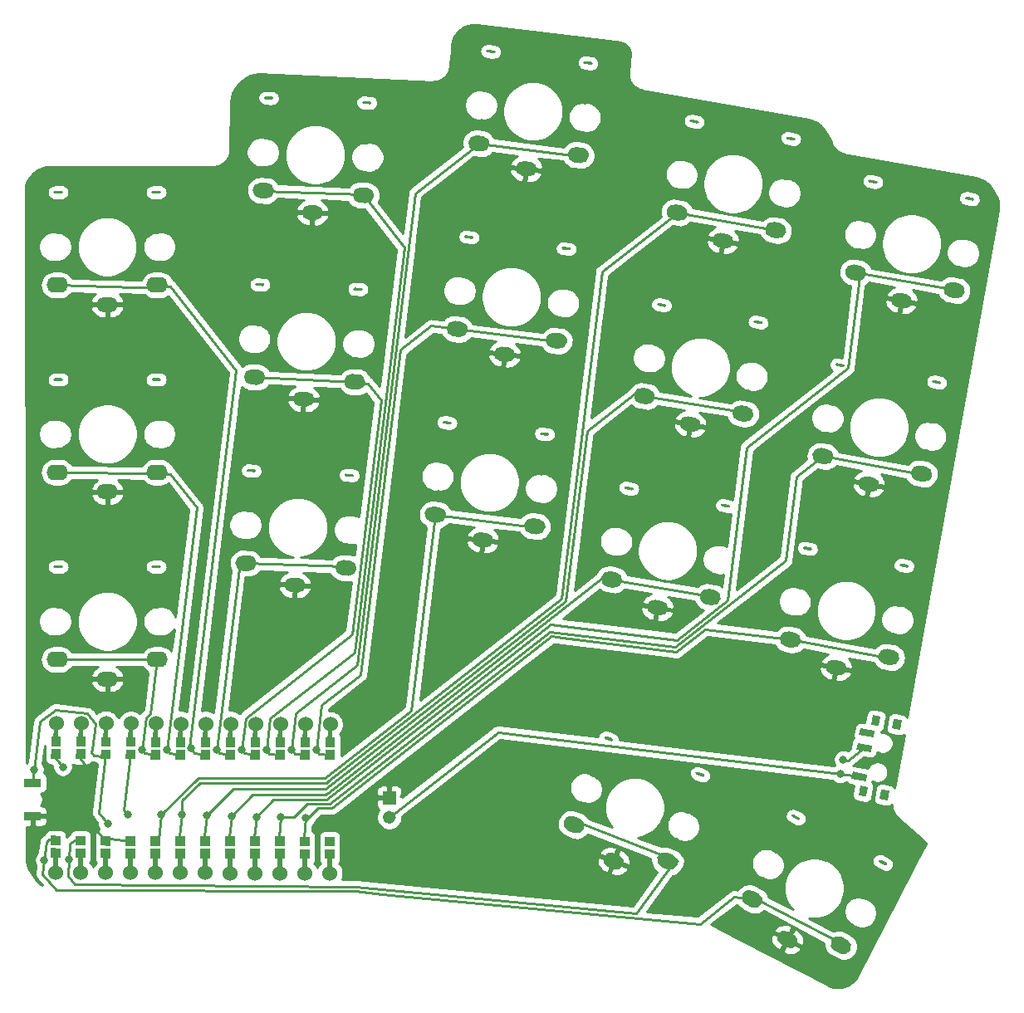
<source format=gtl>
G04 #@! TF.GenerationSoftware,KiCad,Pcbnew,5.1.10*
G04 #@! TF.CreationDate,2021-12-06T09:03:55-06:00*
G04 #@! TF.ProjectId,a_quax_quax,615f7175-6178-45f7-9175-61782e6b6963,VERSION_HERE*
G04 #@! TF.SameCoordinates,Original*
G04 #@! TF.FileFunction,Copper,L1,Top*
G04 #@! TF.FilePolarity,Positive*
%FSLAX46Y46*%
G04 Gerber Fmt 4.6, Leading zero omitted, Abs format (unit mm)*
G04 Created by KiCad (PCBNEW 5.1.10) date 2021-12-06 09:03:55*
%MOMM*%
%LPD*%
G01*
G04 APERTURE LIST*
G04 #@! TA.AperFunction,ComponentPad*
%ADD10O,2.200000X1.600000*%
G04 #@! TD*
G04 #@! TA.AperFunction,ComponentPad*
%ADD11O,2.200000X1.500000*%
G04 #@! TD*
G04 #@! TA.AperFunction,SMDPad,CuDef*
%ADD12C,0.100000*%
G04 #@! TD*
G04 #@! TA.AperFunction,ComponentPad*
%ADD13C,1.524000*%
G04 #@! TD*
G04 #@! TA.AperFunction,ComponentPad*
%ADD14C,0.100000*%
G04 #@! TD*
G04 #@! TA.AperFunction,SMDPad,CuDef*
%ADD15R,1.700000X0.900000*%
G04 #@! TD*
G04 #@! TA.AperFunction,ViaPad*
%ADD16C,0.800000*%
G04 #@! TD*
G04 #@! TA.AperFunction,Conductor*
%ADD17C,0.250000*%
G04 #@! TD*
G04 #@! TA.AperFunction,Conductor*
%ADD18C,0.254000*%
G04 #@! TD*
G04 #@! TA.AperFunction,Conductor*
%ADD19C,0.100000*%
G04 #@! TD*
G04 APERTURE END LIST*
G04 #@! TO.P,S6,*
G04 #@! TO.N,*
G04 #@! TA.AperFunction,ComponentPad*
G36*
G01*
X184970793Y-74859086D02*
X184970793Y-74859086D01*
G75*
G02*
X185119478Y-74707783I149994J1309D01*
G01*
X185819452Y-74701675D01*
G75*
G02*
X185970755Y-74850360I1309J-149994D01*
G01*
X185970755Y-74850360D01*
G75*
G02*
X185822070Y-75001663I-149994J-1309D01*
G01*
X185122096Y-75007771D01*
G75*
G02*
X184970793Y-74859086I-1309J149994D01*
G01*
G37*
G04 #@! TD.AperFunction*
D10*
G04 #@! TO.P,S6,1*
G04 #@! TO.N,P19*
X195570774Y-84304723D03*
G04 #@! TO.P,S6,*
G04 #@! TO.N,*
G04 #@! TA.AperFunction,ComponentPad*
G36*
G01*
X194970793Y-74859086D02*
X194970793Y-74859086D01*
G75*
G02*
X195119478Y-74707783I149994J1309D01*
G01*
X195819452Y-74701675D01*
G75*
G02*
X195970755Y-74850360I1309J-149994D01*
G01*
X195970755Y-74850360D01*
G75*
G02*
X195822070Y-75001663I-149994J-1309D01*
G01*
X195122096Y-75007771D01*
G75*
G02*
X194970793Y-74859086I-1309J149994D01*
G01*
G37*
G04 #@! TD.AperFunction*
G04 #@! TO.P,S6,1*
G04 #@! TO.N,P19*
X185370774Y-84304723D03*
D11*
G04 #@! TO.P,S6,2*
G04 #@! TO.N,GND*
X190470774Y-86304723D03*
G04 #@! TD*
G04 #@! TO.P,S4,*
G04 #@! TO.N,*
G04 #@! TA.AperFunction,ComponentPad*
G36*
G01*
X184974656Y-93951641D02*
X184974656Y-93951641D01*
G75*
G02*
X185123341Y-93800338I149994J1309D01*
G01*
X185823315Y-93794230D01*
G75*
G02*
X185974618Y-93942915I1309J-149994D01*
G01*
X185974618Y-93942915D01*
G75*
G02*
X185825933Y-94094218I-149994J-1309D01*
G01*
X185125959Y-94100326D01*
G75*
G02*
X184974656Y-93951641I-1309J149994D01*
G01*
G37*
G04 #@! TD.AperFunction*
D10*
G04 #@! TO.P,S4,1*
G04 #@! TO.N,P20*
X195574637Y-103397278D03*
G04 #@! TO.P,S4,*
G04 #@! TO.N,*
G04 #@! TA.AperFunction,ComponentPad*
G36*
G01*
X194974656Y-93951641D02*
X194974656Y-93951641D01*
G75*
G02*
X195123341Y-93800338I149994J1309D01*
G01*
X195823315Y-93794230D01*
G75*
G02*
X195974618Y-93942915I1309J-149994D01*
G01*
X195974618Y-93942915D01*
G75*
G02*
X195825933Y-94094218I-149994J-1309D01*
G01*
X195125959Y-94100326D01*
G75*
G02*
X194974656Y-93951641I-1309J149994D01*
G01*
G37*
G04 #@! TD.AperFunction*
G04 #@! TO.P,S4,1*
G04 #@! TO.N,P20*
X185374637Y-103397278D03*
D11*
G04 #@! TO.P,S4,2*
G04 #@! TO.N,GND*
X190474637Y-105397278D03*
G04 #@! TD*
G04 #@! TO.P,S16,*
G04 #@! TO.N,*
G04 #@! TA.AperFunction,ComponentPad*
G36*
G01*
X226847539Y-79361260D02*
X226847539Y-79361260D01*
G75*
G02*
X227012862Y-79228337I149123J-16200D01*
G01*
X227708768Y-79303937D01*
G75*
G02*
X227841691Y-79469260I-16200J-149123D01*
G01*
X227841691Y-79469260D01*
G75*
G02*
X227676368Y-79602183I-149123J16200D01*
G01*
X226980462Y-79526583D01*
G75*
G02*
X226847539Y-79361260I16200J149123D01*
G01*
G37*
G04 #@! TD.AperFunction*
G04 #@! TO.P,S16,1*
G04 #@! TO.N,P10*
G04 #@! TA.AperFunction,ComponentPad*
G36*
G01*
X235180612Y-89850759D02*
X235180612Y-89850759D01*
G75*
G02*
X236068486Y-89149559I794537J-93337D01*
G01*
X236664388Y-89219561D01*
G75*
G02*
X237365588Y-90107435I-93337J-794537D01*
G01*
X237365588Y-90107435D01*
G75*
G02*
X236477714Y-90808635I-794537J93337D01*
G01*
X235881812Y-90738633D01*
G75*
G02*
X235180612Y-89850759I93337J794537D01*
G01*
G37*
G04 #@! TD.AperFunction*
G04 #@! TO.P,S16,*
G04 #@! TO.N,*
G04 #@! TA.AperFunction,ComponentPad*
G36*
G01*
X236779246Y-80527968D02*
X236779246Y-80527968D01*
G75*
G02*
X236944569Y-80395045I149123J-16200D01*
G01*
X237640475Y-80470645D01*
G75*
G02*
X237773398Y-80635968I-16200J-149123D01*
G01*
X237773398Y-80635968D01*
G75*
G02*
X237608075Y-80768891I-149123J16200D01*
G01*
X236912169Y-80693291D01*
G75*
G02*
X236779246Y-80527968I16200J149123D01*
G01*
G37*
G04 #@! TD.AperFunction*
G04 #@! TO.P,S16,1*
G04 #@! TO.N,P10*
G04 #@! TA.AperFunction,ComponentPad*
G36*
G01*
X225050272Y-88660718D02*
X225050272Y-88660718D01*
G75*
G02*
X225938146Y-87959518I794537J-93337D01*
G01*
X226534048Y-88029520D01*
G75*
G02*
X227235248Y-88917394I-93337J-794537D01*
G01*
X227235248Y-88917394D01*
G75*
G02*
X226347374Y-89618594I-794537J93337D01*
G01*
X225751472Y-89548592D01*
G75*
G02*
X225050272Y-88660718I93337J794537D01*
G01*
G37*
G04 #@! TD.AperFunction*
G04 #@! TO.P,S16,2*
G04 #@! TO.N,GND*
G04 #@! TA.AperFunction,ComponentPad*
G36*
G01*
X229882101Y-91242080D02*
X229882101Y-91242080D01*
G75*
G02*
X230714482Y-90584705I744878J-87503D01*
G01*
X231409702Y-90666375D01*
G75*
G02*
X232067077Y-91498756I-87503J-744878D01*
G01*
X232067077Y-91498756D01*
G75*
G02*
X231234696Y-92156131I-744878J87503D01*
G01*
X230539476Y-92074461D01*
G75*
G02*
X229882101Y-91242080I87503J744878D01*
G01*
G37*
G04 #@! TD.AperFunction*
G04 #@! TD*
G04 #@! TO.P,S34,*
G04 #@! TO.N,*
G04 #@! TA.AperFunction,ComponentPad*
G36*
G01*
X260231690Y-138352058D02*
X260231690Y-138352058D01*
G75*
G02*
X260433440Y-138286506I133651J-68099D01*
G01*
X261057144Y-138604300D01*
G75*
G02*
X261122696Y-138806050I-68099J-133651D01*
G01*
X261122696Y-138806050D01*
G75*
G02*
X260920946Y-138871602I-133651J68099D01*
G01*
X260297242Y-138553808D01*
G75*
G02*
X260231690Y-138352058I68099J133651D01*
G01*
G37*
G04 #@! TD.AperFunction*
G04 #@! TO.P,S34,1*
G04 #@! TO.N,P1*
G04 #@! TA.AperFunction,ComponentPad*
G36*
G01*
X264296766Y-151117043D02*
X264296766Y-151117043D01*
G75*
G02*
X265375774Y-150776833I709609J-369399D01*
G01*
X265907980Y-151053883D01*
G75*
G02*
X266248190Y-152132891I-369399J-709609D01*
G01*
X266248190Y-152132891D01*
G75*
G02*
X265169182Y-152473101I-709609J369399D01*
G01*
X264636976Y-152196051D01*
G75*
G02*
X264296766Y-151117043I369399J709609D01*
G01*
G37*
G04 #@! TD.AperFunction*
G04 #@! TO.P,S34,*
G04 #@! TO.N,*
G04 #@! TA.AperFunction,ComponentPad*
G36*
G01*
X269101798Y-142969544D02*
X269101798Y-142969544D01*
G75*
G02*
X269303548Y-142903992I133651J-68099D01*
G01*
X269927252Y-143221786D01*
G75*
G02*
X269992804Y-143423536I-68099J-133651D01*
G01*
X269992804Y-143423536D01*
G75*
G02*
X269791054Y-143489088I-133651J68099D01*
G01*
X269167350Y-143171294D01*
G75*
G02*
X269101798Y-142969544I68099J133651D01*
G01*
G37*
G04 #@! TD.AperFunction*
G04 #@! TO.P,S34,1*
G04 #@! TO.N,P1*
G04 #@! TA.AperFunction,ComponentPad*
G36*
G01*
X255249255Y-146407207D02*
X255249255Y-146407207D01*
G75*
G02*
X256328263Y-146066997I709609J-369399D01*
G01*
X256860469Y-146344047D01*
G75*
G02*
X257200679Y-147423055I-369399J-709609D01*
G01*
X257200679Y-147423055D01*
G75*
G02*
X256121671Y-147763265I-709609J369399D01*
G01*
X255589465Y-147486215D01*
G75*
G02*
X255249255Y-146407207I369399J709609D01*
G01*
G37*
G04 #@! TD.AperFunction*
G04 #@! TO.P,S34,2*
G04 #@! TO.N,GND*
G04 #@! TA.AperFunction,ComponentPad*
G36*
G01*
X258849513Y-150536148D02*
X258849513Y-150536148D01*
G75*
G02*
X259861082Y-150217201I665258J-346311D01*
G01*
X260481990Y-150540425D01*
G75*
G02*
X260800937Y-151551994I-346311J-665258D01*
G01*
X260800937Y-151551994D01*
G75*
G02*
X259789368Y-151870941I-665258J346311D01*
G01*
X259168460Y-151547717D01*
G75*
G02*
X258849513Y-150536148I346311J665258D01*
G01*
G37*
G04 #@! TD.AperFunction*
G04 #@! TD*
G04 #@! TO.P,S28,*
G04 #@! TO.N,*
G04 #@! TA.AperFunction,ComponentPad*
G36*
G01*
X264705044Y-92377868D02*
X264705044Y-92377868D01*
G75*
G02*
X264877958Y-92254984I147899J-25015D01*
G01*
X265568156Y-92371722D01*
G75*
G02*
X265691040Y-92544636I-25015J-147899D01*
G01*
X265691040Y-92544636D01*
G75*
G02*
X265518126Y-92667520I-147899J25015D01*
G01*
X264827928Y-92550782D01*
G75*
G02*
X264705044Y-92377868I25015J147899D01*
G01*
G37*
G04 #@! TD.AperFunction*
G04 #@! TO.P,S28,1*
G04 #@! TO.N,P7*
G04 #@! TA.AperFunction,ComponentPad*
G36*
G01*
X272401355Y-103343108D02*
X272401355Y-103343108D01*
G75*
G02*
X273329251Y-102695798I787603J-140293D01*
G01*
X273919953Y-102801018D01*
G75*
G02*
X274567263Y-103728914I-140293J-787603D01*
G01*
X274567263Y-103728914D01*
G75*
G02*
X273639367Y-104376224I-787603J140293D01*
G01*
X273048665Y-104271004D01*
G75*
G02*
X272401355Y-103343108I140293J787603D01*
G01*
G37*
G04 #@! TD.AperFunction*
G04 #@! TO.P,S28,*
G04 #@! TO.N,*
G04 #@! TA.AperFunction,ComponentPad*
G36*
G01*
X274550076Y-94131535D02*
X274550076Y-94131535D01*
G75*
G02*
X274722990Y-94008651I147899J-25015D01*
G01*
X275413188Y-94125389D01*
G75*
G02*
X275536072Y-94298303I-25015J-147899D01*
G01*
X275536072Y-94298303D01*
G75*
G02*
X275363158Y-94421187I-147899J25015D01*
G01*
X274672960Y-94304449D01*
G75*
G02*
X274550076Y-94131535I25015J147899D01*
G01*
G37*
G04 #@! TD.AperFunction*
G04 #@! TO.P,S28,1*
G04 #@! TO.N,P7*
G04 #@! TA.AperFunction,ComponentPad*
G36*
G01*
X262359423Y-101554367D02*
X262359423Y-101554367D01*
G75*
G02*
X263287319Y-100907057I787603J-140293D01*
G01*
X263878021Y-101012277D01*
G75*
G02*
X264525331Y-101940173I-140293J-787603D01*
G01*
X264525331Y-101940173D01*
G75*
G02*
X263597435Y-102587483I-787603J140293D01*
G01*
X263006733Y-102482263D01*
G75*
G02*
X262359423Y-101554367I140293J787603D01*
G01*
G37*
G04 #@! TD.AperFunction*
G04 #@! TO.P,S28,2*
G04 #@! TO.N,GND*
G04 #@! TA.AperFunction,ComponentPad*
G36*
G01*
X267029656Y-104417744D02*
X267029656Y-104417744D01*
G75*
G02*
X267899558Y-103810892I738377J-131525D01*
G01*
X268588710Y-103933648D01*
G75*
G02*
X269195562Y-104803550I-131525J-738377D01*
G01*
X269195562Y-104803550D01*
G75*
G02*
X268325660Y-105410402I-738377J131525D01*
G01*
X267636508Y-105287646D01*
G75*
G02*
X267029656Y-104417744I131525J738377D01*
G01*
G37*
G04 #@! TD.AperFunction*
G04 #@! TD*
G04 #@! TO.P,S32,*
G04 #@! TO.N,*
G04 #@! TA.AperFunction,ComponentPad*
G36*
G01*
X241135587Y-130389969D02*
X241135587Y-130389969D01*
G75*
G02*
X241329077Y-130303011I140224J-53266D01*
G01*
X241983455Y-130551585D01*
G75*
G02*
X242070413Y-130745075I-53266J-140224D01*
G01*
X242070413Y-130745075D01*
G75*
G02*
X241876923Y-130832033I-140224J53266D01*
G01*
X241222545Y-130583459D01*
G75*
G02*
X241135587Y-130389969I53266J140224D01*
G01*
G37*
G04 #@! TD.AperFunction*
G04 #@! TO.P,S32,1*
G04 #@! TO.N,P0*
G04 #@! TA.AperFunction,ComponentPad*
G36*
G01*
X246555497Y-142641265D02*
X246555497Y-142641265D01*
G75*
G02*
X247591451Y-142186513I745353J-290601D01*
G01*
X248150465Y-142404463D01*
G75*
G02*
X248605217Y-143440417I-290601J-745353D01*
G01*
X248605217Y-143440417D01*
G75*
G02*
X247569263Y-143895169I-745353J290601D01*
G01*
X247010249Y-143677219D01*
G75*
G02*
X246555497Y-142641265I290601J745353D01*
G01*
G37*
G04 #@! TD.AperFunction*
G04 #@! TO.P,S32,*
G04 #@! TO.N,*
G04 #@! TA.AperFunction,ComponentPad*
G36*
G01*
X250452499Y-134022481D02*
X250452499Y-134022481D01*
G75*
G02*
X250645989Y-133935523I140224J-53266D01*
G01*
X251300367Y-134184097D01*
G75*
G02*
X251387325Y-134377587I-53266J-140224D01*
G01*
X251387325Y-134377587D01*
G75*
G02*
X251193835Y-134464545I-140224J53266D01*
G01*
X250539457Y-134215971D01*
G75*
G02*
X250452499Y-134022481I53266J140224D01*
G01*
G37*
G04 #@! TD.AperFunction*
G04 #@! TO.P,S32,1*
G04 #@! TO.N,P0*
G04 #@! TA.AperFunction,ComponentPad*
G36*
G01*
X237052247Y-138936103D02*
X237052247Y-138936103D01*
G75*
G02*
X238088201Y-138481351I745353J-290601D01*
G01*
X238647215Y-138699301D01*
G75*
G02*
X239101967Y-139735255I-290601J-745353D01*
G01*
X239101967Y-139735255D01*
G75*
G02*
X238066013Y-140190007I-745353J290601D01*
G01*
X237506999Y-139972057D01*
G75*
G02*
X237052247Y-138936103I290601J745353D01*
G01*
G37*
G04 #@! TD.AperFunction*
G04 #@! TO.P,S32,2*
G04 #@! TO.N,GND*
G04 #@! TA.AperFunction,ComponentPad*
G36*
G01*
X241077370Y-142652066D02*
X241077370Y-142652066D01*
G75*
G02*
X242048576Y-142225736I698768J-272438D01*
G01*
X242700760Y-142480012D01*
G75*
G02*
X243127090Y-143451218I-272438J-698768D01*
G01*
X243127090Y-143451218D01*
G75*
G02*
X242155884Y-143877548I-698768J272438D01*
G01*
X241503700Y-143623272D01*
G75*
G02*
X241077370Y-142652066I272438J698768D01*
G01*
G37*
G04 #@! TD.AperFunction*
G04 #@! TD*
G04 #@! TO.P,S24,*
G04 #@! TO.N,*
G04 #@! TA.AperFunction,ComponentPad*
G36*
G01*
X249828344Y-67550880D02*
X249828344Y-67550880D01*
G75*
G02*
X250001258Y-67427996I147899J-25015D01*
G01*
X250691456Y-67544734D01*
G75*
G02*
X250814340Y-67717648I-25015J-147899D01*
G01*
X250814340Y-67717648D01*
G75*
G02*
X250641426Y-67840532I-147899J25015D01*
G01*
X249951228Y-67723794D01*
G75*
G02*
X249828344Y-67550880I25015J147899D01*
G01*
G37*
G04 #@! TD.AperFunction*
G04 #@! TO.P,S24,1*
G04 #@! TO.N,P3*
G04 #@! TA.AperFunction,ComponentPad*
G36*
G01*
X257524655Y-78516120D02*
X257524655Y-78516120D01*
G75*
G02*
X258452551Y-77868810I787603J-140293D01*
G01*
X259043253Y-77974030D01*
G75*
G02*
X259690563Y-78901926I-140293J-787603D01*
G01*
X259690563Y-78901926D01*
G75*
G02*
X258762667Y-79549236I-787603J140293D01*
G01*
X258171965Y-79444016D01*
G75*
G02*
X257524655Y-78516120I140293J787603D01*
G01*
G37*
G04 #@! TD.AperFunction*
G04 #@! TO.P,S24,*
G04 #@! TO.N,*
G04 #@! TA.AperFunction,ComponentPad*
G36*
G01*
X259673376Y-69304547D02*
X259673376Y-69304547D01*
G75*
G02*
X259846290Y-69181663I147899J-25015D01*
G01*
X260536488Y-69298401D01*
G75*
G02*
X260659372Y-69471315I-25015J-147899D01*
G01*
X260659372Y-69471315D01*
G75*
G02*
X260486458Y-69594199I-147899J25015D01*
G01*
X259796260Y-69477461D01*
G75*
G02*
X259673376Y-69304547I25015J147899D01*
G01*
G37*
G04 #@! TD.AperFunction*
G04 #@! TO.P,S24,1*
G04 #@! TO.N,P3*
G04 #@! TA.AperFunction,ComponentPad*
G36*
G01*
X247482723Y-76727379D02*
X247482723Y-76727379D01*
G75*
G02*
X248410619Y-76080069I787603J-140293D01*
G01*
X249001321Y-76185289D01*
G75*
G02*
X249648631Y-77113185I-140293J-787603D01*
G01*
X249648631Y-77113185D01*
G75*
G02*
X248720735Y-77760495I-787603J140293D01*
G01*
X248130033Y-77655275D01*
G75*
G02*
X247482723Y-76727379I140293J787603D01*
G01*
G37*
G04 #@! TD.AperFunction*
G04 #@! TO.P,S24,2*
G04 #@! TO.N,GND*
G04 #@! TA.AperFunction,ComponentPad*
G36*
G01*
X252152956Y-79590756D02*
X252152956Y-79590756D01*
G75*
G02*
X253022858Y-78983904I738377J-131525D01*
G01*
X253712010Y-79106660D01*
G75*
G02*
X254318862Y-79976562I-131525J-738377D01*
G01*
X254318862Y-79976562D01*
G75*
G02*
X253448960Y-80583414I-738377J131525D01*
G01*
X252759808Y-80460658D01*
G75*
G02*
X252152956Y-79590756I131525J738377D01*
G01*
G37*
G04 #@! TD.AperFunction*
G04 #@! TD*
G04 #@! TO.P,S18,*
G04 #@! TO.N,*
G04 #@! TA.AperFunction,ComponentPad*
G36*
G01*
X229066302Y-60438927D02*
X229066302Y-60438927D01*
G75*
G02*
X229231625Y-60306004I149123J-16200D01*
G01*
X229927531Y-60381604D01*
G75*
G02*
X230060454Y-60546927I-16200J-149123D01*
G01*
X230060454Y-60546927D01*
G75*
G02*
X229895131Y-60679850I-149123J16200D01*
G01*
X229199225Y-60604250D01*
G75*
G02*
X229066302Y-60438927I16200J149123D01*
G01*
G37*
G04 #@! TD.AperFunction*
G04 #@! TO.P,S18,1*
G04 #@! TO.N,P16*
G04 #@! TA.AperFunction,ComponentPad*
G36*
G01*
X237399375Y-70928426D02*
X237399375Y-70928426D01*
G75*
G02*
X238287249Y-70227226I794537J-93337D01*
G01*
X238883151Y-70297228D01*
G75*
G02*
X239584351Y-71185102I-93337J-794537D01*
G01*
X239584351Y-71185102D01*
G75*
G02*
X238696477Y-71886302I-794537J93337D01*
G01*
X238100575Y-71816300D01*
G75*
G02*
X237399375Y-70928426I93337J794537D01*
G01*
G37*
G04 #@! TD.AperFunction*
G04 #@! TO.P,S18,*
G04 #@! TO.N,*
G04 #@! TA.AperFunction,ComponentPad*
G36*
G01*
X238998009Y-61605635D02*
X238998009Y-61605635D01*
G75*
G02*
X239163332Y-61472712I149123J-16200D01*
G01*
X239859238Y-61548312D01*
G75*
G02*
X239992161Y-61713635I-16200J-149123D01*
G01*
X239992161Y-61713635D01*
G75*
G02*
X239826838Y-61846558I-149123J16200D01*
G01*
X239130932Y-61770958D01*
G75*
G02*
X238998009Y-61605635I16200J149123D01*
G01*
G37*
G04 #@! TD.AperFunction*
G04 #@! TO.P,S18,1*
G04 #@! TO.N,P16*
G04 #@! TA.AperFunction,ComponentPad*
G36*
G01*
X227269035Y-69738385D02*
X227269035Y-69738385D01*
G75*
G02*
X228156909Y-69037185I794537J-93337D01*
G01*
X228752811Y-69107187D01*
G75*
G02*
X229454011Y-69995061I-93337J-794537D01*
G01*
X229454011Y-69995061D01*
G75*
G02*
X228566137Y-70696261I-794537J93337D01*
G01*
X227970235Y-70626259D01*
G75*
G02*
X227269035Y-69738385I93337J794537D01*
G01*
G37*
G04 #@! TD.AperFunction*
G04 #@! TO.P,S18,2*
G04 #@! TO.N,GND*
G04 #@! TA.AperFunction,ComponentPad*
G36*
G01*
X232100864Y-72319747D02*
X232100864Y-72319747D01*
G75*
G02*
X232933245Y-71662372I744878J-87503D01*
G01*
X233628465Y-71744042D01*
G75*
G02*
X234285840Y-72576423I-87503J-744878D01*
G01*
X234285840Y-72576423D01*
G75*
G02*
X233453459Y-73233798I-744878J87503D01*
G01*
X232758239Y-73152128D01*
G75*
G02*
X232100864Y-72319747I87503J744878D01*
G01*
G37*
G04 #@! TD.AperFunction*
G04 #@! TD*
G04 #@! TO.P,S26,*
G04 #@! TO.N,*
G04 #@! TA.AperFunction,ComponentPad*
G36*
G01*
X261373129Y-111083423D02*
X261373129Y-111083423D01*
G75*
G02*
X261546043Y-110960539I147899J-25015D01*
G01*
X262236241Y-111077277D01*
G75*
G02*
X262359125Y-111250191I-25015J-147899D01*
G01*
X262359125Y-111250191D01*
G75*
G02*
X262186211Y-111373075I-147899J25015D01*
G01*
X261496013Y-111256337D01*
G75*
G02*
X261373129Y-111083423I25015J147899D01*
G01*
G37*
G04 #@! TD.AperFunction*
G04 #@! TO.P,S26,1*
G04 #@! TO.N,P8*
G04 #@! TA.AperFunction,ComponentPad*
G36*
G01*
X269069440Y-122048663D02*
X269069440Y-122048663D01*
G75*
G02*
X269997336Y-121401353I787603J-140293D01*
G01*
X270588038Y-121506573D01*
G75*
G02*
X271235348Y-122434469I-140293J-787603D01*
G01*
X271235348Y-122434469D01*
G75*
G02*
X270307452Y-123081779I-787603J140293D01*
G01*
X269716750Y-122976559D01*
G75*
G02*
X269069440Y-122048663I140293J787603D01*
G01*
G37*
G04 #@! TD.AperFunction*
G04 #@! TO.P,S26,*
G04 #@! TO.N,*
G04 #@! TA.AperFunction,ComponentPad*
G36*
G01*
X271218161Y-112837090D02*
X271218161Y-112837090D01*
G75*
G02*
X271391075Y-112714206I147899J-25015D01*
G01*
X272081273Y-112830944D01*
G75*
G02*
X272204157Y-113003858I-25015J-147899D01*
G01*
X272204157Y-113003858D01*
G75*
G02*
X272031243Y-113126742I-147899J25015D01*
G01*
X271341045Y-113010004D01*
G75*
G02*
X271218161Y-112837090I25015J147899D01*
G01*
G37*
G04 #@! TD.AperFunction*
G04 #@! TO.P,S26,1*
G04 #@! TO.N,P8*
G04 #@! TA.AperFunction,ComponentPad*
G36*
G01*
X259027508Y-120259922D02*
X259027508Y-120259922D01*
G75*
G02*
X259955404Y-119612612I787603J-140293D01*
G01*
X260546106Y-119717832D01*
G75*
G02*
X261193416Y-120645728I-140293J-787603D01*
G01*
X261193416Y-120645728D01*
G75*
G02*
X260265520Y-121293038I-787603J140293D01*
G01*
X259674818Y-121187818D01*
G75*
G02*
X259027508Y-120259922I140293J787603D01*
G01*
G37*
G04 #@! TD.AperFunction*
G04 #@! TO.P,S26,2*
G04 #@! TO.N,GND*
G04 #@! TA.AperFunction,ComponentPad*
G36*
G01*
X263697741Y-123123299D02*
X263697741Y-123123299D01*
G75*
G02*
X264567643Y-122516447I738377J-131525D01*
G01*
X265256795Y-122639203D01*
G75*
G02*
X265863647Y-123509105I-131525J-738377D01*
G01*
X265863647Y-123509105D01*
G75*
G02*
X264993745Y-124115957I-738377J131525D01*
G01*
X264304593Y-123993201D01*
G75*
G02*
X263697741Y-123123299I131525J738377D01*
G01*
G37*
G04 #@! TD.AperFunction*
G04 #@! TD*
G04 #@! TO.P,S20,*
G04 #@! TO.N,*
G04 #@! TA.AperFunction,ComponentPad*
G36*
G01*
X243164398Y-104962082D02*
X243164398Y-104962082D01*
G75*
G02*
X243337312Y-104839198I147899J-25015D01*
G01*
X244027510Y-104955936D01*
G75*
G02*
X244150394Y-105128850I-25015J-147899D01*
G01*
X244150394Y-105128850D01*
G75*
G02*
X243977480Y-105251734I-147899J25015D01*
G01*
X243287282Y-105134996D01*
G75*
G02*
X243164398Y-104962082I25015J147899D01*
G01*
G37*
G04 #@! TD.AperFunction*
G04 #@! TO.P,S20,1*
G04 #@! TO.N,P5*
G04 #@! TA.AperFunction,ComponentPad*
G36*
G01*
X250860709Y-115927322D02*
X250860709Y-115927322D01*
G75*
G02*
X251788605Y-115280012I787603J-140293D01*
G01*
X252379307Y-115385232D01*
G75*
G02*
X253026617Y-116313128I-140293J-787603D01*
G01*
X253026617Y-116313128D01*
G75*
G02*
X252098721Y-116960438I-787603J140293D01*
G01*
X251508019Y-116855218D01*
G75*
G02*
X250860709Y-115927322I140293J787603D01*
G01*
G37*
G04 #@! TD.AperFunction*
G04 #@! TO.P,S20,*
G04 #@! TO.N,*
G04 #@! TA.AperFunction,ComponentPad*
G36*
G01*
X253009430Y-106715749D02*
X253009430Y-106715749D01*
G75*
G02*
X253182344Y-106592865I147899J-25015D01*
G01*
X253872542Y-106709603D01*
G75*
G02*
X253995426Y-106882517I-25015J-147899D01*
G01*
X253995426Y-106882517D01*
G75*
G02*
X253822512Y-107005401I-147899J25015D01*
G01*
X253132314Y-106888663D01*
G75*
G02*
X253009430Y-106715749I25015J147899D01*
G01*
G37*
G04 #@! TD.AperFunction*
G04 #@! TO.P,S20,1*
G04 #@! TO.N,P5*
G04 #@! TA.AperFunction,ComponentPad*
G36*
G01*
X240818777Y-114138581D02*
X240818777Y-114138581D01*
G75*
G02*
X241746673Y-113491271I787603J-140293D01*
G01*
X242337375Y-113596491D01*
G75*
G02*
X242984685Y-114524387I-140293J-787603D01*
G01*
X242984685Y-114524387D01*
G75*
G02*
X242056789Y-115171697I-787603J140293D01*
G01*
X241466087Y-115066477D01*
G75*
G02*
X240818777Y-114138581I140293J787603D01*
G01*
G37*
G04 #@! TD.AperFunction*
G04 #@! TO.P,S20,2*
G04 #@! TO.N,GND*
G04 #@! TA.AperFunction,ComponentPad*
G36*
G01*
X245489010Y-117001958D02*
X245489010Y-117001958D01*
G75*
G02*
X246358912Y-116395106I738377J-131525D01*
G01*
X247048064Y-116517862D01*
G75*
G02*
X247654916Y-117387764I-131525J-738377D01*
G01*
X247654916Y-117387764D01*
G75*
G02*
X246785014Y-117994616I-738377J131525D01*
G01*
X246095862Y-117871860D01*
G75*
G02*
X245489010Y-117001958I131525J738377D01*
G01*
G37*
G04 #@! TD.AperFunction*
G04 #@! TD*
G04 #@! TO.P,S22,*
G04 #@! TO.N,*
G04 #@! TA.AperFunction,ComponentPad*
G36*
G01*
X246496419Y-86256537D02*
X246496419Y-86256537D01*
G75*
G02*
X246669333Y-86133653I147899J-25015D01*
G01*
X247359531Y-86250391D01*
G75*
G02*
X247482415Y-86423305I-25015J-147899D01*
G01*
X247482415Y-86423305D01*
G75*
G02*
X247309501Y-86546189I-147899J25015D01*
G01*
X246619303Y-86429451D01*
G75*
G02*
X246496419Y-86256537I25015J147899D01*
G01*
G37*
G04 #@! TD.AperFunction*
G04 #@! TO.P,S22,1*
G04 #@! TO.N,P4*
G04 #@! TA.AperFunction,ComponentPad*
G36*
G01*
X254192730Y-97221777D02*
X254192730Y-97221777D01*
G75*
G02*
X255120626Y-96574467I787603J-140293D01*
G01*
X255711328Y-96679687D01*
G75*
G02*
X256358638Y-97607583I-140293J-787603D01*
G01*
X256358638Y-97607583D01*
G75*
G02*
X255430742Y-98254893I-787603J140293D01*
G01*
X254840040Y-98149673D01*
G75*
G02*
X254192730Y-97221777I140293J787603D01*
G01*
G37*
G04 #@! TD.AperFunction*
G04 #@! TO.P,S22,*
G04 #@! TO.N,*
G04 #@! TA.AperFunction,ComponentPad*
G36*
G01*
X256341451Y-88010204D02*
X256341451Y-88010204D01*
G75*
G02*
X256514365Y-87887320I147899J-25015D01*
G01*
X257204563Y-88004058D01*
G75*
G02*
X257327447Y-88176972I-25015J-147899D01*
G01*
X257327447Y-88176972D01*
G75*
G02*
X257154533Y-88299856I-147899J25015D01*
G01*
X256464335Y-88183118D01*
G75*
G02*
X256341451Y-88010204I25015J147899D01*
G01*
G37*
G04 #@! TD.AperFunction*
G04 #@! TO.P,S22,1*
G04 #@! TO.N,P4*
G04 #@! TA.AperFunction,ComponentPad*
G36*
G01*
X244150798Y-95433036D02*
X244150798Y-95433036D01*
G75*
G02*
X245078694Y-94785726I787603J-140293D01*
G01*
X245669396Y-94890946D01*
G75*
G02*
X246316706Y-95818842I-140293J-787603D01*
G01*
X246316706Y-95818842D01*
G75*
G02*
X245388810Y-96466152I-787603J140293D01*
G01*
X244798108Y-96360932D01*
G75*
G02*
X244150798Y-95433036I140293J787603D01*
G01*
G37*
G04 #@! TD.AperFunction*
G04 #@! TO.P,S22,2*
G04 #@! TO.N,GND*
G04 #@! TA.AperFunction,ComponentPad*
G36*
G01*
X248821031Y-98296413D02*
X248821031Y-98296413D01*
G75*
G02*
X249690933Y-97689561I738377J-131525D01*
G01*
X250380085Y-97812317D01*
G75*
G02*
X250986937Y-98682219I-131525J-738377D01*
G01*
X250986937Y-98682219D01*
G75*
G02*
X250117035Y-99289071I-738377J131525D01*
G01*
X249427883Y-99166315D01*
G75*
G02*
X248821031Y-98296413I131525J738377D01*
G01*
G37*
G04 #@! TD.AperFunction*
G04 #@! TD*
G04 #@! TO.P,S30,*
G04 #@! TO.N,*
G04 #@! TA.AperFunction,ComponentPad*
G36*
G01*
X268037065Y-73672323D02*
X268037065Y-73672323D01*
G75*
G02*
X268209979Y-73549439I147899J-25015D01*
G01*
X268900177Y-73666177D01*
G75*
G02*
X269023061Y-73839091I-25015J-147899D01*
G01*
X269023061Y-73839091D01*
G75*
G02*
X268850147Y-73961975I-147899J25015D01*
G01*
X268159949Y-73845237D01*
G75*
G02*
X268037065Y-73672323I25015J147899D01*
G01*
G37*
G04 #@! TD.AperFunction*
G04 #@! TO.P,S30,1*
G04 #@! TO.N,P6*
G04 #@! TA.AperFunction,ComponentPad*
G36*
G01*
X275733376Y-84637563D02*
X275733376Y-84637563D01*
G75*
G02*
X276661272Y-83990253I787603J-140293D01*
G01*
X277251974Y-84095473D01*
G75*
G02*
X277899284Y-85023369I-140293J-787603D01*
G01*
X277899284Y-85023369D01*
G75*
G02*
X276971388Y-85670679I-787603J140293D01*
G01*
X276380686Y-85565459D01*
G75*
G02*
X275733376Y-84637563I140293J787603D01*
G01*
G37*
G04 #@! TD.AperFunction*
G04 #@! TO.P,S30,*
G04 #@! TO.N,*
G04 #@! TA.AperFunction,ComponentPad*
G36*
G01*
X277882097Y-75425990D02*
X277882097Y-75425990D01*
G75*
G02*
X278055011Y-75303106I147899J-25015D01*
G01*
X278745209Y-75419844D01*
G75*
G02*
X278868093Y-75592758I-25015J-147899D01*
G01*
X278868093Y-75592758D01*
G75*
G02*
X278695179Y-75715642I-147899J25015D01*
G01*
X278004981Y-75598904D01*
G75*
G02*
X277882097Y-75425990I25015J147899D01*
G01*
G37*
G04 #@! TD.AperFunction*
G04 #@! TO.P,S30,1*
G04 #@! TO.N,P6*
G04 #@! TA.AperFunction,ComponentPad*
G36*
G01*
X265691444Y-82848822D02*
X265691444Y-82848822D01*
G75*
G02*
X266619340Y-82201512I787603J-140293D01*
G01*
X267210042Y-82306732D01*
G75*
G02*
X267857352Y-83234628I-140293J-787603D01*
G01*
X267857352Y-83234628D01*
G75*
G02*
X266929456Y-83881938I-787603J140293D01*
G01*
X266338754Y-83776718D01*
G75*
G02*
X265691444Y-82848822I140293J787603D01*
G01*
G37*
G04 #@! TD.AperFunction*
G04 #@! TO.P,S30,2*
G04 #@! TO.N,GND*
G04 #@! TA.AperFunction,ComponentPad*
G36*
G01*
X270361677Y-85712199D02*
X270361677Y-85712199D01*
G75*
G02*
X271231579Y-85105347I738377J-131525D01*
G01*
X271920731Y-85228103D01*
G75*
G02*
X272527583Y-86098005I-131525J-738377D01*
G01*
X272527583Y-86098005D01*
G75*
G02*
X271657681Y-86704857I-738377J131525D01*
G01*
X270968529Y-86582101D01*
G75*
G02*
X270361677Y-85712199I131525J738377D01*
G01*
G37*
G04 #@! TD.AperFunction*
G04 #@! TD*
G04 #@! TO.P,S10,*
G04 #@! TO.N,*
G04 #@! TA.AperFunction,ComponentPad*
G36*
G01*
X205543739Y-84239898D02*
X205543739Y-84239898D01*
G75*
G02*
X205699386Y-84095767I149889J-5758D01*
G01*
X206398870Y-84122639D01*
G75*
G02*
X206543001Y-84278286I-5758J-149889D01*
G01*
X206543001Y-84278286D01*
G75*
G02*
X206387354Y-84422417I-149889J5758D01*
G01*
X205687870Y-84395545D01*
G75*
G02*
X205543739Y-84239898I5758J149889D01*
G01*
G37*
G04 #@! TD.AperFunction*
G04 #@! TO.P,S10,1*
G04 #@! TO.N,P15*
G04 #@! TA.AperFunction,ComponentPad*
G36*
G01*
X214588223Y-94122559D02*
X214588223Y-94122559D01*
G75*
G02*
X215425020Y-93361132I799112J-37685D01*
G01*
X216024354Y-93389396D01*
G75*
G02*
X216785781Y-94226193I-37685J-799112D01*
G01*
X216785781Y-94226193D01*
G75*
G02*
X215948984Y-94987620I-799112J37685D01*
G01*
X215349650Y-94959356D01*
G75*
G02*
X214588223Y-94122559I37685J799112D01*
G01*
G37*
G04 #@! TD.AperFunction*
G04 #@! TO.P,S10,*
G04 #@! TO.N,*
G04 #@! TA.AperFunction,ComponentPad*
G36*
G01*
X215532638Y-84710962D02*
X215532638Y-84710962D01*
G75*
G02*
X215688285Y-84566831I149889J-5758D01*
G01*
X216387769Y-84593703D01*
G75*
G02*
X216531900Y-84749350I-5758J-149889D01*
G01*
X216531900Y-84749350D01*
G75*
G02*
X216376253Y-84893481I-149889J5758D01*
G01*
X215676769Y-84866609D01*
G75*
G02*
X215532638Y-84710962I5758J149889D01*
G01*
G37*
G04 #@! TD.AperFunction*
G04 #@! TO.P,S10,1*
G04 #@! TO.N,P15*
G04 #@! TA.AperFunction,ComponentPad*
G36*
G01*
X204399546Y-93642074D02*
X204399546Y-93642074D01*
G75*
G02*
X205236343Y-92880647I799112J-37685D01*
G01*
X205835677Y-92908911D01*
G75*
G02*
X206597104Y-93745708I-37685J-799112D01*
G01*
X206597104Y-93745708D01*
G75*
G02*
X205760307Y-94507135I-799112J37685D01*
G01*
X205160973Y-94478871D01*
G75*
G02*
X204399546Y-93642074I37685J799112D01*
G01*
G37*
G04 #@! TD.AperFunction*
G04 #@! TO.P,S10,2*
G04 #@! TO.N,GND*
G04 #@! TA.AperFunction,ComponentPad*
G36*
G01*
X209399673Y-95880096D02*
X209399673Y-95880096D01*
G75*
G02*
X210184170Y-95166259I749167J-35330D01*
G01*
X210883392Y-95199233D01*
G75*
G02*
X211597229Y-95983730I-35330J-749167D01*
G01*
X211597229Y-95983730D01*
G75*
G02*
X210812732Y-96697567I-749167J35330D01*
G01*
X210113510Y-96664593D01*
G75*
G02*
X209399673Y-95880096I35330J749167D01*
G01*
G37*
G04 #@! TD.AperFunction*
G04 #@! TD*
G04 #@! TO.P,S14,*
G04 #@! TO.N,*
G04 #@! TA.AperFunction,ComponentPad*
G36*
G01*
X224628783Y-98283591D02*
X224628783Y-98283591D01*
G75*
G02*
X224794106Y-98150668I149123J-16200D01*
G01*
X225490012Y-98226268D01*
G75*
G02*
X225622935Y-98391591I-16200J-149123D01*
G01*
X225622935Y-98391591D01*
G75*
G02*
X225457612Y-98524514I-149123J16200D01*
G01*
X224761706Y-98448914D01*
G75*
G02*
X224628783Y-98283591I16200J149123D01*
G01*
G37*
G04 #@! TD.AperFunction*
G04 #@! TO.P,S14,1*
G04 #@! TO.N,P2*
G04 #@! TA.AperFunction,ComponentPad*
G36*
G01*
X232961856Y-108773090D02*
X232961856Y-108773090D01*
G75*
G02*
X233849730Y-108071890I794537J-93337D01*
G01*
X234445632Y-108141892D01*
G75*
G02*
X235146832Y-109029766I-93337J-794537D01*
G01*
X235146832Y-109029766D01*
G75*
G02*
X234258958Y-109730966I-794537J93337D01*
G01*
X233663056Y-109660964D01*
G75*
G02*
X232961856Y-108773090I93337J794537D01*
G01*
G37*
G04 #@! TD.AperFunction*
G04 #@! TO.P,S14,*
G04 #@! TO.N,*
G04 #@! TA.AperFunction,ComponentPad*
G36*
G01*
X234560490Y-99450299D02*
X234560490Y-99450299D01*
G75*
G02*
X234725813Y-99317376I149123J-16200D01*
G01*
X235421719Y-99392976D01*
G75*
G02*
X235554642Y-99558299I-16200J-149123D01*
G01*
X235554642Y-99558299D01*
G75*
G02*
X235389319Y-99691222I-149123J16200D01*
G01*
X234693413Y-99615622D01*
G75*
G02*
X234560490Y-99450299I16200J149123D01*
G01*
G37*
G04 #@! TD.AperFunction*
G04 #@! TO.P,S14,1*
G04 #@! TO.N,P2*
G04 #@! TA.AperFunction,ComponentPad*
G36*
G01*
X222831516Y-107583049D02*
X222831516Y-107583049D01*
G75*
G02*
X223719390Y-106881849I794537J-93337D01*
G01*
X224315292Y-106951851D01*
G75*
G02*
X225016492Y-107839725I-93337J-794537D01*
G01*
X225016492Y-107839725D01*
G75*
G02*
X224128618Y-108540925I-794537J93337D01*
G01*
X223532716Y-108470923D01*
G75*
G02*
X222831516Y-107583049I93337J794537D01*
G01*
G37*
G04 #@! TD.AperFunction*
G04 #@! TO.P,S14,2*
G04 #@! TO.N,GND*
G04 #@! TA.AperFunction,ComponentPad*
G36*
G01*
X227663345Y-110164411D02*
X227663345Y-110164411D01*
G75*
G02*
X228495726Y-109507036I744878J-87503D01*
G01*
X229190946Y-109588706D01*
G75*
G02*
X229848321Y-110421087I-87503J-744878D01*
G01*
X229848321Y-110421087D01*
G75*
G02*
X229015940Y-111078462I-744878J87503D01*
G01*
X228320720Y-110996792D01*
G75*
G02*
X227663345Y-110164411I87503J744878D01*
G01*
G37*
G04 #@! TD.AperFunction*
G04 #@! TD*
G04 #@! TO.P,S12,*
G04 #@! TO.N,*
G04 #@! TA.AperFunction,ComponentPad*
G36*
G01*
X206443370Y-65222035D02*
X206443370Y-65222035D01*
G75*
G02*
X206599017Y-65077904I149889J-5758D01*
G01*
X207298501Y-65104776D01*
G75*
G02*
X207442632Y-65260423I-5758J-149889D01*
G01*
X207442632Y-65260423D01*
G75*
G02*
X207286985Y-65404554I-149889J5758D01*
G01*
X206587501Y-65377682D01*
G75*
G02*
X206443370Y-65222035I5758J149889D01*
G01*
G37*
G04 #@! TD.AperFunction*
G04 #@! TO.P,S12,1*
G04 #@! TO.N,P14*
G04 #@! TA.AperFunction,ComponentPad*
G36*
G01*
X215487854Y-75104696D02*
X215487854Y-75104696D01*
G75*
G02*
X216324651Y-74343269I799112J-37685D01*
G01*
X216923985Y-74371533D01*
G75*
G02*
X217685412Y-75208330I-37685J-799112D01*
G01*
X217685412Y-75208330D01*
G75*
G02*
X216848615Y-75969757I-799112J37685D01*
G01*
X216249281Y-75941493D01*
G75*
G02*
X215487854Y-75104696I37685J799112D01*
G01*
G37*
G04 #@! TD.AperFunction*
G04 #@! TO.P,S12,*
G04 #@! TO.N,*
G04 #@! TA.AperFunction,ComponentPad*
G36*
G01*
X216432269Y-65693099D02*
X216432269Y-65693099D01*
G75*
G02*
X216587916Y-65548968I149889J-5758D01*
G01*
X217287400Y-65575840D01*
G75*
G02*
X217431531Y-65731487I-5758J-149889D01*
G01*
X217431531Y-65731487D01*
G75*
G02*
X217275884Y-65875618I-149889J5758D01*
G01*
X216576400Y-65848746D01*
G75*
G02*
X216432269Y-65693099I5758J149889D01*
G01*
G37*
G04 #@! TD.AperFunction*
G04 #@! TO.P,S12,1*
G04 #@! TO.N,P14*
G04 #@! TA.AperFunction,ComponentPad*
G36*
G01*
X205299177Y-74624211D02*
X205299177Y-74624211D01*
G75*
G02*
X206135974Y-73862784I799112J-37685D01*
G01*
X206735308Y-73891048D01*
G75*
G02*
X207496735Y-74727845I-37685J-799112D01*
G01*
X207496735Y-74727845D01*
G75*
G02*
X206659938Y-75489272I-799112J37685D01*
G01*
X206060604Y-75461008D01*
G75*
G02*
X205299177Y-74624211I37685J799112D01*
G01*
G37*
G04 #@! TD.AperFunction*
G04 #@! TO.P,S12,2*
G04 #@! TO.N,GND*
G04 #@! TA.AperFunction,ComponentPad*
G36*
G01*
X210299304Y-76862233D02*
X210299304Y-76862233D01*
G75*
G02*
X211083801Y-76148396I749167J-35330D01*
G01*
X211783023Y-76181370D01*
G75*
G02*
X212496860Y-76965867I-35330J-749167D01*
G01*
X212496860Y-76965867D01*
G75*
G02*
X211712363Y-77679704I-749167J35330D01*
G01*
X211013141Y-77646730D01*
G75*
G02*
X210299304Y-76862233I35330J749167D01*
G01*
G37*
G04 #@! TD.AperFunction*
G04 #@! TD*
G04 #@! TO.P,S2,*
G04 #@! TO.N,*
G04 #@! TA.AperFunction,ComponentPad*
G36*
G01*
X184978517Y-113044189D02*
X184978517Y-113044189D01*
G75*
G02*
X185127202Y-112892886I149994J1309D01*
G01*
X185827176Y-112886778D01*
G75*
G02*
X185978479Y-113035463I1309J-149994D01*
G01*
X185978479Y-113035463D01*
G75*
G02*
X185829794Y-113186766I-149994J-1309D01*
G01*
X185129820Y-113192874D01*
G75*
G02*
X184978517Y-113044189I-1309J149994D01*
G01*
G37*
G04 #@! TD.AperFunction*
D10*
G04 #@! TO.P,S2,1*
G04 #@! TO.N,P21*
X195578498Y-122489826D03*
G04 #@! TO.P,S2,*
G04 #@! TO.N,*
G04 #@! TA.AperFunction,ComponentPad*
G36*
G01*
X194978517Y-113044189D02*
X194978517Y-113044189D01*
G75*
G02*
X195127202Y-112892886I149994J1309D01*
G01*
X195827176Y-112886778D01*
G75*
G02*
X195978479Y-113035463I1309J-149994D01*
G01*
X195978479Y-113035463D01*
G75*
G02*
X195829794Y-113186766I-149994J-1309D01*
G01*
X195129820Y-113192874D01*
G75*
G02*
X194978517Y-113044189I-1309J149994D01*
G01*
G37*
G04 #@! TD.AperFunction*
G04 #@! TO.P,S2,1*
G04 #@! TO.N,P21*
X185378498Y-122489826D03*
D11*
G04 #@! TO.P,S2,2*
G04 #@! TO.N,GND*
X190478498Y-124489826D03*
G04 #@! TD*
G04 #@! TO.P,S8,*
G04 #@! TO.N,*
G04 #@! TA.AperFunction,ComponentPad*
G36*
G01*
X204662407Y-103215401D02*
X204662407Y-103215401D01*
G75*
G02*
X204818054Y-103071270I149889J-5758D01*
G01*
X205517538Y-103098142D01*
G75*
G02*
X205661669Y-103253789I-5758J-149889D01*
G01*
X205661669Y-103253789D01*
G75*
G02*
X205506022Y-103397920I-149889J5758D01*
G01*
X204806538Y-103371048D01*
G75*
G02*
X204662407Y-103215401I5758J149889D01*
G01*
G37*
G04 #@! TD.AperFunction*
G04 #@! TO.P,S8,1*
G04 #@! TO.N,P18*
G04 #@! TA.AperFunction,ComponentPad*
G36*
G01*
X213706891Y-113098062D02*
X213706891Y-113098062D01*
G75*
G02*
X214543688Y-112336635I799112J-37685D01*
G01*
X215143022Y-112364899D01*
G75*
G02*
X215904449Y-113201696I-37685J-799112D01*
G01*
X215904449Y-113201696D01*
G75*
G02*
X215067652Y-113963123I-799112J37685D01*
G01*
X214468318Y-113934859D01*
G75*
G02*
X213706891Y-113098062I37685J799112D01*
G01*
G37*
G04 #@! TD.AperFunction*
G04 #@! TO.P,S8,*
G04 #@! TO.N,*
G04 #@! TA.AperFunction,ComponentPad*
G36*
G01*
X214651306Y-103686465D02*
X214651306Y-103686465D01*
G75*
G02*
X214806953Y-103542334I149889J-5758D01*
G01*
X215506437Y-103569206D01*
G75*
G02*
X215650568Y-103724853I-5758J-149889D01*
G01*
X215650568Y-103724853D01*
G75*
G02*
X215494921Y-103868984I-149889J5758D01*
G01*
X214795437Y-103842112D01*
G75*
G02*
X214651306Y-103686465I5758J149889D01*
G01*
G37*
G04 #@! TD.AperFunction*
G04 #@! TO.P,S8,1*
G04 #@! TO.N,P18*
G04 #@! TA.AperFunction,ComponentPad*
G36*
G01*
X203518214Y-112617577D02*
X203518214Y-112617577D01*
G75*
G02*
X204355011Y-111856150I799112J-37685D01*
G01*
X204954345Y-111884414D01*
G75*
G02*
X205715772Y-112721211I-37685J-799112D01*
G01*
X205715772Y-112721211D01*
G75*
G02*
X204878975Y-113482638I-799112J37685D01*
G01*
X204279641Y-113454374D01*
G75*
G02*
X203518214Y-112617577I37685J799112D01*
G01*
G37*
G04 #@! TD.AperFunction*
G04 #@! TO.P,S8,2*
G04 #@! TO.N,GND*
G04 #@! TA.AperFunction,ComponentPad*
G36*
G01*
X208518341Y-114855599D02*
X208518341Y-114855599D01*
G75*
G02*
X209302838Y-114141762I749167J-35330D01*
G01*
X210002060Y-114174736D01*
G75*
G02*
X210715897Y-114959233I-35330J-749167D01*
G01*
X210715897Y-114959233D01*
G75*
G02*
X209931400Y-115673070I-749167J35330D01*
G01*
X209232178Y-115640096D01*
G75*
G02*
X208518341Y-114855599I35330J749167D01*
G01*
G37*
G04 #@! TD.AperFunction*
G04 #@! TD*
G04 #@! TA.AperFunction,SMDPad,CuDef*
D12*
G04 #@! TO.P,C1,*
G04 #@! TO.N,*
G36*
X213444063Y-131269362D02*
G01*
X212944066Y-131267616D01*
X212951047Y-129267628D01*
X213451044Y-129269374D01*
X213444063Y-131269362D01*
G37*
G04 #@! TD.AperFunction*
G04 #@! TA.AperFunction,SMDPad,CuDef*
G36*
X210904522Y-131133496D02*
G01*
X210404525Y-131131750D01*
X210411506Y-129131762D01*
X210911503Y-129133508D01*
X210904522Y-131133496D01*
G37*
G04 #@! TD.AperFunction*
G04 #@! TA.AperFunction,SMDPad,CuDef*
G36*
X208364537Y-131124630D02*
G01*
X207864540Y-131122884D01*
X207871521Y-129122896D01*
X208371518Y-129124642D01*
X208364537Y-131124630D01*
G37*
G04 #@! TD.AperFunction*
G04 #@! TA.AperFunction,SMDPad,CuDef*
G36*
X205824996Y-130988764D02*
G01*
X205324999Y-130987018D01*
X205331980Y-128987030D01*
X205831977Y-128988776D01*
X205824996Y-130988764D01*
G37*
G04 #@! TD.AperFunction*
G04 #@! TA.AperFunction,SMDPad,CuDef*
G36*
X203285011Y-130979898D02*
G01*
X202785014Y-130978152D01*
X202791995Y-128978164D01*
X203291992Y-128979910D01*
X203285011Y-130979898D01*
G37*
G04 #@! TD.AperFunction*
G04 #@! TA.AperFunction,SMDPad,CuDef*
G36*
X200745027Y-130971032D02*
G01*
X200245030Y-130969286D01*
X200252011Y-128969298D01*
X200752008Y-128971044D01*
X200745027Y-130971032D01*
G37*
G04 #@! TD.AperFunction*
G04 #@! TA.AperFunction,SMDPad,CuDef*
G36*
X198205042Y-130962166D02*
G01*
X197705045Y-130960420D01*
X197712026Y-128960432D01*
X198212023Y-128962178D01*
X198205042Y-130962166D01*
G37*
G04 #@! TD.AperFunction*
G04 #@! TA.AperFunction,SMDPad,CuDef*
G36*
X195665058Y-130953299D02*
G01*
X195165061Y-130951553D01*
X195172042Y-128951565D01*
X195672039Y-128953311D01*
X195665058Y-130953299D01*
G37*
G04 #@! TD.AperFunction*
G04 #@! TA.AperFunction,SMDPad,CuDef*
G36*
X193125073Y-130944433D02*
G01*
X192625076Y-130942687D01*
X192632057Y-128942699D01*
X193132054Y-128944445D01*
X193125073Y-130944433D01*
G37*
G04 #@! TD.AperFunction*
G04 #@! TA.AperFunction,SMDPad,CuDef*
G36*
X190584646Y-131062566D02*
G01*
X190084649Y-131060820D01*
X190091630Y-129060832D01*
X190591627Y-129062578D01*
X190584646Y-131062566D01*
G37*
G04 #@! TD.AperFunction*
G04 #@! TA.AperFunction,SMDPad,CuDef*
G36*
X188044661Y-131053700D02*
G01*
X187544664Y-131051954D01*
X187551645Y-129051966D01*
X188051642Y-129053712D01*
X188044661Y-131053700D01*
G37*
G04 #@! TD.AperFunction*
G04 #@! TA.AperFunction,SMDPad,CuDef*
G36*
X185504676Y-131044834D02*
G01*
X185004679Y-131043088D01*
X185011660Y-129043100D01*
X185511657Y-129044846D01*
X185504676Y-131044834D01*
G37*
G04 #@! TD.AperFunction*
G04 #@! TA.AperFunction,SMDPad,CuDef*
G36*
X213398402Y-144350282D02*
G01*
X212898405Y-144348536D01*
X212905386Y-142348548D01*
X213405383Y-142350294D01*
X213398402Y-144350282D01*
G37*
G04 #@! TD.AperFunction*
G04 #@! TA.AperFunction,SMDPad,CuDef*
G36*
X210858417Y-144341416D02*
G01*
X210358420Y-144339670D01*
X210365401Y-142339682D01*
X210865398Y-142341428D01*
X210858417Y-144341416D01*
G37*
G04 #@! TD.AperFunction*
G04 #@! TA.AperFunction,SMDPad,CuDef*
G36*
X208318433Y-144332549D02*
G01*
X207818436Y-144330803D01*
X207825417Y-142330815D01*
X208325414Y-142332561D01*
X208318433Y-144332549D01*
G37*
G04 #@! TD.AperFunction*
G04 #@! TA.AperFunction,SMDPad,CuDef*
G36*
X205778448Y-144323683D02*
G01*
X205278451Y-144321937D01*
X205285432Y-142321949D01*
X205785429Y-142323695D01*
X205778448Y-144323683D01*
G37*
G04 #@! TD.AperFunction*
G04 #@! TA.AperFunction,SMDPad,CuDef*
G36*
X203238907Y-144187818D02*
G01*
X202738910Y-144186072D01*
X202745891Y-142186084D01*
X203245888Y-142187830D01*
X203238907Y-144187818D01*
G37*
G04 #@! TD.AperFunction*
G04 #@! TA.AperFunction,SMDPad,CuDef*
G36*
X200699366Y-144051952D02*
G01*
X200199369Y-144050206D01*
X200206350Y-142050218D01*
X200706347Y-142051964D01*
X200699366Y-144051952D01*
G37*
G04 #@! TD.AperFunction*
G04 #@! TA.AperFunction,SMDPad,CuDef*
G36*
X198158938Y-144170085D02*
G01*
X197658941Y-144168339D01*
X197665922Y-142168351D01*
X198165919Y-142170097D01*
X198158938Y-144170085D01*
G37*
G04 #@! TD.AperFunction*
G04 #@! TA.AperFunction,SMDPad,CuDef*
G36*
X195618510Y-144288218D02*
G01*
X195118513Y-144286472D01*
X195125494Y-142286484D01*
X195625491Y-142288230D01*
X195618510Y-144288218D01*
G37*
G04 #@! TD.AperFunction*
G04 #@! TA.AperFunction,SMDPad,CuDef*
G36*
X190538541Y-144270486D02*
G01*
X190038544Y-144268740D01*
X190045525Y-142268752D01*
X190545522Y-142270498D01*
X190538541Y-144270486D01*
G37*
G04 #@! TD.AperFunction*
G04 #@! TA.AperFunction,SMDPad,CuDef*
G36*
X187999000Y-144134620D02*
G01*
X187499003Y-144132874D01*
X187505984Y-142132886D01*
X188005981Y-142134632D01*
X187999000Y-144134620D01*
G37*
G04 #@! TD.AperFunction*
G04 #@! TA.AperFunction,SMDPad,CuDef*
G36*
X185459015Y-144125754D02*
G01*
X184959018Y-144124008D01*
X184965999Y-142124020D01*
X185465996Y-142125766D01*
X185459015Y-144125754D01*
G37*
G04 #@! TD.AperFunction*
G04 #@! TA.AperFunction,SMDPad,CuDef*
G36*
X193078969Y-144152353D02*
G01*
X192578972Y-144150607D01*
X192585953Y-142150619D01*
X193085950Y-142152365D01*
X193078969Y-144152353D01*
G37*
G04 #@! TD.AperFunction*
G04 #@! TA.AperFunction,SMDPad,CuDef*
G36*
X200993451Y-131422901D02*
G01*
X199993457Y-131419411D01*
X199996947Y-130419417D01*
X200996941Y-130422907D01*
X200993451Y-131422901D01*
G37*
G04 #@! TD.AperFunction*
G04 #@! TA.AperFunction,SMDPad,CuDef*
G36*
X200953798Y-142782832D02*
G01*
X199953804Y-142779342D01*
X199957294Y-141779348D01*
X200957288Y-141782838D01*
X200953798Y-142782832D01*
G37*
G04 #@! TD.AperFunction*
G04 #@! TA.AperFunction,SMDPad,CuDef*
G04 #@! TO.P,C1,7*
G04 #@! TO.N,P19*
G36*
X200989018Y-132692893D02*
G01*
X199989024Y-132689403D01*
X199992514Y-131689409D01*
X200992508Y-131692899D01*
X200989018Y-132692893D01*
G37*
G04 #@! TD.AperFunction*
G04 #@! TA.AperFunction,SMDPad,CuDef*
G04 #@! TO.P,C1,18*
G04 #@! TO.N,P4*
G36*
X200958231Y-141512841D02*
G01*
X199958237Y-141509351D01*
X199961727Y-140509357D01*
X200961721Y-140512847D01*
X200958231Y-141512841D01*
G37*
G04 #@! TD.AperFunction*
G04 #@! TA.AperFunction,SMDPad,CuDef*
G04 #@! TO.P,C1,*
G04 #@! TO.N,*
G36*
X203533436Y-131431767D02*
G01*
X202533442Y-131428277D01*
X202536932Y-130428283D01*
X203536926Y-130431773D01*
X203533436Y-131431767D01*
G37*
G04 #@! TD.AperFunction*
G04 #@! TA.AperFunction,SMDPad,CuDef*
G36*
X203493782Y-142791698D02*
G01*
X202493788Y-142788208D01*
X202497278Y-141788214D01*
X203497272Y-141791704D01*
X203493782Y-142791698D01*
G37*
G04 #@! TD.AperFunction*
G04 #@! TA.AperFunction,SMDPad,CuDef*
G04 #@! TO.P,C1,8*
G04 #@! TO.N,P18*
G36*
X203529003Y-132701760D02*
G01*
X202529009Y-132698270D01*
X202532499Y-131698276D01*
X203532493Y-131701766D01*
X203529003Y-132701760D01*
G37*
G04 #@! TD.AperFunction*
G04 #@! TA.AperFunction,SMDPad,CuDef*
G04 #@! TO.P,C1,17*
G04 #@! TO.N,P5*
G36*
X203498215Y-141521706D02*
G01*
X202498221Y-141518216D01*
X202501711Y-140518222D01*
X203501705Y-140521712D01*
X203498215Y-141521706D01*
G37*
G04 #@! TD.AperFunction*
G04 #@! TA.AperFunction,SMDPad,CuDef*
G04 #@! TO.P,C1,*
G04 #@! TO.N,*
G36*
X206073420Y-131440634D02*
G01*
X205073426Y-131437144D01*
X205076916Y-130437150D01*
X206076910Y-130440640D01*
X206073420Y-131440634D01*
G37*
G04 #@! TD.AperFunction*
G04 #@! TA.AperFunction,SMDPad,CuDef*
G36*
X206033767Y-142800564D02*
G01*
X205033773Y-142797074D01*
X205037263Y-141797080D01*
X206037257Y-141800570D01*
X206033767Y-142800564D01*
G37*
G04 #@! TD.AperFunction*
G04 #@! TA.AperFunction,SMDPad,CuDef*
G04 #@! TO.P,C1,9*
G04 #@! TO.N,P15*
G36*
X206068987Y-132710626D02*
G01*
X205068993Y-132707136D01*
X205072483Y-131707142D01*
X206072477Y-131710632D01*
X206068987Y-132710626D01*
G37*
G04 #@! TD.AperFunction*
G04 #@! TA.AperFunction,SMDPad,CuDef*
G04 #@! TO.P,C1,16*
G04 #@! TO.N,P6*
G36*
X206038200Y-141530572D02*
G01*
X205038206Y-141527082D01*
X205041696Y-140527088D01*
X206041690Y-140530578D01*
X206038200Y-141530572D01*
G37*
G04 #@! TD.AperFunction*
G04 #@! TA.AperFunction,SMDPad,CuDef*
G04 #@! TO.P,C1,*
G04 #@! TO.N,*
G36*
X208613405Y-131449500D02*
G01*
X207613411Y-131446010D01*
X207616901Y-130446016D01*
X208616895Y-130449506D01*
X208613405Y-131449500D01*
G37*
G04 #@! TD.AperFunction*
G04 #@! TA.AperFunction,SMDPad,CuDef*
G36*
X208573751Y-142809431D02*
G01*
X207573757Y-142805941D01*
X207577247Y-141805947D01*
X208577241Y-141809437D01*
X208573751Y-142809431D01*
G37*
G04 #@! TD.AperFunction*
G04 #@! TA.AperFunction,SMDPad,CuDef*
G04 #@! TO.P,C1,10*
G04 #@! TO.N,P14*
G36*
X208608972Y-132719492D02*
G01*
X207608978Y-132716002D01*
X207612468Y-131716008D01*
X208612462Y-131719498D01*
X208608972Y-132719492D01*
G37*
G04 #@! TD.AperFunction*
G04 #@! TA.AperFunction,SMDPad,CuDef*
G04 #@! TO.P,C1,15*
G04 #@! TO.N,P7*
G36*
X208578184Y-141539438D02*
G01*
X207578190Y-141535948D01*
X207581680Y-140535954D01*
X208581674Y-140539444D01*
X208578184Y-141539438D01*
G37*
G04 #@! TD.AperFunction*
G04 #@! TA.AperFunction,SMDPad,CuDef*
G04 #@! TO.P,C1,*
G04 #@! TO.N,*
G36*
X211153389Y-131458366D02*
G01*
X210153395Y-131454876D01*
X210156885Y-130454882D01*
X211156879Y-130458372D01*
X211153389Y-131458366D01*
G37*
G04 #@! TD.AperFunction*
G04 #@! TA.AperFunction,SMDPad,CuDef*
G36*
X211113736Y-142818297D02*
G01*
X210113742Y-142814807D01*
X210117232Y-141814813D01*
X211117226Y-141818303D01*
X211113736Y-142818297D01*
G37*
G04 #@! TD.AperFunction*
G04 #@! TA.AperFunction,SMDPad,CuDef*
G04 #@! TO.P,C1,11*
G04 #@! TO.N,P16*
G36*
X211148956Y-132728358D02*
G01*
X210148962Y-132724868D01*
X210152452Y-131724874D01*
X211152446Y-131728364D01*
X211148956Y-132728358D01*
G37*
G04 #@! TD.AperFunction*
G04 #@! TA.AperFunction,SMDPad,CuDef*
G04 #@! TO.P,C1,14*
G04 #@! TO.N,P8*
G36*
X211118169Y-141548305D02*
G01*
X210118175Y-141544815D01*
X210121665Y-140544821D01*
X211121659Y-140548311D01*
X211118169Y-141548305D01*
G37*
G04 #@! TD.AperFunction*
G04 #@! TA.AperFunction,SMDPad,CuDef*
G04 #@! TO.P,C1,*
G04 #@! TO.N,*
G36*
X213693374Y-131467232D02*
G01*
X212693380Y-131463742D01*
X212696870Y-130463748D01*
X213696864Y-130467238D01*
X213693374Y-131467232D01*
G37*
G04 #@! TD.AperFunction*
G04 #@! TA.AperFunction,SMDPad,CuDef*
G36*
X213653720Y-142827163D02*
G01*
X212653726Y-142823673D01*
X212657216Y-141823679D01*
X213657210Y-141827169D01*
X213653720Y-142827163D01*
G37*
G04 #@! TD.AperFunction*
G04 #@! TA.AperFunction,SMDPad,CuDef*
G04 #@! TO.P,C1,12*
G04 #@! TO.N,P10*
G36*
X213688941Y-132737225D02*
G01*
X212688947Y-132733735D01*
X212692437Y-131733741D01*
X213692431Y-131737231D01*
X213688941Y-132737225D01*
G37*
G04 #@! TD.AperFunction*
G04 #@! TA.AperFunction,SMDPad,CuDef*
G04 #@! TO.P,C1,13*
G04 #@! TO.N,P9*
G36*
X213658153Y-141557171D02*
G01*
X212658159Y-141553681D01*
X212661649Y-140553687D01*
X213661643Y-140557177D01*
X213658153Y-141557171D01*
G37*
G04 #@! TD.AperFunction*
G04 #@! TA.AperFunction,SMDPad,CuDef*
G04 #@! TO.P,C1,*
G04 #@! TO.N,*
G36*
X198453467Y-131414035D02*
G01*
X197453473Y-131410545D01*
X197456963Y-130410551D01*
X198456957Y-130414041D01*
X198453467Y-131414035D01*
G37*
G04 #@! TD.AperFunction*
G04 #@! TA.AperFunction,SMDPad,CuDef*
G36*
X198413813Y-142773966D02*
G01*
X197413819Y-142770476D01*
X197417309Y-141770482D01*
X198417303Y-141773972D01*
X198413813Y-142773966D01*
G37*
G04 #@! TD.AperFunction*
G04 #@! TA.AperFunction,SMDPad,CuDef*
G04 #@! TO.P,C1,6*
G04 #@! TO.N,P20*
G36*
X198449034Y-132684027D02*
G01*
X197449040Y-132680537D01*
X197452530Y-131680543D01*
X198452524Y-131684033D01*
X198449034Y-132684027D01*
G37*
G04 #@! TD.AperFunction*
G04 #@! TA.AperFunction,SMDPad,CuDef*
G04 #@! TO.P,C1,19*
G04 #@! TO.N,P3*
G36*
X198418246Y-141503973D02*
G01*
X197418252Y-141500483D01*
X197421742Y-140500489D01*
X198421736Y-140503979D01*
X198418246Y-141503973D01*
G37*
G04 #@! TD.AperFunction*
G04 #@! TA.AperFunction,SMDPad,CuDef*
G04 #@! TO.P,C1,*
G04 #@! TO.N,*
G36*
X195913482Y-131405169D02*
G01*
X194913488Y-131401679D01*
X194916978Y-130401685D01*
X195916972Y-130405175D01*
X195913482Y-131405169D01*
G37*
G04 #@! TD.AperFunction*
G04 #@! TA.AperFunction,SMDPad,CuDef*
G36*
X195873828Y-142765099D02*
G01*
X194873834Y-142761609D01*
X194877324Y-141761615D01*
X195877318Y-141765105D01*
X195873828Y-142765099D01*
G37*
G04 #@! TD.AperFunction*
G04 #@! TA.AperFunction,SMDPad,CuDef*
G04 #@! TO.P,C1,5*
G04 #@! TO.N,P21*
G36*
X195909049Y-132675161D02*
G01*
X194909055Y-132671671D01*
X194912545Y-131671677D01*
X195912539Y-131675167D01*
X195909049Y-132675161D01*
G37*
G04 #@! TD.AperFunction*
G04 #@! TA.AperFunction,SMDPad,CuDef*
G04 #@! TO.P,C1,20*
G04 #@! TO.N,P2*
G36*
X195878262Y-141495107D02*
G01*
X194878268Y-141491617D01*
X194881758Y-140491623D01*
X195881752Y-140495113D01*
X195878262Y-141495107D01*
G37*
G04 #@! TD.AperFunction*
G04 #@! TA.AperFunction,SMDPad,CuDef*
G04 #@! TO.P,C1,*
G04 #@! TO.N,*
G36*
X193373498Y-131396302D02*
G01*
X192373504Y-131392812D01*
X192376994Y-130392818D01*
X193376988Y-130396308D01*
X193373498Y-131396302D01*
G37*
G04 #@! TD.AperFunction*
G04 #@! TA.AperFunction,SMDPad,CuDef*
G36*
X193333844Y-142756233D02*
G01*
X192333850Y-142752743D01*
X192337340Y-141752749D01*
X193337334Y-141756239D01*
X193333844Y-142756233D01*
G37*
G04 #@! TD.AperFunction*
G04 #@! TA.AperFunction,SMDPad,CuDef*
G04 #@! TO.P,C1,4*
G04 #@! TO.N,VCC*
G36*
X193369065Y-132666295D02*
G01*
X192369071Y-132662805D01*
X192372561Y-131662811D01*
X193372555Y-131666301D01*
X193369065Y-132666295D01*
G37*
G04 #@! TD.AperFunction*
G04 #@! TA.AperFunction,SMDPad,CuDef*
G04 #@! TO.P,C1,21*
G04 #@! TO.N,GND*
G36*
X193338277Y-141486241D02*
G01*
X192338283Y-141482751D01*
X192341773Y-140482757D01*
X193341767Y-140486247D01*
X193338277Y-141486241D01*
G37*
G04 #@! TD.AperFunction*
G04 #@! TA.AperFunction,SMDPad,CuDef*
G04 #@! TO.P,C1,*
G04 #@! TO.N,*
G36*
X190833513Y-131387436D02*
G01*
X189833519Y-131383946D01*
X189837009Y-130383952D01*
X190837003Y-130387442D01*
X190833513Y-131387436D01*
G37*
G04 #@! TD.AperFunction*
G04 #@! TA.AperFunction,SMDPad,CuDef*
G36*
X190793859Y-142747367D02*
G01*
X189793865Y-142743877D01*
X189797355Y-141743883D01*
X190797349Y-141747373D01*
X190793859Y-142747367D01*
G37*
G04 #@! TD.AperFunction*
G04 #@! TA.AperFunction,SMDPad,CuDef*
G04 #@! TO.P,C1,3*
G04 #@! TO.N,RST*
G36*
X190829080Y-132657428D02*
G01*
X189829086Y-132653938D01*
X189832576Y-131653944D01*
X190832570Y-131657434D01*
X190829080Y-132657428D01*
G37*
G04 #@! TD.AperFunction*
G04 #@! TA.AperFunction,SMDPad,CuDef*
G04 #@! TO.P,C1,22*
G04 #@! TO.N,GND*
G36*
X190798293Y-141477375D02*
G01*
X189798299Y-141473885D01*
X189801789Y-140473891D01*
X190801783Y-140477381D01*
X190798293Y-141477375D01*
G37*
G04 #@! TD.AperFunction*
G04 #@! TA.AperFunction,SMDPad,CuDef*
G04 #@! TO.P,C1,*
G04 #@! TO.N,*
G36*
X188293529Y-131378570D02*
G01*
X187293535Y-131375080D01*
X187297025Y-130375086D01*
X188297019Y-130378576D01*
X188293529Y-131378570D01*
G37*
G04 #@! TD.AperFunction*
G04 #@! TA.AperFunction,SMDPad,CuDef*
G36*
X188253875Y-142738501D02*
G01*
X187253881Y-142735011D01*
X187257371Y-141735017D01*
X188257365Y-141738507D01*
X188253875Y-142738501D01*
G37*
G04 #@! TD.AperFunction*
G04 #@! TA.AperFunction,SMDPad,CuDef*
G04 #@! TO.P,C1,2*
G04 #@! TO.N,GND*
G36*
X188289096Y-132648562D02*
G01*
X187289102Y-132645072D01*
X187292592Y-131645078D01*
X188292586Y-131648568D01*
X188289096Y-132648562D01*
G37*
G04 #@! TD.AperFunction*
G04 #@! TA.AperFunction,SMDPad,CuDef*
G04 #@! TO.P,C1,23*
G04 #@! TO.N,P0*
G36*
X188258308Y-141468508D02*
G01*
X187258314Y-141465018D01*
X187261804Y-140465024D01*
X188261798Y-140468514D01*
X188258308Y-141468508D01*
G37*
G04 #@! TD.AperFunction*
G04 #@! TA.AperFunction,SMDPad,CuDef*
G04 #@! TO.P,C1,1*
G04 #@! TO.N,RAW*
G36*
X185749111Y-132639696D02*
G01*
X184749117Y-132636206D01*
X184752607Y-131636212D01*
X185752601Y-131639702D01*
X185749111Y-132639696D01*
G37*
G04 #@! TD.AperFunction*
G04 #@! TA.AperFunction,SMDPad,CuDef*
G04 #@! TO.P,C1,*
G04 #@! TO.N,*
G36*
X185753544Y-131369704D02*
G01*
X184753550Y-131366214D01*
X184757040Y-130366220D01*
X185757034Y-130369710D01*
X185753544Y-131369704D01*
G37*
G04 #@! TD.AperFunction*
G04 #@! TA.AperFunction,SMDPad,CuDef*
G04 #@! TO.P,C1,24*
G04 #@! TO.N,P1*
G36*
X185718323Y-141459642D02*
G01*
X184718329Y-141456152D01*
X184721819Y-140456158D01*
X185721813Y-140459648D01*
X185718323Y-141459642D01*
G37*
G04 #@! TD.AperFunction*
G04 #@! TA.AperFunction,SMDPad,CuDef*
G04 #@! TO.P,C1,*
G04 #@! TO.N,*
G36*
X185713890Y-142729634D02*
G01*
X184713896Y-142726144D01*
X184717386Y-141726150D01*
X185717380Y-141729640D01*
X185713890Y-142729634D01*
G37*
G04 #@! TD.AperFunction*
D13*
X185261842Y-128991573D03*
X187801827Y-129000439D03*
X190341811Y-129009306D03*
X192881796Y-129018172D03*
X195421780Y-129027038D03*
X197961765Y-129035904D03*
X200501749Y-129044771D03*
X203041734Y-129053637D03*
X205581718Y-129062503D03*
X208121703Y-129071369D03*
X210661687Y-129080236D03*
X213201672Y-129089102D03*
X213148544Y-144309009D03*
X210608560Y-144300143D03*
X208068575Y-144291277D03*
X205528591Y-144282410D03*
X202988606Y-144273544D03*
X200448621Y-144264678D03*
X197908637Y-144255812D03*
X195368652Y-144246945D03*
X192828668Y-144238079D03*
X190288683Y-144229213D03*
X187748699Y-144220347D03*
X185208714Y-144211480D03*
G04 #@! TD*
G04 #@! TO.P,BAT,2*
G04 #@! TO.N,BAT*
G04 #@! TA.AperFunction,ComponentPad*
G36*
G01*
X218548428Y-138585392D02*
X218548428Y-138585392D01*
G75*
G02*
X219224605Y-137911571I674999J-1178D01*
G01*
X219224605Y-137911571D01*
G75*
G02*
X219898426Y-138587748I-1178J-674999D01*
G01*
X219898426Y-138587748D01*
G75*
G02*
X219222249Y-139261569I-674999J1178D01*
G01*
X219222249Y-139261569D01*
G75*
G02*
X218548428Y-138585392I1178J674999D01*
G01*
G37*
G04 #@! TD.AperFunction*
G04 #@! TA.AperFunction,ComponentPad*
D14*
G04 #@! TO.P,BAT,1*
G04 #@! TO.N,GND*
G36*
X218550741Y-137260394D02*
G01*
X218553097Y-135910396D01*
X219903095Y-135912752D01*
X219900739Y-137262750D01*
X218550741Y-137260394D01*
G37*
G04 #@! TD.AperFunction*
G04 #@! TD*
G04 #@! TA.AperFunction,SMDPad,CuDef*
D12*
G04 #@! TO.P,REF\u002A\u002A,*
G04 #@! TO.N,*
G36*
X267842386Y-136462393D02*
G01*
X267054783Y-136322100D01*
X267230150Y-135337597D01*
X268017753Y-135477890D01*
X267842386Y-136462393D01*
G37*
G04 #@! TD.AperFunction*
G04 #@! TA.AperFunction,SMDPad,CuDef*
G36*
X269122563Y-129275519D02*
G01*
X268334960Y-129135226D01*
X268510327Y-128150723D01*
X269297930Y-128291016D01*
X269122563Y-129275519D01*
G37*
G04 #@! TD.AperFunction*
G04 #@! TA.AperFunction,SMDPad,CuDef*
G36*
X271298315Y-129663080D02*
G01*
X270510712Y-129522787D01*
X270686079Y-128538284D01*
X271473682Y-128678577D01*
X271298315Y-129663080D01*
G37*
G04 #@! TD.AperFunction*
G04 #@! TA.AperFunction,SMDPad,CuDef*
G36*
X270018138Y-136849953D02*
G01*
X269230535Y-136709660D01*
X269405902Y-135725157D01*
X270193505Y-135865450D01*
X270018138Y-136849953D01*
G37*
G04 #@! TD.AperFunction*
G04 #@! TA.AperFunction,SMDPad,CuDef*
G04 #@! TO.P,REF\u002A\u002A,3*
G04 #@! TO.N,N/C*
G36*
X268608004Y-130453538D02*
G01*
X267131249Y-130190488D01*
X267254006Y-129501336D01*
X268730761Y-129764386D01*
X268608004Y-130453538D01*
G37*
G04 #@! TD.AperFunction*
G04 #@! TA.AperFunction,SMDPad,CuDef*
G04 #@! TO.P,REF\u002A\u002A,2*
G04 #@! TO.N,RAW*
G36*
X268344953Y-131930293D02*
G01*
X266868198Y-131667243D01*
X266990955Y-130978091D01*
X268467710Y-131241141D01*
X268344953Y-131930293D01*
G37*
G04 #@! TD.AperFunction*
G04 #@! TA.AperFunction,SMDPad,CuDef*
G04 #@! TO.P,REF\u002A\u002A,1*
G04 #@! TO.N,BAT*
G36*
X267818853Y-134883803D02*
G01*
X266342098Y-134620753D01*
X266464855Y-133931601D01*
X267941610Y-134194651D01*
X267818853Y-134883803D01*
G37*
G04 #@! TD.AperFunction*
G04 #@! TD*
D15*
G04 #@! TO.P,RST,2*
G04 #@! TO.N,RST*
X182881635Y-135063096D03*
G04 #@! TO.P,RST,1*
G04 #@! TO.N,GND*
X182881635Y-138463096D03*
G04 #@! TD*
D16*
G04 #@! TO.N,P7*
X208199907Y-138592076D03*
G04 #@! TO.N,GND*
X188339570Y-139498864D03*
X191737867Y-127453429D03*
X188632682Y-133776935D03*
G04 #@! TO.N,P6*
X205667801Y-138519078D03*
G04 #@! TO.N,P5*
X203135690Y-138446081D03*
G04 #@! TO.N,P4*
X200603578Y-138373083D03*
G04 #@! TO.N,P3*
X198071468Y-138300083D03*
G04 #@! TO.N,P0*
X186606304Y-142881545D03*
G04 #@! TO.N,P1*
X184061517Y-142932411D03*
G04 #@! TO.N,P19*
X198996610Y-131560139D03*
G04 #@! TO.N,P18*
X201642127Y-131704080D03*
G04 #@! TO.N,P15*
X204188124Y-131720644D03*
G04 #@! TO.N,P14*
X206712009Y-131708899D03*
G04 #@! TO.N,P16*
X209256360Y-131658373D03*
G04 #@! TO.N,P10*
X211788252Y-131733149D03*
G04 #@! TO.N,P20*
X196549542Y-131670198D03*
G04 #@! TO.N,P21*
X194026246Y-131682696D03*
G04 #@! TO.N,P8*
X210732017Y-138665077D03*
G04 #@! TO.N,RAW*
X265511957Y-132698521D03*
X185941002Y-133441138D03*
G04 #@! TO.N,RST*
X183046604Y-133719568D03*
X190510519Y-139261435D03*
G04 #@! TO.N,VCC*
X192552369Y-138327142D03*
G04 #@! TO.N,P2*
X195980128Y-138338566D03*
G04 #@! TO.N,BAT*
X265195486Y-134168714D03*
G04 #@! TD*
D17*
G04 #@! TO.N,P7*
X263442379Y-101747269D02*
X273437832Y-103577178D01*
X259676219Y-112390874D02*
X248366148Y-121227267D01*
X260722138Y-103872554D02*
X259676219Y-112390874D01*
X263442379Y-101747269D02*
X260722138Y-103872554D01*
X248366148Y-121227267D02*
X235635551Y-119664148D01*
X207957707Y-140564630D02*
X208199907Y-138592076D01*
X210898541Y-137208459D02*
X213179859Y-137208459D01*
X208199907Y-138592076D02*
X209514924Y-138592076D01*
X209514924Y-138592076D02*
X210898541Y-137208459D01*
X235635551Y-119664148D02*
X213179859Y-137208459D01*
G04 #@! TO.N,GND*
X192840027Y-140984501D02*
X190685744Y-140719985D01*
X190685744Y-140719985D02*
X190274187Y-141041532D01*
X190274187Y-141041532D02*
X189146313Y-139597916D01*
X189146313Y-139597916D02*
X188339570Y-139498864D01*
X187790845Y-132146822D02*
X187732204Y-132624380D01*
X187732204Y-132624380D02*
X188577396Y-133706165D01*
X188577396Y-133706165D02*
X188632682Y-133776935D01*
X188339570Y-139498864D02*
X188339570Y-139498864D01*
X188632682Y-133776935D02*
X188632682Y-133776935D01*
G04 #@! TO.N,P6*
X266774401Y-83041726D02*
X277019977Y-84823945D01*
X253752541Y-116447890D02*
X248583666Y-120486252D01*
X255667898Y-100848505D02*
X253752541Y-116447890D01*
X265998580Y-92777293D02*
X255667898Y-100848505D01*
X267136979Y-83505801D02*
X265998580Y-92777293D01*
X266774401Y-83041726D02*
X267136979Y-83505801D01*
X248583666Y-120486252D02*
X235656699Y-118899024D01*
X205417728Y-140555764D02*
X205667801Y-138519078D01*
X207432105Y-136754774D02*
X212802374Y-136754774D01*
X205667801Y-138519078D02*
X207432105Y-136754774D01*
X235656699Y-118899024D02*
X212802374Y-136754774D01*
G04 #@! TO.N,P5*
X241901733Y-114331483D02*
X251947176Y-116036998D01*
X240925384Y-114211602D02*
X241901733Y-114331483D01*
X202877743Y-140546899D02*
X203135690Y-138446081D01*
X212963853Y-136057545D02*
X212872252Y-136129112D01*
X212963855Y-136057545D02*
X212963853Y-136057545D01*
X212724191Y-136244791D02*
X212963855Y-136057545D01*
X212963855Y-136057545D02*
X240925384Y-114211602D01*
X212660978Y-136294176D02*
X212963853Y-136057544D01*
X205287595Y-136294176D02*
X212660978Y-136294176D01*
X203135690Y-138446081D02*
X205287595Y-136294176D01*
G04 #@! TO.N,P4*
X245233750Y-95625937D02*
X255277212Y-97252815D01*
X239369754Y-99196661D02*
X237243021Y-116517509D01*
X244115773Y-95488666D02*
X239369754Y-99196661D01*
X245233750Y-95625937D02*
X244115773Y-95488666D01*
X200603578Y-138373083D02*
X200337754Y-140538031D01*
X203297559Y-135679102D02*
X212717302Y-135679102D01*
X200603578Y-138373083D02*
X203297559Y-135679102D01*
X237243021Y-116517509D02*
X212717302Y-135679102D01*
G04 #@! TO.N,P3*
X248565677Y-76920281D02*
X258576296Y-78720731D01*
X197797772Y-140529164D02*
X198071468Y-138300083D01*
X236819083Y-116277656D02*
X240911274Y-82949430D01*
X212799402Y-135043886D02*
X213038379Y-134857179D01*
X240911274Y-82949430D02*
X248553933Y-76978329D01*
X213038379Y-134857179D02*
X236819083Y-116277656D01*
X199911218Y-135043886D02*
X212799402Y-135043886D01*
X198071468Y-136883636D02*
X199911218Y-135043886D01*
X198071468Y-138300083D02*
X198071468Y-136883636D01*
G04 #@! TO.N,P0*
X248398769Y-142939828D02*
X244393553Y-148377505D01*
X244393553Y-148377505D02*
X215812628Y-145635930D01*
X215812628Y-145635930D02*
X187174264Y-145446378D01*
X187174264Y-145446378D02*
X186510809Y-144597196D01*
X186510809Y-144597196D02*
X186606304Y-142881545D01*
X238895517Y-139234665D02*
X248635011Y-143012417D01*
X187191838Y-140896998D02*
X186695170Y-141285037D01*
X187760057Y-140966766D02*
X187191838Y-140896998D01*
X186606304Y-142881545D02*
X186695170Y-141285037D01*
G04 #@! TO.N,P1*
X256820495Y-146988250D02*
X254424843Y-146694103D01*
X254424843Y-146694103D02*
X250909901Y-149440276D01*
X250909901Y-149440276D02*
X218527844Y-146438039D01*
X183883049Y-144385914D02*
X184061517Y-142932411D01*
X215798386Y-146102904D02*
X185316654Y-145986017D01*
X218527844Y-146438039D02*
X215798386Y-146102904D01*
X185316654Y-145986017D02*
X183883049Y-144385914D01*
X256820495Y-146988250D02*
X265981866Y-151795939D01*
X184061517Y-142932411D02*
X184288982Y-141079850D01*
X184550329Y-140875668D02*
X184288982Y-141079850D01*
X185220071Y-140957903D02*
X184550329Y-140875668D01*
G04 #@! TO.N,P19*
X185370772Y-84304723D02*
X195925861Y-84591326D01*
X195570777Y-84304722D02*
X196908492Y-84468974D01*
X198878268Y-131408671D02*
X198996610Y-131560139D01*
X196908492Y-84468974D02*
X203591465Y-93022787D01*
X203591465Y-93022787D02*
X198878268Y-131408671D01*
X199383383Y-132055183D02*
X198996610Y-131560139D01*
X200490769Y-132191151D02*
X199383383Y-132055183D01*
G04 #@! TO.N,P18*
X204616994Y-112669398D02*
X214701754Y-112999282D01*
X201629509Y-131687936D02*
X201642127Y-131704080D01*
X203895476Y-113233108D02*
X201629509Y-131687936D01*
X204616994Y-112669398D02*
X203895476Y-113233108D01*
X201923367Y-132064051D02*
X201642127Y-131704080D01*
X203030751Y-132200018D02*
X201923367Y-132064051D01*
G04 #@! TO.N,P15*
X205498325Y-93693893D02*
X215731881Y-94188608D01*
X204569787Y-128436674D02*
X204169491Y-131696797D01*
X204169491Y-131696797D02*
X204188124Y-131720644D01*
X218370907Y-96060072D02*
X215438160Y-119945371D01*
X215438160Y-119945371D02*
X204569787Y-128436674D01*
X217026102Y-94338799D02*
X218370907Y-96060072D01*
X215687000Y-94174378D02*
X217026102Y-94338799D01*
X204463347Y-132072914D02*
X204188124Y-131720644D01*
X205570737Y-132208885D02*
X204463347Y-132072914D01*
G04 #@! TO.N,P14*
X206397955Y-74676031D02*
X216540848Y-75094874D01*
X207101898Y-128509671D02*
X206709479Y-131705664D01*
X216586632Y-75156516D02*
X220738443Y-80470591D01*
X215661065Y-121822516D02*
X207101898Y-128509671D01*
X206709479Y-131705664D02*
X206712009Y-131708899D01*
X220738443Y-80470591D02*
X215661065Y-121822516D01*
X207003335Y-132081779D02*
X206712009Y-131708899D01*
X208110720Y-132217751D02*
X207003335Y-132081779D01*
G04 #@! TO.N,P16*
X228361521Y-69866724D02*
X238522642Y-71140305D01*
X228361521Y-69866724D02*
X221871208Y-74937513D01*
X221871208Y-74937513D02*
X215961127Y-123071283D01*
X209711161Y-127954290D02*
X209256360Y-131658373D01*
X215961127Y-123071283D02*
X209711161Y-127954290D01*
X209256360Y-131658373D02*
X209249466Y-131714530D01*
X209599478Y-132097540D02*
X209256360Y-131658373D01*
X210650705Y-132226616D02*
X209599478Y-132097540D01*
G04 #@! TO.N,P10*
X226142763Y-88789056D02*
X236201028Y-90048311D01*
X226142763Y-88789056D02*
X223502880Y-88464920D01*
X220362375Y-90918551D02*
X216292603Y-124064170D01*
X223502880Y-88464920D02*
X220362375Y-90918551D01*
X212351848Y-127143031D02*
X211788252Y-131733149D01*
X216292603Y-124064170D02*
X212351848Y-127143031D01*
X211788252Y-131733149D02*
X211788252Y-131733149D01*
X212073548Y-132098316D02*
X211788252Y-131733149D01*
X213190689Y-132235486D02*
X212073548Y-132098316D01*
G04 #@! TO.N,P20*
X185374635Y-103397277D02*
X195652060Y-103494862D01*
X199581396Y-106977745D02*
X196549542Y-131670198D01*
X196912354Y-103561528D02*
X199581396Y-106977745D01*
X195574634Y-103397276D02*
X196912354Y-103561528D01*
X196549542Y-131670198D02*
X196549542Y-131670198D01*
X196843397Y-132046317D02*
X196549542Y-131670198D01*
X197950779Y-132182286D02*
X196843397Y-132046317D01*
G04 #@! TO.N,P21*
X185378498Y-122489826D02*
X195630366Y-122429353D01*
X194009558Y-131661330D02*
X194026246Y-131682696D01*
X194410392Y-128396787D02*
X194009558Y-131661330D01*
X194900201Y-128014107D02*
X194410392Y-128396787D01*
X195578497Y-122489826D02*
X194900201Y-128014107D01*
X194303413Y-132037450D02*
X194026246Y-131682696D01*
X195410796Y-132173421D02*
X194303413Y-132037450D01*
G04 #@! TO.N,P8*
X260110460Y-120452826D02*
X270359900Y-122392317D01*
X260110460Y-120452826D02*
X251449464Y-119389391D01*
X251449464Y-119389391D02*
X248431690Y-121747131D01*
X248431690Y-121747131D02*
X248496316Y-121696641D01*
X235765717Y-120133520D02*
X236898799Y-120272643D01*
X210497695Y-140573495D02*
X210732017Y-138665077D01*
X236898799Y-120272643D02*
X236394589Y-120210737D01*
X248496316Y-121696641D02*
X236898799Y-120272643D01*
X213364799Y-137658469D02*
X213471934Y-137551334D01*
X211972531Y-137658469D02*
X213364799Y-137658469D01*
X210965923Y-138665077D02*
X211972531Y-137658469D01*
X210732017Y-138665077D02*
X210965923Y-138665077D01*
X213471934Y-137551334D02*
X235765717Y-120133520D01*
G04 #@! TO.N,RAW*
X265998781Y-132758294D02*
X265511957Y-132698521D01*
X267667954Y-131454194D02*
X265998781Y-132758294D01*
X185206312Y-132500780D02*
X185941002Y-133441138D01*
X185250860Y-132137957D02*
X185206312Y-132500780D01*
G04 #@! TO.N,RST*
X189250453Y-129030371D02*
X188929588Y-131643599D01*
X188455201Y-128012501D02*
X189250453Y-129030371D01*
X185214629Y-127614606D02*
X188455201Y-128012501D01*
X183645688Y-128840399D02*
X185214629Y-127614606D01*
X183046604Y-133719568D02*
X183645688Y-128840399D01*
X188929588Y-131643599D02*
X188888869Y-131975229D01*
X188888869Y-131975229D02*
X189101920Y-132247921D01*
X189101920Y-132247921D02*
X190085137Y-132368646D01*
X190085137Y-132368646D02*
X190339893Y-132169609D01*
X189601251Y-138097626D02*
X190510519Y-139261435D01*
X190330828Y-132155685D02*
X189601251Y-138097626D01*
X182881635Y-135063094D02*
X183046604Y-133719568D01*
G04 #@! TO.N,VCC*
X192173661Y-137842417D02*
X192552369Y-138327142D01*
X192870815Y-132164553D02*
X192173661Y-137842417D01*
G04 #@! TO.N,P2*
X223924006Y-107711386D02*
X234131524Y-108987269D01*
X221469872Y-127698704D02*
X223924006Y-107711386D01*
X195763443Y-140103312D02*
X195980128Y-138338566D01*
X195763443Y-140103312D02*
X195686059Y-140733579D01*
X195686059Y-140733579D02*
X195374690Y-140976844D01*
X213715924Y-133756752D02*
X213715938Y-133756738D01*
X212669234Y-134574515D02*
X213715924Y-133756752D01*
X199744179Y-134574515D02*
X212669234Y-134574515D01*
X195980128Y-138338566D02*
X199744179Y-134574515D01*
X213715938Y-133756738D02*
X221469872Y-127698704D01*
G04 #@! TO.N,BAT*
X267141856Y-134407699D02*
X265195486Y-134168714D01*
X230312585Y-129885635D02*
X219130546Y-138622003D01*
X265195486Y-134168714D02*
X230312585Y-129885635D01*
G04 #@! TD*
D18*
G04 #@! TO.N,GND*
X242317430Y-59441806D02*
X242773967Y-59548590D01*
X243174329Y-59729906D01*
X243553486Y-60001004D01*
X243556604Y-60003861D01*
X243677084Y-60190052D01*
X243735309Y-60312080D01*
X243762857Y-60420095D01*
X243770206Y-60555455D01*
X243767872Y-60587005D01*
X243609092Y-62652630D01*
X243609437Y-62668707D01*
X243606409Y-62765036D01*
X243609733Y-62815090D01*
X243610346Y-62865251D01*
X243611503Y-62875097D01*
X243635625Y-63068764D01*
X243649763Y-63131500D01*
X243663041Y-63194510D01*
X243666088Y-63203943D01*
X243727368Y-63389238D01*
X243753432Y-63448054D01*
X243778686Y-63507263D01*
X243783508Y-63515925D01*
X243879612Y-63685789D01*
X243916609Y-63738429D01*
X243952877Y-63791597D01*
X243959289Y-63799158D01*
X244086554Y-63947119D01*
X244133047Y-63991549D01*
X244178974Y-64036681D01*
X244186733Y-64042852D01*
X244340315Y-64163277D01*
X244394587Y-64197852D01*
X244448373Y-64233183D01*
X244457182Y-64237730D01*
X244631229Y-64326030D01*
X244691184Y-64349405D01*
X244750809Y-64373617D01*
X244760333Y-64376366D01*
X244881347Y-64410382D01*
X244881776Y-64410599D01*
X244982714Y-64438829D01*
X262002410Y-67439835D01*
X262464972Y-67569856D01*
X262862953Y-67771762D01*
X263214133Y-68047122D01*
X263527229Y-68411129D01*
X263897213Y-68941496D01*
X264135777Y-69366611D01*
X264272191Y-69760282D01*
X264272222Y-69760349D01*
X264272598Y-69761453D01*
X264326385Y-69915804D01*
X264351021Y-69969091D01*
X264374068Y-70023126D01*
X264378890Y-70031788D01*
X264474994Y-70201652D01*
X264511978Y-70254275D01*
X264548259Y-70307461D01*
X264554671Y-70315021D01*
X264681938Y-70462983D01*
X264728429Y-70507411D01*
X264774361Y-70552548D01*
X264782120Y-70558719D01*
X264935703Y-70679143D01*
X264989974Y-70713718D01*
X265043759Y-70749048D01*
X265052561Y-70753590D01*
X265052569Y-70753595D01*
X265052578Y-70753598D01*
X265226617Y-70841894D01*
X265286583Y-70865274D01*
X265346195Y-70889480D01*
X265355719Y-70892229D01*
X265542411Y-70944706D01*
X265576333Y-70954286D01*
X279027158Y-73361226D01*
X279490650Y-73491508D01*
X279888624Y-73693411D01*
X280239807Y-73968774D01*
X280552863Y-74332736D01*
X280922890Y-74863154D01*
X281158359Y-75282753D01*
X281297002Y-75706933D01*
X281350615Y-76149970D01*
X281314642Y-76628399D01*
X272032343Y-128376555D01*
X271996998Y-128313506D01*
X271915721Y-128218427D01*
X271817456Y-128141032D01*
X271705981Y-128084293D01*
X271585578Y-128050393D01*
X270797975Y-127910100D01*
X270673273Y-127900341D01*
X270549063Y-127915097D01*
X270430118Y-127953802D01*
X270321009Y-128014968D01*
X270225930Y-128096245D01*
X270148534Y-128194509D01*
X270091795Y-128305985D01*
X270057895Y-128426387D01*
X269882528Y-129410890D01*
X269872769Y-129535593D01*
X269887525Y-129659804D01*
X269926230Y-129778749D01*
X269987396Y-129887858D01*
X270068673Y-129982937D01*
X270166938Y-130060332D01*
X270278413Y-130117071D01*
X270398816Y-130150971D01*
X271186419Y-130291264D01*
X271311121Y-130301023D01*
X271435331Y-130286267D01*
X271554276Y-130247562D01*
X271663385Y-130186396D01*
X271715730Y-130141649D01*
X270745375Y-135551314D01*
X270716821Y-135500379D01*
X270635544Y-135405300D01*
X270537279Y-135327905D01*
X270425804Y-135271166D01*
X270305401Y-135237266D01*
X269517798Y-135096973D01*
X269393096Y-135087214D01*
X269268886Y-135101970D01*
X269149941Y-135140675D01*
X269040832Y-135201841D01*
X268945753Y-135283118D01*
X268868357Y-135381382D01*
X268811618Y-135492858D01*
X268777718Y-135613260D01*
X268602351Y-136597763D01*
X268592592Y-136722466D01*
X268607348Y-136846677D01*
X268646053Y-136965622D01*
X268707219Y-137074731D01*
X268788496Y-137169810D01*
X268886761Y-137247205D01*
X268998236Y-137303944D01*
X269118639Y-137337844D01*
X269906242Y-137478137D01*
X270030944Y-137487896D01*
X270155154Y-137473140D01*
X270274099Y-137434435D01*
X270383208Y-137373269D01*
X270478287Y-137291992D01*
X270483528Y-137285338D01*
X270496128Y-137487258D01*
X270506384Y-137550783D01*
X270515753Y-137614454D01*
X270518214Y-137624057D01*
X270585365Y-137878740D01*
X270607760Y-137939053D01*
X270629320Y-137999697D01*
X270633599Y-138008640D01*
X270748941Y-138245431D01*
X270782603Y-138300210D01*
X270815554Y-138355550D01*
X270821488Y-138363490D01*
X270962524Y-138549495D01*
X270983925Y-138583294D01*
X271056194Y-138659207D01*
X273874944Y-141090882D01*
X273888298Y-141110018D01*
X273905519Y-141149228D01*
X273914795Y-141191034D01*
X273916229Y-141253754D01*
X273882469Y-141443284D01*
X273864204Y-141511582D01*
X273850735Y-141538989D01*
X273815271Y-141585422D01*
X273777350Y-141624129D01*
X273720017Y-141711870D01*
X266720142Y-155137190D01*
X266432522Y-155425752D01*
X266062087Y-155674614D01*
X265638830Y-155851611D01*
X265383882Y-155912804D01*
X264926384Y-155947202D01*
X264483350Y-155893589D01*
X264059168Y-155754945D01*
X263634230Y-155516480D01*
X263610784Y-155501248D01*
X257491132Y-152331223D01*
X259298354Y-152331223D01*
X259608807Y-152492835D01*
X259870042Y-152570890D01*
X260141485Y-152596481D01*
X260412704Y-152568625D01*
X260673278Y-152488391D01*
X260913192Y-152358863D01*
X261123226Y-152185020D01*
X261168788Y-152128131D01*
X261158885Y-151881508D01*
X259879233Y-151215363D01*
X259298354Y-152331223D01*
X257491132Y-152331223D01*
X254741695Y-150906995D01*
X258124178Y-150906995D01*
X258155684Y-151177814D01*
X258239419Y-151437284D01*
X258372166Y-151675432D01*
X258548822Y-151883107D01*
X258762599Y-152052327D01*
X259073053Y-152213939D01*
X259653933Y-151098079D01*
X259446436Y-150990063D01*
X259996517Y-150990063D01*
X261276169Y-151656207D01*
X261483871Y-151522862D01*
X261504339Y-151452910D01*
X261526272Y-151181147D01*
X261494766Y-150910328D01*
X261411031Y-150650858D01*
X261278284Y-150412710D01*
X261101628Y-150205035D01*
X260887851Y-150035815D01*
X260577397Y-149874203D01*
X259996517Y-150990063D01*
X259446436Y-150990063D01*
X258374281Y-150431935D01*
X258166579Y-150565280D01*
X258146111Y-150635232D01*
X258124178Y-150906995D01*
X254741695Y-150906995D01*
X252913567Y-149960011D01*
X258481662Y-149960011D01*
X258491565Y-150206634D01*
X259771217Y-150872779D01*
X260352096Y-149756919D01*
X260041643Y-149595307D01*
X259780408Y-149517252D01*
X259508965Y-149491661D01*
X259237746Y-149519517D01*
X258977172Y-149599751D01*
X258737258Y-149729279D01*
X258527224Y-149903122D01*
X258481662Y-149960011D01*
X252913567Y-149960011D01*
X252051007Y-149513199D01*
X254644679Y-147486802D01*
X254711684Y-147495029D01*
X254854270Y-147703467D01*
X255056317Y-147901153D01*
X255233726Y-148016915D01*
X255890986Y-148359065D01*
X256087570Y-148437992D01*
X256365394Y-148490112D01*
X256648047Y-148487029D01*
X256924668Y-148428862D01*
X257184626Y-148317847D01*
X257416431Y-148159276D01*
X263570223Y-151388653D01*
X263573002Y-151643419D01*
X263631169Y-151920040D01*
X263742184Y-152179998D01*
X263901781Y-152413303D01*
X264103828Y-152610989D01*
X264281237Y-152726751D01*
X264938497Y-153068901D01*
X265135081Y-153147828D01*
X265412905Y-153199948D01*
X265695558Y-153196865D01*
X265972179Y-153138698D01*
X266232137Y-153027683D01*
X266465442Y-152868086D01*
X266663128Y-152666039D01*
X266817599Y-152429309D01*
X266922917Y-152166991D01*
X266975037Y-151889167D01*
X266971954Y-151606514D01*
X266913787Y-151329894D01*
X266802772Y-151069936D01*
X266643175Y-150836631D01*
X266441128Y-150638945D01*
X266263719Y-150523183D01*
X265606459Y-150181033D01*
X265409874Y-150102106D01*
X265132050Y-150049986D01*
X264849398Y-150053069D01*
X264572777Y-150111236D01*
X264481425Y-150150248D01*
X261996272Y-148846093D01*
X262245696Y-148895707D01*
X262853388Y-148895707D01*
X263449403Y-148777152D01*
X264010837Y-148544599D01*
X264516115Y-148206983D01*
X264712968Y-148010130D01*
X265570557Y-148010130D01*
X265570557Y-148302650D01*
X265627625Y-148589548D01*
X265739567Y-148859801D01*
X265902082Y-149103022D01*
X266108925Y-149309865D01*
X266352146Y-149472380D01*
X266398571Y-149491610D01*
X266449597Y-149542636D01*
X266701007Y-149710623D01*
X266980359Y-149826335D01*
X267276918Y-149885324D01*
X267579286Y-149885324D01*
X267875845Y-149826335D01*
X268155197Y-149710623D01*
X268406607Y-149542636D01*
X268620414Y-149328829D01*
X268788401Y-149077419D01*
X268904113Y-148798067D01*
X268963102Y-148501508D01*
X268963102Y-148199140D01*
X268904113Y-147902581D01*
X268788401Y-147623229D01*
X268620414Y-147371819D01*
X268406607Y-147158012D01*
X268155197Y-146990025D01*
X267875845Y-146874313D01*
X267781695Y-146855585D01*
X267758968Y-146840400D01*
X267488715Y-146728458D01*
X267201817Y-146671390D01*
X266909297Y-146671390D01*
X266622399Y-146728458D01*
X266352146Y-146840400D01*
X266108925Y-147002915D01*
X265902082Y-147209758D01*
X265739567Y-147452979D01*
X265627625Y-147723232D01*
X265570557Y-148010130D01*
X264712968Y-148010130D01*
X264945818Y-147777280D01*
X265283434Y-147272002D01*
X265515987Y-146710568D01*
X265634542Y-146114553D01*
X265634542Y-145506861D01*
X265515987Y-144910846D01*
X265283434Y-144349412D01*
X264945818Y-143844134D01*
X264516115Y-143414431D01*
X264010837Y-143076815D01*
X263766854Y-142975754D01*
X268449083Y-142975754D01*
X268452118Y-143130355D01*
X268485258Y-143281393D01*
X268547225Y-143423065D01*
X268635642Y-143549925D01*
X268747109Y-143657098D01*
X268844708Y-143719576D01*
X269537127Y-144072383D01*
X269645040Y-144114619D01*
X269797264Y-144141803D01*
X269951865Y-144138768D01*
X270102904Y-144105628D01*
X270244576Y-144043661D01*
X270371435Y-143955244D01*
X270478608Y-143843777D01*
X270561976Y-143713544D01*
X270618335Y-143569549D01*
X270645519Y-143417326D01*
X270642484Y-143262724D01*
X270609344Y-143111686D01*
X270547377Y-142970015D01*
X270458960Y-142843155D01*
X270347493Y-142735982D01*
X270249894Y-142673504D01*
X269557474Y-142320697D01*
X269449561Y-142278461D01*
X269297338Y-142251277D01*
X269142737Y-142254312D01*
X268991699Y-142287452D01*
X268850027Y-142349419D01*
X268723167Y-142437836D01*
X268615994Y-142549303D01*
X268532626Y-142679536D01*
X268476267Y-142823531D01*
X268449083Y-142975754D01*
X263766854Y-142975754D01*
X263449403Y-142844262D01*
X262853388Y-142725707D01*
X262245696Y-142725707D01*
X261649681Y-142844262D01*
X261088247Y-143076815D01*
X260582969Y-143414431D01*
X260153266Y-143844134D01*
X259815650Y-144349412D01*
X259583097Y-144910846D01*
X259464542Y-145506861D01*
X259464542Y-146114553D01*
X259583097Y-146710568D01*
X259815650Y-147272002D01*
X260153266Y-147777280D01*
X260367153Y-147991167D01*
X257880151Y-146686042D01*
X257866276Y-146620058D01*
X257755261Y-146360100D01*
X257595664Y-146126795D01*
X257393617Y-145929109D01*
X257216208Y-145813347D01*
X256558948Y-145471197D01*
X256362363Y-145392270D01*
X256084539Y-145340150D01*
X255801887Y-145343233D01*
X255525266Y-145401400D01*
X255265308Y-145512415D01*
X255032003Y-145672012D01*
X254834317Y-145874059D01*
X254771118Y-145970913D01*
X254554520Y-145944319D01*
X254517911Y-145936119D01*
X254368248Y-145932527D01*
X254220759Y-145958200D01*
X254081113Y-146012156D01*
X253986359Y-146072231D01*
X253986356Y-146072233D01*
X253954677Y-146092318D01*
X253927525Y-146118197D01*
X250679703Y-148655673D01*
X245487168Y-148174258D01*
X248148979Y-144560454D01*
X248170730Y-144557851D01*
X248439450Y-144470149D01*
X248685898Y-144331707D01*
X248900602Y-144147846D01*
X249075309Y-143925631D01*
X249203309Y-143673602D01*
X249270746Y-143433286D01*
X249279445Y-143422181D01*
X249347003Y-143288584D01*
X249387200Y-143144375D01*
X249389050Y-143119906D01*
X256135982Y-143119906D01*
X256135982Y-143422274D01*
X256194971Y-143718833D01*
X256310683Y-143998185D01*
X256478670Y-144249595D01*
X256692477Y-144463402D01*
X256943887Y-144631389D01*
X257223239Y-144747101D01*
X257317389Y-144765829D01*
X257340116Y-144781014D01*
X257610369Y-144892956D01*
X257897267Y-144950024D01*
X258189787Y-144950024D01*
X258476685Y-144892956D01*
X258746938Y-144781014D01*
X258990159Y-144618499D01*
X259197002Y-144411656D01*
X259359517Y-144168435D01*
X259471459Y-143898182D01*
X259528527Y-143611284D01*
X259528527Y-143318764D01*
X259471459Y-143031866D01*
X259359517Y-142761613D01*
X259197002Y-142518392D01*
X258990159Y-142311549D01*
X258746938Y-142149034D01*
X258700513Y-142129804D01*
X258649487Y-142078778D01*
X258398077Y-141910791D01*
X258118725Y-141795079D01*
X257822166Y-141736090D01*
X257519798Y-141736090D01*
X257223239Y-141795079D01*
X256943887Y-141910791D01*
X256692477Y-142078778D01*
X256478670Y-142292585D01*
X256310683Y-142543995D01*
X256194971Y-142823347D01*
X256135982Y-143119906D01*
X249389050Y-143119906D01*
X249398492Y-142995094D01*
X249380441Y-142846479D01*
X249333745Y-142704242D01*
X249260197Y-142573847D01*
X249162625Y-142460305D01*
X249083725Y-142398495D01*
X249041755Y-142323782D01*
X248857894Y-142109078D01*
X248635679Y-141934371D01*
X248446805Y-141838445D01*
X247756437Y-141569283D01*
X247552478Y-141512049D01*
X247270652Y-141490239D01*
X246989984Y-141523831D01*
X246940500Y-141539981D01*
X244595606Y-140630445D01*
X245145273Y-140521109D01*
X245706707Y-140288556D01*
X246211985Y-139950940D01*
X246641688Y-139521237D01*
X246820437Y-139253720D01*
X247493403Y-139253720D01*
X247493403Y-139546240D01*
X247550471Y-139833138D01*
X247662413Y-140103391D01*
X247824928Y-140346612D01*
X248031771Y-140553455D01*
X248274992Y-140715970D01*
X248467008Y-140795505D01*
X248642619Y-140912845D01*
X248921971Y-141028557D01*
X249218530Y-141087546D01*
X249520898Y-141087546D01*
X249817457Y-141028557D01*
X250096809Y-140912845D01*
X250348219Y-140744858D01*
X250562026Y-140531051D01*
X250730013Y-140279641D01*
X250845725Y-140000289D01*
X250904714Y-139703730D01*
X250904714Y-139401362D01*
X250845725Y-139104803D01*
X250730013Y-138825451D01*
X250562026Y-138574041D01*
X250348219Y-138360234D01*
X250345277Y-138358268D01*
X259578975Y-138358268D01*
X259582010Y-138512869D01*
X259615150Y-138663907D01*
X259677117Y-138805579D01*
X259765534Y-138932439D01*
X259877001Y-139039612D01*
X259974600Y-139102090D01*
X260667019Y-139454897D01*
X260774932Y-139497133D01*
X260927156Y-139524317D01*
X261081757Y-139521282D01*
X261232796Y-139488142D01*
X261374468Y-139426175D01*
X261501327Y-139337758D01*
X261608500Y-139226291D01*
X261691868Y-139096058D01*
X261748227Y-138952063D01*
X261775411Y-138799840D01*
X261772376Y-138645238D01*
X261739236Y-138494200D01*
X261677269Y-138352529D01*
X261588852Y-138225669D01*
X261477385Y-138118496D01*
X261379786Y-138056018D01*
X260687366Y-137703211D01*
X260579453Y-137660975D01*
X260427230Y-137633791D01*
X260272629Y-137636826D01*
X260121591Y-137669966D01*
X259979919Y-137731933D01*
X259853059Y-137820350D01*
X259745886Y-137931817D01*
X259662518Y-138062050D01*
X259606159Y-138206045D01*
X259578975Y-138358268D01*
X250345277Y-138358268D01*
X250096809Y-138192247D01*
X249817457Y-138076535D01*
X249521870Y-138017739D01*
X249411561Y-137972048D01*
X249124663Y-137914980D01*
X248832143Y-137914980D01*
X248545245Y-137972048D01*
X248274992Y-138083990D01*
X248031771Y-138246505D01*
X247824928Y-138453348D01*
X247662413Y-138696569D01*
X247550471Y-138966822D01*
X247493403Y-139253720D01*
X246820437Y-139253720D01*
X246979304Y-139015959D01*
X247211857Y-138454525D01*
X247330412Y-137858510D01*
X247330412Y-137250818D01*
X247211857Y-136654803D01*
X246979304Y-136093369D01*
X246641688Y-135588091D01*
X246211985Y-135158388D01*
X245706707Y-134820772D01*
X245145273Y-134588219D01*
X244549258Y-134469664D01*
X243941566Y-134469664D01*
X243345551Y-134588219D01*
X242784117Y-134820772D01*
X242278839Y-135158388D01*
X241849136Y-135588091D01*
X241511520Y-136093369D01*
X241278967Y-136654803D01*
X241160412Y-137250818D01*
X241160412Y-137858510D01*
X241278967Y-138454525D01*
X241511520Y-139015959D01*
X241849136Y-139521237D01*
X241920867Y-139592968D01*
X239574618Y-138682906D01*
X239538505Y-138618620D01*
X239354644Y-138403916D01*
X239132429Y-138229209D01*
X238943555Y-138133283D01*
X238253187Y-137864121D01*
X238049228Y-137806887D01*
X237767402Y-137785077D01*
X237486734Y-137818669D01*
X237218014Y-137906371D01*
X236971566Y-138044813D01*
X236756862Y-138228674D01*
X236582155Y-138450889D01*
X236454154Y-138702918D01*
X236377783Y-138975076D01*
X236355973Y-139256902D01*
X236389565Y-139537570D01*
X236477267Y-139806290D01*
X236615709Y-140052738D01*
X236799570Y-140267442D01*
X237021785Y-140442149D01*
X237210659Y-140538075D01*
X237901026Y-140807237D01*
X238104985Y-140864471D01*
X238386812Y-140886281D01*
X238667480Y-140852689D01*
X238936200Y-140764987D01*
X239182648Y-140626545D01*
X239397352Y-140442684D01*
X239516763Y-140290802D01*
X245875087Y-142757067D01*
X245859223Y-142962064D01*
X245892815Y-143242732D01*
X245980517Y-143511452D01*
X246118959Y-143757900D01*
X246302820Y-143972604D01*
X246525035Y-144147311D01*
X246554459Y-144162255D01*
X244037183Y-147579832D01*
X215888602Y-144879729D01*
X215854990Y-144876194D01*
X215851505Y-144876171D01*
X215848034Y-144875838D01*
X215814225Y-144875924D01*
X214429618Y-144866760D01*
X214491858Y-144716499D01*
X214545544Y-144446601D01*
X214545544Y-144388167D01*
X241717452Y-144388167D01*
X242043544Y-144515305D01*
X242311681Y-144564691D01*
X242584299Y-144560816D01*
X242850924Y-144503831D01*
X243101308Y-144395925D01*
X243325830Y-144241245D01*
X243515861Y-144045734D01*
X243555012Y-143984258D01*
X243518532Y-143740146D01*
X242174422Y-143216100D01*
X241717452Y-144388167D01*
X214545544Y-144388167D01*
X214545544Y-144171417D01*
X214491858Y-143901519D01*
X214386549Y-143647282D01*
X214233664Y-143418474D01*
X214098800Y-143283610D01*
X214103328Y-143279920D01*
X214183017Y-143183506D01*
X214242366Y-143073398D01*
X214279093Y-142953828D01*
X214291788Y-142829390D01*
X214291797Y-142826538D01*
X240388783Y-142826538D01*
X240396328Y-143099079D01*
X240456899Y-143364912D01*
X240568167Y-143613821D01*
X240725857Y-143836240D01*
X240923908Y-144023621D01*
X241154710Y-144168764D01*
X241480802Y-144295901D01*
X241937772Y-143123834D01*
X241567447Y-142979450D01*
X242266688Y-142979450D01*
X243610798Y-143503497D01*
X243802884Y-143348500D01*
X243815677Y-143276746D01*
X243808132Y-143004205D01*
X243747561Y-142738372D01*
X243636293Y-142489463D01*
X243478603Y-142267044D01*
X243280552Y-142079663D01*
X243049750Y-141934520D01*
X242723658Y-141807383D01*
X242266688Y-142979450D01*
X241567447Y-142979450D01*
X240593662Y-142599787D01*
X240401576Y-142754784D01*
X240388783Y-142826538D01*
X214291797Y-142826538D01*
X214294266Y-142119026D01*
X240649448Y-142119026D01*
X240685928Y-142363138D01*
X242030038Y-142887184D01*
X242487008Y-141715117D01*
X242160916Y-141587979D01*
X241892779Y-141538593D01*
X241620161Y-141542468D01*
X241353536Y-141599453D01*
X241103152Y-141707359D01*
X240878630Y-141862039D01*
X240688599Y-142057550D01*
X240649448Y-142119026D01*
X214294266Y-142119026D01*
X214295278Y-141829396D01*
X214283452Y-141704872D01*
X214280298Y-141694344D01*
X214283526Y-141683836D01*
X214296221Y-141559398D01*
X214299711Y-140559404D01*
X214287885Y-140434880D01*
X214251993Y-140315056D01*
X214193414Y-140204537D01*
X214114400Y-140107569D01*
X214017986Y-140027880D01*
X213907878Y-139968531D01*
X213788308Y-139931804D01*
X213663870Y-139919109D01*
X212663876Y-139915619D01*
X212539352Y-139927445D01*
X212419528Y-139963337D01*
X212309009Y-140021916D01*
X212212041Y-140100930D01*
X212132352Y-140197344D01*
X212073003Y-140307452D01*
X212036276Y-140427022D01*
X212023581Y-140551460D01*
X212020091Y-141551454D01*
X212031917Y-141675978D01*
X212035071Y-141686506D01*
X212031843Y-141697014D01*
X212019148Y-141821452D01*
X212015658Y-142821446D01*
X212027484Y-142945970D01*
X212063376Y-143065794D01*
X212121955Y-143176313D01*
X212200969Y-143273281D01*
X212205156Y-143276742D01*
X212063424Y-143418474D01*
X211910539Y-143647282D01*
X211880388Y-143720072D01*
X211846565Y-143638416D01*
X211693680Y-143409608D01*
X211558816Y-143274744D01*
X211563344Y-143271054D01*
X211643033Y-143174640D01*
X211702382Y-143064532D01*
X211739109Y-142944962D01*
X211751804Y-142820524D01*
X211755294Y-141820530D01*
X211743468Y-141696006D01*
X211740314Y-141685478D01*
X211743542Y-141674970D01*
X211756237Y-141550532D01*
X211759727Y-140550538D01*
X211747901Y-140426014D01*
X211712009Y-140306190D01*
X211653430Y-140195671D01*
X211574416Y-140098703D01*
X211478002Y-140019014D01*
X211367894Y-139959665D01*
X211339828Y-139951044D01*
X211400024Y-139460781D01*
X211535954Y-139324851D01*
X211649222Y-139155333D01*
X211719052Y-138986749D01*
X212287333Y-138418469D01*
X213327477Y-138418469D01*
X213364799Y-138422145D01*
X213402121Y-138418469D01*
X213402132Y-138418469D01*
X213513785Y-138407472D01*
X213657046Y-138364015D01*
X213789075Y-138293443D01*
X213904800Y-138198470D01*
X213928603Y-138169466D01*
X213976467Y-138121602D01*
X215080188Y-137259280D01*
X217912670Y-137259280D01*
X217924713Y-137383783D01*
X217960814Y-137503545D01*
X218019586Y-137613961D01*
X218098769Y-137710791D01*
X218185404Y-137782142D01*
X218062520Y-137966052D01*
X217963769Y-138204457D01*
X217913427Y-138457546D01*
X217913427Y-138715594D01*
X217963769Y-138968683D01*
X218062520Y-139207088D01*
X218205883Y-139421647D01*
X218388350Y-139604114D01*
X218602909Y-139747477D01*
X218841314Y-139846228D01*
X219094403Y-139896570D01*
X219352451Y-139896570D01*
X219605540Y-139846228D01*
X219843945Y-139747477D01*
X220058504Y-139604114D01*
X220240971Y-139421647D01*
X220384334Y-139207088D01*
X220483085Y-138968683D01*
X220533427Y-138715594D01*
X220533427Y-138490405D01*
X224481799Y-135405598D01*
X237586110Y-135405598D01*
X237586110Y-135707966D01*
X237645099Y-136004525D01*
X237760811Y-136283877D01*
X237928798Y-136535287D01*
X238142605Y-136749094D01*
X238394015Y-136917081D01*
X238673367Y-137032793D01*
X238968954Y-137091589D01*
X239079263Y-137137280D01*
X239366161Y-137194348D01*
X239658681Y-137194348D01*
X239945579Y-137137280D01*
X240215832Y-137025338D01*
X240459053Y-136862823D01*
X240665896Y-136655980D01*
X240828411Y-136412759D01*
X240940353Y-136142506D01*
X240997421Y-135855608D01*
X240997421Y-135563088D01*
X240940353Y-135276190D01*
X240828411Y-135005937D01*
X240665896Y-134762716D01*
X240459053Y-134555873D01*
X240215832Y-134393358D01*
X240023816Y-134313823D01*
X239848205Y-134196483D01*
X239613219Y-134099148D01*
X249804273Y-134099148D01*
X249823987Y-134252518D01*
X249873246Y-134399094D01*
X249950151Y-134533244D01*
X250051752Y-134649813D01*
X250174141Y-134744320D01*
X250277918Y-134795892D01*
X251004390Y-135071852D01*
X251116234Y-135102187D01*
X251270503Y-135112771D01*
X251423872Y-135093057D01*
X251570448Y-135043798D01*
X251704599Y-134966893D01*
X251821167Y-134865292D01*
X251915674Y-134742903D01*
X251984490Y-134604427D01*
X252024967Y-134455187D01*
X252035551Y-134300919D01*
X252015837Y-134147549D01*
X251966578Y-134000975D01*
X251889673Y-133866824D01*
X251788072Y-133750256D01*
X251665683Y-133655748D01*
X251561907Y-133604176D01*
X250835433Y-133328216D01*
X250723589Y-133297882D01*
X250569322Y-133287297D01*
X250415952Y-133307011D01*
X250269376Y-133356270D01*
X250135226Y-133433175D01*
X250018657Y-133534776D01*
X249924150Y-133657165D01*
X249855335Y-133795641D01*
X249814858Y-133944881D01*
X249804273Y-134099148D01*
X239613219Y-134099148D01*
X239568853Y-134080771D01*
X239272294Y-134021782D01*
X238969926Y-134021782D01*
X238673367Y-134080771D01*
X238394015Y-134196483D01*
X238142605Y-134364470D01*
X237928798Y-134578277D01*
X237760811Y-134829687D01*
X237645099Y-135109039D01*
X237586110Y-135405598D01*
X224481799Y-135405598D01*
X230532420Y-130678334D01*
X264399782Y-134836721D01*
X264535712Y-134972651D01*
X264705230Y-135085919D01*
X264893588Y-135163940D01*
X265093547Y-135203714D01*
X265297425Y-135203714D01*
X265497384Y-135163940D01*
X265685742Y-135085919D01*
X265801174Y-135008790D01*
X265842783Y-135013899D01*
X265900059Y-135080902D01*
X265998323Y-135158298D01*
X266109799Y-135215037D01*
X266230201Y-135248937D01*
X266586521Y-135312407D01*
X266426599Y-136210203D01*
X266416840Y-136334906D01*
X266431596Y-136459117D01*
X266470301Y-136578062D01*
X266531467Y-136687171D01*
X266612744Y-136782250D01*
X266711009Y-136859645D01*
X266822484Y-136916384D01*
X266942887Y-136950284D01*
X267730490Y-137090577D01*
X267855192Y-137100336D01*
X267979402Y-137085580D01*
X268098347Y-137046875D01*
X268207456Y-136985709D01*
X268302535Y-136904432D01*
X268379931Y-136806168D01*
X268436670Y-136694692D01*
X268470570Y-136574290D01*
X268645937Y-135589787D01*
X268655696Y-135465084D01*
X268640940Y-135340873D01*
X268602235Y-135221928D01*
X268541069Y-135112819D01*
X268459792Y-135017740D01*
X268444273Y-135005517D01*
X268447037Y-134995700D01*
X268460785Y-134918518D01*
X268492165Y-134939485D01*
X268689622Y-135021274D01*
X268899242Y-135062970D01*
X269112968Y-135062970D01*
X269322588Y-135021274D01*
X269520045Y-134939485D01*
X269697752Y-134820745D01*
X269848880Y-134669617D01*
X269967620Y-134491910D01*
X270049409Y-134294453D01*
X270091105Y-134084833D01*
X270091105Y-133871107D01*
X270049409Y-133661487D01*
X269967620Y-133464030D01*
X269848880Y-133286323D01*
X269697752Y-133135195D01*
X269520045Y-133016455D01*
X269322588Y-132934666D01*
X269112968Y-132892970D01*
X268899242Y-132892970D01*
X268689622Y-132934666D01*
X268492165Y-133016455D01*
X268314458Y-133135195D01*
X268163330Y-133286323D01*
X268044590Y-133464030D01*
X268005688Y-133557949D01*
X266576752Y-133303417D01*
X266539254Y-133300483D01*
X267627128Y-132450545D01*
X268233056Y-132558477D01*
X268357759Y-132568236D01*
X268481969Y-132553480D01*
X268600914Y-132514775D01*
X268710023Y-132453609D01*
X268805102Y-132372332D01*
X268882498Y-132274068D01*
X268939236Y-132162592D01*
X268973137Y-132042190D01*
X268986885Y-131965008D01*
X269018265Y-131985975D01*
X269215722Y-132067764D01*
X269425342Y-132109460D01*
X269639068Y-132109460D01*
X269848688Y-132067764D01*
X270046145Y-131985975D01*
X270223852Y-131867235D01*
X270374980Y-131716107D01*
X270493720Y-131538400D01*
X270575509Y-131340943D01*
X270617205Y-131131323D01*
X270617205Y-130917597D01*
X270575509Y-130707977D01*
X270493720Y-130510520D01*
X270374980Y-130332813D01*
X270223852Y-130181685D01*
X270046145Y-130062945D01*
X269848688Y-129981156D01*
X269639068Y-129939460D01*
X269425342Y-129939460D01*
X269344839Y-129955473D01*
X269358945Y-129876283D01*
X269359741Y-129866113D01*
X269378524Y-129860001D01*
X269487633Y-129798835D01*
X269582712Y-129717558D01*
X269660108Y-129619294D01*
X269716847Y-129507818D01*
X269750747Y-129387416D01*
X269926114Y-128402913D01*
X269935873Y-128278210D01*
X269921117Y-128153999D01*
X269882412Y-128035054D01*
X269821246Y-127925945D01*
X269739969Y-127830866D01*
X269641704Y-127753471D01*
X269530229Y-127696732D01*
X269409826Y-127662832D01*
X268622223Y-127522539D01*
X268497521Y-127512780D01*
X268373311Y-127527536D01*
X268254366Y-127566241D01*
X268145257Y-127627407D01*
X268050178Y-127708684D01*
X267972782Y-127806948D01*
X267916043Y-127918424D01*
X267882143Y-128038826D01*
X267722221Y-128936622D01*
X267365903Y-128873152D01*
X267241200Y-128863393D01*
X267116990Y-128878149D01*
X266998045Y-128916854D01*
X266888936Y-128978020D01*
X266793857Y-129059297D01*
X266716461Y-129157561D01*
X266659723Y-129269037D01*
X266625822Y-129389439D01*
X266503065Y-130078591D01*
X266493306Y-130203294D01*
X266508062Y-130327505D01*
X266546767Y-130446450D01*
X266575554Y-130497800D01*
X266530806Y-130536052D01*
X266453410Y-130634316D01*
X266396672Y-130745792D01*
X266362771Y-130866194D01*
X266240014Y-131555346D01*
X266235844Y-131608627D01*
X266009004Y-131785854D01*
X266002213Y-131781316D01*
X265813855Y-131703295D01*
X265613896Y-131663521D01*
X265410018Y-131663521D01*
X265210059Y-131703295D01*
X265021701Y-131781316D01*
X264852183Y-131894584D01*
X264708020Y-132038747D01*
X264594752Y-132208265D01*
X264516731Y-132396623D01*
X264476957Y-132596582D01*
X264476957Y-132800460D01*
X264516731Y-133000419D01*
X264594752Y-133188777D01*
X264657830Y-133283180D01*
X264589799Y-133328637D01*
X242715347Y-130642795D01*
X242698925Y-130515037D01*
X242649666Y-130368463D01*
X242572761Y-130234312D01*
X242471160Y-130117744D01*
X242348771Y-130023236D01*
X242244995Y-129971664D01*
X241518521Y-129695704D01*
X241406677Y-129665370D01*
X241252410Y-129654785D01*
X241099040Y-129674499D01*
X240952464Y-129723758D01*
X240818314Y-129800663D01*
X240701745Y-129902264D01*
X240607238Y-130024653D01*
X240538423Y-130163129D01*
X240497946Y-130312369D01*
X240493988Y-130370046D01*
X230442260Y-129135851D01*
X230405653Y-129127651D01*
X230280017Y-129124636D01*
X230255990Y-129124059D01*
X230255989Y-129124059D01*
X230108501Y-129149733D01*
X229968855Y-129203688D01*
X229874100Y-129263763D01*
X229874093Y-129263768D01*
X229842419Y-129283850D01*
X229815272Y-129309725D01*
X220536969Y-136558732D01*
X220537138Y-136461858D01*
X220378390Y-136461581D01*
X220537415Y-136303110D01*
X220541166Y-135913866D01*
X220529123Y-135789363D01*
X220493022Y-135669601D01*
X220434250Y-135559185D01*
X220355067Y-135462355D01*
X220258514Y-135382835D01*
X220148304Y-135323677D01*
X220028669Y-135287158D01*
X219904209Y-135274681D01*
X219514954Y-135277074D01*
X219355927Y-135435546D01*
X219354139Y-136459795D01*
X219374139Y-136459830D01*
X219373696Y-136713829D01*
X219353696Y-136713794D01*
X219353661Y-136733794D01*
X219099662Y-136733351D01*
X219099697Y-136713351D01*
X218075448Y-136711563D01*
X217916421Y-136870036D01*
X217912670Y-137259280D01*
X215080188Y-137259280D01*
X216808106Y-135909282D01*
X217915026Y-135909282D01*
X217917419Y-136298537D01*
X218075891Y-136457564D01*
X219100140Y-136459352D01*
X219101928Y-135435103D01*
X218943455Y-135276076D01*
X218554211Y-135272325D01*
X218429708Y-135284368D01*
X218309946Y-135320469D01*
X218199530Y-135379241D01*
X218102700Y-135458424D01*
X218023180Y-135554977D01*
X217964022Y-135665187D01*
X217927503Y-135784822D01*
X217915026Y-135909282D01*
X216808106Y-135909282D01*
X231152760Y-124702010D01*
X264662843Y-124702010D01*
X265007419Y-124763389D01*
X265280042Y-124759752D01*
X265546716Y-124703000D01*
X265797194Y-124595312D01*
X266021851Y-124440828D01*
X266212052Y-124245484D01*
X266360490Y-124016786D01*
X266386954Y-123948876D01*
X266303754Y-123716499D01*
X264883454Y-123463505D01*
X264662843Y-124702010D01*
X231152760Y-124702010D01*
X232876441Y-123355323D01*
X263054769Y-123355323D01*
X263056156Y-123428195D01*
X263116495Y-123694081D01*
X263227546Y-123943086D01*
X263385041Y-124165643D01*
X263582929Y-124353196D01*
X263813604Y-124498540D01*
X264068203Y-124596089D01*
X264412779Y-124657467D01*
X264633391Y-123418962D01*
X263213091Y-123165968D01*
X263054769Y-123355323D01*
X232876441Y-123355323D01*
X235985553Y-120926219D01*
X236264889Y-120960516D01*
X236264919Y-120960523D01*
X236843229Y-121031527D01*
X248049500Y-122407486D01*
X248055629Y-122411797D01*
X248055631Y-122411798D01*
X248055637Y-122411802D01*
X248137409Y-122447994D01*
X248192525Y-122472390D01*
X248192529Y-122472391D01*
X248192534Y-122472393D01*
X248258582Y-122487187D01*
X248338612Y-122505114D01*
X248338617Y-122505114D01*
X248338621Y-122505115D01*
X248396583Y-122506506D01*
X248488274Y-122508708D01*
X248488280Y-122508707D01*
X248488284Y-122508707D01*
X248596754Y-122489826D01*
X248635764Y-122483036D01*
X248635766Y-122483035D01*
X248635773Y-122483034D01*
X248738920Y-122443180D01*
X248775410Y-122429082D01*
X248775412Y-122429081D01*
X248775419Y-122429078D01*
X248844642Y-122385190D01*
X248870165Y-122369009D01*
X248934798Y-122318514D01*
X248966482Y-122298426D01*
X248993646Y-122272535D01*
X251669300Y-120182090D01*
X258519223Y-121023154D01*
X258632499Y-121225217D01*
X258816172Y-121440080D01*
X259038234Y-121614983D01*
X259290152Y-121743202D01*
X259494061Y-121800615D01*
X260223561Y-121930559D01*
X260434752Y-121947087D01*
X260715449Y-121913741D01*
X260984246Y-121826273D01*
X261230815Y-121688047D01*
X261445678Y-121504374D01*
X261463089Y-121482269D01*
X263957015Y-121954192D01*
X263764194Y-122037092D01*
X263539537Y-122191576D01*
X263349336Y-122386920D01*
X263200898Y-122615618D01*
X263174434Y-122683528D01*
X263257634Y-122915905D01*
X264677934Y-123168899D01*
X264681441Y-123149208D01*
X264931504Y-123193752D01*
X264927997Y-123213442D01*
X266348297Y-123466436D01*
X266506619Y-123277081D01*
X266505232Y-123204209D01*
X266444893Y-122938323D01*
X266333842Y-122689318D01*
X266176347Y-122466761D01*
X266054262Y-122351052D01*
X268569643Y-122827035D01*
X268674431Y-123013958D01*
X268858104Y-123228821D01*
X269080166Y-123403724D01*
X269332084Y-123531943D01*
X269535993Y-123589356D01*
X270265493Y-123719300D01*
X270476684Y-123735828D01*
X270757381Y-123702482D01*
X271026178Y-123615014D01*
X271272747Y-123476788D01*
X271487610Y-123293115D01*
X271662513Y-123071053D01*
X271790732Y-122819135D01*
X271867342Y-122547044D01*
X271889396Y-122265236D01*
X271856051Y-121984540D01*
X271768583Y-121715743D01*
X271630357Y-121469174D01*
X271446684Y-121254310D01*
X271224621Y-121079408D01*
X270972704Y-120951189D01*
X270768795Y-120893776D01*
X270039294Y-120763832D01*
X269828104Y-120747304D01*
X269547407Y-120780650D01*
X269278610Y-120868118D01*
X269032041Y-121006344D01*
X268817178Y-121190017D01*
X268723348Y-121309147D01*
X261746821Y-119988986D01*
X261726651Y-119927002D01*
X261588425Y-119680433D01*
X261404752Y-119465569D01*
X261182689Y-119290667D01*
X260930772Y-119162448D01*
X260726863Y-119105035D01*
X259997362Y-118975091D01*
X259786172Y-118958563D01*
X259505475Y-118991909D01*
X259236678Y-119079377D01*
X258990109Y-119217603D01*
X258775246Y-119401276D01*
X258687701Y-119512426D01*
X252731540Y-118781103D01*
X255789540Y-116391932D01*
X258865591Y-116391932D01*
X258865591Y-116694300D01*
X258924580Y-116990859D01*
X259040292Y-117270211D01*
X259208279Y-117521621D01*
X259422086Y-117735428D01*
X259673496Y-117903415D01*
X259952848Y-118019127D01*
X260249407Y-118078116D01*
X260548906Y-118078116D01*
X260667822Y-118101770D01*
X260960342Y-118101770D01*
X261247240Y-118044702D01*
X261517493Y-117932760D01*
X261760714Y-117770245D01*
X261967557Y-117563402D01*
X262130072Y-117320181D01*
X262178283Y-117203787D01*
X262730358Y-117203787D01*
X262730358Y-117811479D01*
X262848913Y-118407494D01*
X263081466Y-118968928D01*
X263419082Y-119474206D01*
X263848785Y-119903909D01*
X264354063Y-120241525D01*
X264915497Y-120474078D01*
X265511512Y-120592633D01*
X266119204Y-120592633D01*
X266715219Y-120474078D01*
X267276653Y-120241525D01*
X267781931Y-119903909D01*
X268211634Y-119474206D01*
X268549250Y-118968928D01*
X268781803Y-118407494D01*
X268812685Y-118252236D01*
X269331634Y-118252236D01*
X269331634Y-118544756D01*
X269388702Y-118831654D01*
X269500644Y-119101907D01*
X269663159Y-119345128D01*
X269870002Y-119551971D01*
X270113223Y-119714486D01*
X270383476Y-119826428D01*
X270585519Y-119866617D01*
X270782382Y-119948161D01*
X271078941Y-120007150D01*
X271381309Y-120007150D01*
X271677868Y-119948161D01*
X271957220Y-119832449D01*
X272208630Y-119664462D01*
X272422437Y-119450655D01*
X272590424Y-119199245D01*
X272706136Y-118919893D01*
X272765125Y-118623334D01*
X272765125Y-118320966D01*
X272706136Y-118024407D01*
X272590424Y-117745055D01*
X272422437Y-117493645D01*
X272208630Y-117279838D01*
X271957220Y-117111851D01*
X271677868Y-116996139D01*
X271381309Y-116937150D01*
X271081810Y-116937150D01*
X270962894Y-116913496D01*
X270670374Y-116913496D01*
X270383476Y-116970564D01*
X270113223Y-117082506D01*
X269870002Y-117245021D01*
X269663159Y-117451864D01*
X269500644Y-117695085D01*
X269388702Y-117965338D01*
X269331634Y-118252236D01*
X268812685Y-118252236D01*
X268900358Y-117811479D01*
X268900358Y-117203787D01*
X268781803Y-116607772D01*
X268549250Y-116046338D01*
X268211634Y-115541060D01*
X267781931Y-115111357D01*
X267276653Y-114773741D01*
X266715219Y-114541188D01*
X266119204Y-114422633D01*
X265511512Y-114422633D01*
X264915497Y-114541188D01*
X264354063Y-114773741D01*
X263848785Y-115111357D01*
X263419082Y-115541060D01*
X263081466Y-116046338D01*
X262848913Y-116607772D01*
X262730358Y-117203787D01*
X262178283Y-117203787D01*
X262242014Y-117049928D01*
X262299082Y-116763030D01*
X262299082Y-116470510D01*
X262242014Y-116183612D01*
X262130072Y-115913359D01*
X261967557Y-115670138D01*
X261760714Y-115463295D01*
X261517493Y-115300780D01*
X261247240Y-115188838D01*
X261045197Y-115148649D01*
X260848334Y-115067105D01*
X260551775Y-115008116D01*
X260249407Y-115008116D01*
X259952848Y-115067105D01*
X259673496Y-115182817D01*
X259422086Y-115350804D01*
X259208279Y-115564611D01*
X259040292Y-115816021D01*
X258924580Y-116095373D01*
X258865591Y-116391932D01*
X255789540Y-116391932D01*
X260114709Y-113012742D01*
X260146385Y-112992659D01*
X260173534Y-112966783D01*
X260173540Y-112966778D01*
X260254753Y-112889372D01*
X260257956Y-112884818D01*
X270577590Y-112884818D01*
X270597171Y-113038204D01*
X270646300Y-113184823D01*
X270723090Y-113319040D01*
X270824587Y-113435698D01*
X270946895Y-113530312D01*
X271085310Y-113599248D01*
X271197126Y-113629681D01*
X271963366Y-113759280D01*
X272078971Y-113767313D01*
X272232357Y-113747732D01*
X272378977Y-113698603D01*
X272513193Y-113621813D01*
X272629852Y-113520316D01*
X272724466Y-113398008D01*
X272793401Y-113259593D01*
X272834010Y-113110389D01*
X272844728Y-112956129D01*
X272825147Y-112802744D01*
X272776019Y-112656125D01*
X272699228Y-112521908D01*
X272597731Y-112405250D01*
X272475424Y-112310636D01*
X272337009Y-112241700D01*
X272225192Y-112211267D01*
X271458952Y-112081668D01*
X271343347Y-112073635D01*
X271189961Y-112093216D01*
X271043342Y-112142345D01*
X270909125Y-112219135D01*
X270792467Y-112320632D01*
X270697853Y-112442940D01*
X270628917Y-112581355D01*
X270588309Y-112730559D01*
X270577590Y-112884818D01*
X260257956Y-112884818D01*
X260340889Y-112766927D01*
X260365947Y-112710313D01*
X260401482Y-112630030D01*
X260426004Y-112520549D01*
X260426004Y-112520548D01*
X260434203Y-112483944D01*
X260435103Y-112446443D01*
X260596600Y-111131151D01*
X260732558Y-111131151D01*
X260752139Y-111284537D01*
X260801268Y-111431156D01*
X260878058Y-111565373D01*
X260979555Y-111682031D01*
X261101863Y-111776645D01*
X261240278Y-111845581D01*
X261352094Y-111876014D01*
X262118334Y-112005613D01*
X262233939Y-112013646D01*
X262387325Y-111994065D01*
X262533945Y-111944936D01*
X262668161Y-111868146D01*
X262784820Y-111766649D01*
X262879434Y-111644341D01*
X262948369Y-111505926D01*
X262988978Y-111356722D01*
X262999696Y-111202462D01*
X262980115Y-111049077D01*
X262930987Y-110902458D01*
X262854196Y-110768241D01*
X262752699Y-110651583D01*
X262630392Y-110556969D01*
X262491977Y-110488033D01*
X262380160Y-110457600D01*
X261613920Y-110328001D01*
X261498315Y-110319968D01*
X261344929Y-110339549D01*
X261198310Y-110388678D01*
X261064093Y-110465468D01*
X260947435Y-110566965D01*
X260852821Y-110689273D01*
X260783885Y-110827688D01*
X260743277Y-110976892D01*
X260732558Y-111131151D01*
X260596600Y-111131151D01*
X261227062Y-105996455D01*
X267994758Y-105996455D01*
X268339334Y-106057834D01*
X268611957Y-106054197D01*
X268878631Y-105997445D01*
X269129109Y-105889757D01*
X269353766Y-105735273D01*
X269543967Y-105539929D01*
X269692405Y-105311231D01*
X269718869Y-105243321D01*
X269635669Y-105010944D01*
X268215369Y-104757950D01*
X267994758Y-105996455D01*
X261227062Y-105996455D01*
X261392415Y-104649768D01*
X266386684Y-104649768D01*
X266388071Y-104722640D01*
X266448410Y-104988526D01*
X266559461Y-105237531D01*
X266716956Y-105460088D01*
X266914844Y-105647641D01*
X267145519Y-105792985D01*
X267400118Y-105890534D01*
X267744694Y-105951912D01*
X267965306Y-104713407D01*
X266545006Y-104460413D01*
X266386684Y-104649768D01*
X261392415Y-104649768D01*
X261438108Y-104277630D01*
X262928381Y-103113301D01*
X263555476Y-103225004D01*
X263766667Y-103241532D01*
X264047364Y-103208186D01*
X264316161Y-103120718D01*
X264562730Y-102982492D01*
X264777593Y-102798819D01*
X264801325Y-102768688D01*
X267328952Y-103231431D01*
X267096109Y-103331537D01*
X266871452Y-103486021D01*
X266681251Y-103681365D01*
X266532813Y-103910063D01*
X266506349Y-103977973D01*
X266589549Y-104210350D01*
X268009849Y-104463344D01*
X268013356Y-104443653D01*
X268263419Y-104488197D01*
X268259912Y-104507887D01*
X269680212Y-104760881D01*
X269838534Y-104571526D01*
X269837147Y-104498654D01*
X269776808Y-104232768D01*
X269665757Y-103983763D01*
X269508262Y-103761206D01*
X269337215Y-103599092D01*
X271868496Y-104062504D01*
X272006346Y-104308403D01*
X272190019Y-104523266D01*
X272412081Y-104698169D01*
X272663999Y-104826388D01*
X272867908Y-104883801D01*
X273597408Y-105013745D01*
X273808599Y-105030273D01*
X274089296Y-104996927D01*
X274358093Y-104909459D01*
X274604662Y-104771233D01*
X274819525Y-104587560D01*
X274994428Y-104365498D01*
X275122647Y-104113580D01*
X275199257Y-103841489D01*
X275221311Y-103559681D01*
X275187966Y-103278985D01*
X275100498Y-103010188D01*
X274962272Y-102763619D01*
X274778599Y-102548755D01*
X274556536Y-102373853D01*
X274304619Y-102245634D01*
X274100710Y-102188221D01*
X273371209Y-102058277D01*
X273160019Y-102041749D01*
X272879322Y-102075095D01*
X272610525Y-102162563D01*
X272363956Y-102300789D01*
X272149093Y-102484462D01*
X272091167Y-102558007D01*
X265075546Y-101273629D01*
X265058566Y-101221447D01*
X264920340Y-100974878D01*
X264736667Y-100760014D01*
X264514604Y-100585112D01*
X264262687Y-100456893D01*
X264058778Y-100399480D01*
X263329277Y-100269536D01*
X263118087Y-100253008D01*
X262837390Y-100286354D01*
X262568593Y-100373822D01*
X262322024Y-100512048D01*
X262107161Y-100695721D01*
X261932258Y-100917783D01*
X261804039Y-101169701D01*
X261727429Y-101441792D01*
X261705374Y-101723599D01*
X261738720Y-102004296D01*
X261767146Y-102091651D01*
X260283659Y-103250679D01*
X260251971Y-103270769D01*
X260143603Y-103374057D01*
X260057466Y-103496502D01*
X259996874Y-103633399D01*
X259972352Y-103742879D01*
X259972350Y-103742892D01*
X259964154Y-103779486D01*
X259963254Y-103816974D01*
X258960250Y-111985797D01*
X254652923Y-115351048D01*
X256383868Y-101253581D01*
X260949682Y-97686377D01*
X262197506Y-97686377D01*
X262197506Y-97988745D01*
X262256495Y-98285304D01*
X262372207Y-98564656D01*
X262540194Y-98816066D01*
X262754001Y-99029873D01*
X263005411Y-99197860D01*
X263284763Y-99313572D01*
X263581322Y-99372561D01*
X263880821Y-99372561D01*
X263999737Y-99396215D01*
X264292257Y-99396215D01*
X264579155Y-99339147D01*
X264849408Y-99227205D01*
X265092629Y-99064690D01*
X265299472Y-98857847D01*
X265461987Y-98614626D01*
X265510198Y-98498232D01*
X266062273Y-98498232D01*
X266062273Y-99105924D01*
X266180828Y-99701939D01*
X266413381Y-100263373D01*
X266750997Y-100768651D01*
X267180700Y-101198354D01*
X267685978Y-101535970D01*
X268247412Y-101768523D01*
X268843427Y-101887078D01*
X269451119Y-101887078D01*
X270047134Y-101768523D01*
X270608568Y-101535970D01*
X271113846Y-101198354D01*
X271543549Y-100768651D01*
X271881165Y-100263373D01*
X272113718Y-99701939D01*
X272144600Y-99546681D01*
X272663549Y-99546681D01*
X272663549Y-99839201D01*
X272720617Y-100126099D01*
X272832559Y-100396352D01*
X272995074Y-100639573D01*
X273201917Y-100846416D01*
X273445138Y-101008931D01*
X273715391Y-101120873D01*
X273917434Y-101161062D01*
X274114297Y-101242606D01*
X274410856Y-101301595D01*
X274713224Y-101301595D01*
X275009783Y-101242606D01*
X275289135Y-101126894D01*
X275540545Y-100958907D01*
X275754352Y-100745100D01*
X275922339Y-100493690D01*
X276038051Y-100214338D01*
X276097040Y-99917779D01*
X276097040Y-99615411D01*
X276038051Y-99318852D01*
X275922339Y-99039500D01*
X275754352Y-98788090D01*
X275540545Y-98574283D01*
X275289135Y-98406296D01*
X275009783Y-98290584D01*
X274713224Y-98231595D01*
X274413725Y-98231595D01*
X274294809Y-98207941D01*
X274002289Y-98207941D01*
X273715391Y-98265009D01*
X273445138Y-98376951D01*
X273201917Y-98539466D01*
X272995074Y-98746309D01*
X272832559Y-98989530D01*
X272720617Y-99259783D01*
X272663549Y-99546681D01*
X272144600Y-99546681D01*
X272232273Y-99105924D01*
X272232273Y-98498232D01*
X272113718Y-97902217D01*
X271881165Y-97340783D01*
X271543549Y-96835505D01*
X271113846Y-96405802D01*
X270608568Y-96068186D01*
X270047134Y-95835633D01*
X269451119Y-95717078D01*
X268843427Y-95717078D01*
X268247412Y-95835633D01*
X267685978Y-96068186D01*
X267180700Y-96405802D01*
X266750997Y-96835505D01*
X266413381Y-97340783D01*
X266180828Y-97902217D01*
X266062273Y-98498232D01*
X265510198Y-98498232D01*
X265573929Y-98344373D01*
X265630997Y-98057475D01*
X265630997Y-97764955D01*
X265573929Y-97478057D01*
X265461987Y-97207804D01*
X265299472Y-96964583D01*
X265092629Y-96757740D01*
X264849408Y-96595225D01*
X264579155Y-96483283D01*
X264377112Y-96443094D01*
X264180249Y-96361550D01*
X263883690Y-96302561D01*
X263581322Y-96302561D01*
X263284763Y-96361550D01*
X263005411Y-96477262D01*
X262754001Y-96645249D01*
X262540194Y-96859056D01*
X262372207Y-97110466D01*
X262256495Y-97389818D01*
X262197506Y-97686377D01*
X260949682Y-97686377D01*
X265438584Y-94179263D01*
X273909505Y-94179263D01*
X273929086Y-94332649D01*
X273978215Y-94479268D01*
X274055005Y-94613485D01*
X274156502Y-94730143D01*
X274278810Y-94824757D01*
X274417225Y-94893693D01*
X274529041Y-94924126D01*
X275295281Y-95053725D01*
X275410886Y-95061758D01*
X275564272Y-95042177D01*
X275710892Y-94993048D01*
X275845108Y-94916258D01*
X275961767Y-94814761D01*
X276056381Y-94692453D01*
X276125316Y-94554038D01*
X276165925Y-94404834D01*
X276176643Y-94250574D01*
X276157062Y-94097189D01*
X276107934Y-93950570D01*
X276031143Y-93816353D01*
X275929646Y-93699695D01*
X275807339Y-93605081D01*
X275668924Y-93536145D01*
X275557107Y-93505712D01*
X274790867Y-93376113D01*
X274675262Y-93368080D01*
X274521876Y-93387661D01*
X274375257Y-93436790D01*
X274241040Y-93513580D01*
X274124382Y-93615077D01*
X274029768Y-93737385D01*
X273960832Y-93875800D01*
X273920224Y-94025004D01*
X273909505Y-94179263D01*
X265438584Y-94179263D01*
X266437070Y-93399161D01*
X266468746Y-93379078D01*
X266495895Y-93353202D01*
X266495901Y-93353197D01*
X266577114Y-93275791D01*
X266663251Y-93153346D01*
X266723843Y-93016449D01*
X266756564Y-92870362D01*
X266757464Y-92832863D01*
X267437931Y-87290910D01*
X271326779Y-87290910D01*
X271671355Y-87352289D01*
X271943978Y-87348652D01*
X272210652Y-87291900D01*
X272461130Y-87184212D01*
X272685787Y-87029728D01*
X272875988Y-86834384D01*
X273024426Y-86605686D01*
X273050890Y-86537776D01*
X272967690Y-86305399D01*
X271547390Y-86052405D01*
X271326779Y-87290910D01*
X267437931Y-87290910D01*
X267603284Y-85944223D01*
X269718705Y-85944223D01*
X269720092Y-86017095D01*
X269780431Y-86282981D01*
X269891482Y-86531986D01*
X270048977Y-86754543D01*
X270246865Y-86942096D01*
X270477540Y-87087440D01*
X270732139Y-87184989D01*
X271076715Y-87246367D01*
X271297327Y-86007862D01*
X269877027Y-85754868D01*
X269718705Y-85944223D01*
X267603284Y-85944223D01*
X267801588Y-84329174D01*
X267894751Y-84276947D01*
X268109614Y-84093274D01*
X268142778Y-84051168D01*
X270745906Y-84503982D01*
X270678608Y-84518304D01*
X270428130Y-84625992D01*
X270203473Y-84780476D01*
X270013272Y-84975820D01*
X269864834Y-85204518D01*
X269838370Y-85272428D01*
X269921570Y-85504805D01*
X271341870Y-85757799D01*
X271345377Y-85738108D01*
X271595440Y-85782652D01*
X271591933Y-85802342D01*
X273012233Y-86055336D01*
X273170555Y-85865981D01*
X273169168Y-85793109D01*
X273108829Y-85527223D01*
X272997778Y-85278218D01*
X272840283Y-85055661D01*
X272642395Y-84868108D01*
X272567347Y-84820822D01*
X275173412Y-85274147D01*
X275200141Y-85356289D01*
X275338367Y-85602858D01*
X275522040Y-85817721D01*
X275744102Y-85992624D01*
X275996020Y-86120843D01*
X276199929Y-86178256D01*
X276929429Y-86308200D01*
X277140620Y-86324728D01*
X277421317Y-86291382D01*
X277690114Y-86203914D01*
X277936683Y-86065688D01*
X278151546Y-85882015D01*
X278326449Y-85659953D01*
X278454668Y-85408035D01*
X278531278Y-85135944D01*
X278553332Y-84854136D01*
X278519987Y-84573440D01*
X278432519Y-84304643D01*
X278294293Y-84058074D01*
X278110620Y-83843210D01*
X277888557Y-83668308D01*
X277636640Y-83540089D01*
X277432731Y-83482676D01*
X276703230Y-83352732D01*
X276492040Y-83336204D01*
X276211343Y-83369550D01*
X275942546Y-83457018D01*
X275695977Y-83595244D01*
X275481114Y-83778917D01*
X275477006Y-83784132D01*
X268402848Y-82553582D01*
X268390587Y-82515902D01*
X268252361Y-82269333D01*
X268068688Y-82054469D01*
X267846625Y-81879567D01*
X267594708Y-81751348D01*
X267390799Y-81693935D01*
X266661298Y-81563991D01*
X266450108Y-81547463D01*
X266169411Y-81580809D01*
X265900614Y-81668277D01*
X265654045Y-81806503D01*
X265439182Y-81990176D01*
X265264279Y-82212238D01*
X265136060Y-82464156D01*
X265059450Y-82736247D01*
X265037395Y-83018054D01*
X265070741Y-83298751D01*
X265158209Y-83567548D01*
X265296435Y-83814117D01*
X265480108Y-84028980D01*
X265702170Y-84203883D01*
X265954088Y-84332102D01*
X266157997Y-84389515D01*
X266260522Y-84407777D01*
X265365946Y-91693502D01*
X264945835Y-91622446D01*
X264830230Y-91614413D01*
X264676844Y-91633994D01*
X264530225Y-91683123D01*
X264396008Y-91759913D01*
X264279350Y-91861410D01*
X264184736Y-91983718D01*
X264115800Y-92122133D01*
X264075192Y-92271337D01*
X264064473Y-92425596D01*
X264084054Y-92578982D01*
X264133183Y-92725601D01*
X264209973Y-92859818D01*
X264311470Y-92976476D01*
X264410822Y-93053332D01*
X255229419Y-100226629D01*
X255197731Y-100246720D01*
X255089363Y-100350008D01*
X255003226Y-100472453D01*
X254942634Y-100609350D01*
X254918112Y-100718830D01*
X254918110Y-100718843D01*
X254909914Y-100755437D01*
X254909014Y-100792926D01*
X254247594Y-106179783D01*
X254128278Y-106120359D01*
X254016461Y-106089926D01*
X253250221Y-105960327D01*
X253134616Y-105952294D01*
X252981230Y-105971875D01*
X252834611Y-106021004D01*
X252700394Y-106097794D01*
X252583736Y-106199291D01*
X252489122Y-106321599D01*
X252420186Y-106460014D01*
X252379578Y-106609218D01*
X252368859Y-106763477D01*
X252388440Y-106916863D01*
X252437569Y-107063482D01*
X252514359Y-107197699D01*
X252615856Y-107314357D01*
X252738164Y-107408971D01*
X252876579Y-107477907D01*
X252988395Y-107508340D01*
X253754635Y-107637939D01*
X253870240Y-107645972D01*
X254023626Y-107626391D01*
X254071962Y-107610195D01*
X253661346Y-110954414D01*
X253469137Y-110874798D01*
X253172578Y-110815809D01*
X252873079Y-110815809D01*
X252754163Y-110792155D01*
X252461643Y-110792155D01*
X252174745Y-110849223D01*
X251904492Y-110961165D01*
X251661271Y-111123680D01*
X251454428Y-111330523D01*
X251291913Y-111573744D01*
X251179971Y-111843997D01*
X251122903Y-112130895D01*
X251122903Y-112423415D01*
X251179971Y-112710313D01*
X251291913Y-112980566D01*
X251454428Y-113223787D01*
X251661271Y-113430630D01*
X251904492Y-113593145D01*
X252174745Y-113705087D01*
X252376788Y-113745276D01*
X252573651Y-113826820D01*
X252870210Y-113885809D01*
X253172578Y-113885809D01*
X253304643Y-113859540D01*
X253156193Y-115068573D01*
X253015890Y-114958067D01*
X252763973Y-114829848D01*
X252560064Y-114772435D01*
X251830563Y-114642491D01*
X251619373Y-114625963D01*
X251338676Y-114659309D01*
X251069879Y-114746777D01*
X250823310Y-114885003D01*
X250637573Y-115043778D01*
X243528027Y-113836720D01*
X243517920Y-113805661D01*
X243379694Y-113559092D01*
X243196021Y-113344228D01*
X242973958Y-113169326D01*
X242722041Y-113041107D01*
X242518132Y-112983694D01*
X241788631Y-112853750D01*
X241577441Y-112837222D01*
X241296744Y-112870568D01*
X241027947Y-112958036D01*
X240781378Y-113096262D01*
X240566515Y-113279935D01*
X240391612Y-113501997D01*
X240263393Y-113753915D01*
X240259625Y-113767296D01*
X238143403Y-115420671D01*
X238775753Y-110270591D01*
X240656860Y-110270591D01*
X240656860Y-110572959D01*
X240715849Y-110869518D01*
X240831561Y-111148870D01*
X240999548Y-111400280D01*
X241213355Y-111614087D01*
X241464765Y-111782074D01*
X241744117Y-111897786D01*
X242040676Y-111956775D01*
X242340175Y-111956775D01*
X242459091Y-111980429D01*
X242751611Y-111980429D01*
X243038509Y-111923361D01*
X243308762Y-111811419D01*
X243551983Y-111648904D01*
X243758826Y-111442061D01*
X243921341Y-111198840D01*
X243969552Y-111082446D01*
X244521627Y-111082446D01*
X244521627Y-111690138D01*
X244640182Y-112286153D01*
X244872735Y-112847587D01*
X245210351Y-113352865D01*
X245640054Y-113782568D01*
X246145332Y-114120184D01*
X246706766Y-114352737D01*
X247302781Y-114471292D01*
X247910473Y-114471292D01*
X248506488Y-114352737D01*
X249067922Y-114120184D01*
X249573200Y-113782568D01*
X250002903Y-113352865D01*
X250340519Y-112847587D01*
X250573072Y-112286153D01*
X250691627Y-111690138D01*
X250691627Y-111082446D01*
X250573072Y-110486431D01*
X250340519Y-109924997D01*
X250002903Y-109419719D01*
X249573200Y-108990016D01*
X249067922Y-108652400D01*
X248506488Y-108419847D01*
X247910473Y-108301292D01*
X247302781Y-108301292D01*
X246706766Y-108419847D01*
X246145332Y-108652400D01*
X245640054Y-108990016D01*
X245210351Y-109419719D01*
X244872735Y-109924997D01*
X244640182Y-110486431D01*
X244521627Y-111082446D01*
X243969552Y-111082446D01*
X244033283Y-110928587D01*
X244090351Y-110641689D01*
X244090351Y-110349169D01*
X244033283Y-110062271D01*
X243921341Y-109792018D01*
X243758826Y-109548797D01*
X243551983Y-109341954D01*
X243308762Y-109179439D01*
X243038509Y-109067497D01*
X242836466Y-109027308D01*
X242639603Y-108945764D01*
X242343044Y-108886775D01*
X242040676Y-108886775D01*
X241744117Y-108945764D01*
X241464765Y-109061476D01*
X241213355Y-109229463D01*
X240999548Y-109443270D01*
X240831561Y-109694680D01*
X240715849Y-109974032D01*
X240656860Y-110270591D01*
X238775753Y-110270591D01*
X239421695Y-105009810D01*
X242523827Y-105009810D01*
X242543408Y-105163196D01*
X242592537Y-105309815D01*
X242669327Y-105444032D01*
X242770824Y-105560690D01*
X242893132Y-105655304D01*
X243031547Y-105724240D01*
X243143363Y-105754673D01*
X243909603Y-105884272D01*
X244025208Y-105892305D01*
X244178594Y-105872724D01*
X244325214Y-105823595D01*
X244459430Y-105746805D01*
X244576089Y-105645308D01*
X244670703Y-105523000D01*
X244739638Y-105384585D01*
X244780247Y-105235381D01*
X244790965Y-105081121D01*
X244771384Y-104927736D01*
X244722256Y-104781117D01*
X244645465Y-104646900D01*
X244543968Y-104530242D01*
X244421661Y-104435628D01*
X244283246Y-104366692D01*
X244171429Y-104336259D01*
X243405189Y-104206660D01*
X243289584Y-104198627D01*
X243136198Y-104218208D01*
X242989579Y-104267337D01*
X242855362Y-104344127D01*
X242738704Y-104445624D01*
X242644090Y-104567932D01*
X242575154Y-104706347D01*
X242534546Y-104855551D01*
X242523827Y-105009810D01*
X239421695Y-105009810D01*
X240052156Y-99875124D01*
X249786133Y-99875124D01*
X250130709Y-99936503D01*
X250403332Y-99932866D01*
X250670006Y-99876114D01*
X250920484Y-99768426D01*
X251145141Y-99613942D01*
X251335342Y-99418598D01*
X251483780Y-99189900D01*
X251510244Y-99121990D01*
X251427044Y-98889613D01*
X250006744Y-98636619D01*
X249786133Y-99875124D01*
X240052156Y-99875124D01*
X240085724Y-99601737D01*
X241459486Y-98528437D01*
X248178059Y-98528437D01*
X248179446Y-98601309D01*
X248239785Y-98867195D01*
X248350836Y-99116200D01*
X248508331Y-99338757D01*
X248706219Y-99526310D01*
X248936894Y-99671654D01*
X249191493Y-99769203D01*
X249536069Y-99830581D01*
X249756681Y-98592076D01*
X248336381Y-98339082D01*
X248178059Y-98528437D01*
X241459486Y-98528437D01*
X243928020Y-96599808D01*
X243939462Y-96613194D01*
X244161524Y-96788097D01*
X244413442Y-96916316D01*
X244617351Y-96973729D01*
X245346851Y-97103673D01*
X245558042Y-97120201D01*
X245838739Y-97086855D01*
X246107536Y-96999387D01*
X246354105Y-96861161D01*
X246568968Y-96677488D01*
X246614624Y-96619522D01*
X249336086Y-97060354D01*
X249137962Y-97102518D01*
X248887484Y-97210206D01*
X248662827Y-97364690D01*
X248472626Y-97560034D01*
X248324188Y-97788732D01*
X248297724Y-97856642D01*
X248380924Y-98089019D01*
X249801224Y-98342013D01*
X249804731Y-98322322D01*
X250054794Y-98366866D01*
X250051287Y-98386556D01*
X251471587Y-98639550D01*
X251629909Y-98450195D01*
X251628522Y-98377323D01*
X251568183Y-98111437D01*
X251457132Y-97862432D01*
X251299637Y-97639875D01*
X251101749Y-97452322D01*
X250875388Y-97309696D01*
X253597722Y-97750670D01*
X253659495Y-97940503D01*
X253797721Y-98187072D01*
X253981394Y-98401935D01*
X254203456Y-98576838D01*
X254455374Y-98705057D01*
X254659283Y-98762470D01*
X255388783Y-98892414D01*
X255599974Y-98908942D01*
X255880671Y-98875596D01*
X256149468Y-98788128D01*
X256396037Y-98649902D01*
X256610900Y-98466229D01*
X256785803Y-98244167D01*
X256914022Y-97992249D01*
X256990632Y-97720158D01*
X257012686Y-97438350D01*
X256979341Y-97157654D01*
X256891873Y-96888857D01*
X256753647Y-96642288D01*
X256569974Y-96427424D01*
X256347911Y-96252522D01*
X256095994Y-96124303D01*
X255892085Y-96066890D01*
X255162584Y-95936946D01*
X254951394Y-95920418D01*
X254670697Y-95953764D01*
X254401900Y-96041232D01*
X254155331Y-96179458D01*
X254035620Y-96281791D01*
X250849842Y-95765747D01*
X251242494Y-95765747D01*
X251838509Y-95647192D01*
X252399943Y-95414639D01*
X252905221Y-95077023D01*
X253334924Y-94647320D01*
X253672540Y-94142042D01*
X253905093Y-93580608D01*
X253935975Y-93425350D01*
X254454924Y-93425350D01*
X254454924Y-93717870D01*
X254511992Y-94004768D01*
X254623934Y-94275021D01*
X254786449Y-94518242D01*
X254993292Y-94725085D01*
X255236513Y-94887600D01*
X255506766Y-94999542D01*
X255708809Y-95039731D01*
X255905672Y-95121275D01*
X256202231Y-95180264D01*
X256504599Y-95180264D01*
X256801158Y-95121275D01*
X257080510Y-95005563D01*
X257331920Y-94837576D01*
X257545727Y-94623769D01*
X257713714Y-94372359D01*
X257829426Y-94093007D01*
X257888415Y-93796448D01*
X257888415Y-93494080D01*
X257829426Y-93197521D01*
X257713714Y-92918169D01*
X257545727Y-92666759D01*
X257331920Y-92452952D01*
X257080510Y-92284965D01*
X256801158Y-92169253D01*
X256504599Y-92110264D01*
X256205100Y-92110264D01*
X256086184Y-92086610D01*
X255793664Y-92086610D01*
X255506766Y-92143678D01*
X255236513Y-92255620D01*
X254993292Y-92418135D01*
X254786449Y-92624978D01*
X254623934Y-92868199D01*
X254511992Y-93138452D01*
X254454924Y-93425350D01*
X253935975Y-93425350D01*
X254023648Y-92984593D01*
X254023648Y-92376901D01*
X253905093Y-91780886D01*
X253672540Y-91219452D01*
X253334924Y-90714174D01*
X252905221Y-90284471D01*
X252399943Y-89946855D01*
X251838509Y-89714302D01*
X251242494Y-89595747D01*
X250634802Y-89595747D01*
X250038787Y-89714302D01*
X249477353Y-89946855D01*
X248972075Y-90284471D01*
X248542372Y-90714174D01*
X248204756Y-91219452D01*
X247972203Y-91780886D01*
X247853648Y-92376901D01*
X247853648Y-92984593D01*
X247972203Y-93580608D01*
X248204756Y-94142042D01*
X248542372Y-94647320D01*
X248972075Y-95077023D01*
X249477353Y-95414639D01*
X249987949Y-95626134D01*
X246856025Y-95118814D01*
X246849941Y-95100116D01*
X246711715Y-94853547D01*
X246528042Y-94638683D01*
X246305979Y-94463781D01*
X246054062Y-94335562D01*
X245850153Y-94278149D01*
X245120652Y-94148205D01*
X244909462Y-94131677D01*
X244628765Y-94165023D01*
X244359968Y-94252491D01*
X244113399Y-94390717D01*
X243898536Y-94574390D01*
X243723633Y-94796452D01*
X243692854Y-94856926D01*
X243677289Y-94866794D01*
X243677283Y-94866799D01*
X243645608Y-94886881D01*
X243618459Y-94912757D01*
X239846197Y-97859970D01*
X240619116Y-91565046D01*
X243988881Y-91565046D01*
X243988881Y-91867414D01*
X244047870Y-92163973D01*
X244163582Y-92443325D01*
X244331569Y-92694735D01*
X244545376Y-92908542D01*
X244796786Y-93076529D01*
X245076138Y-93192241D01*
X245372697Y-93251230D01*
X245672196Y-93251230D01*
X245791112Y-93274884D01*
X246083632Y-93274884D01*
X246370530Y-93217816D01*
X246640783Y-93105874D01*
X246884004Y-92943359D01*
X247090847Y-92736516D01*
X247253362Y-92493295D01*
X247365304Y-92223042D01*
X247422372Y-91936144D01*
X247422372Y-91643624D01*
X247365304Y-91356726D01*
X247253362Y-91086473D01*
X247090847Y-90843252D01*
X246884004Y-90636409D01*
X246640783Y-90473894D01*
X246370530Y-90361952D01*
X246168487Y-90321763D01*
X245971624Y-90240219D01*
X245675065Y-90181230D01*
X245372697Y-90181230D01*
X245076138Y-90240219D01*
X244796786Y-90355931D01*
X244545376Y-90523918D01*
X244331569Y-90737725D01*
X244163582Y-90989135D01*
X244047870Y-91268487D01*
X243988881Y-91565046D01*
X240619116Y-91565046D01*
X241049734Y-88057932D01*
X255700880Y-88057932D01*
X255720461Y-88211318D01*
X255769590Y-88357937D01*
X255846380Y-88492154D01*
X255947877Y-88608812D01*
X256070185Y-88703426D01*
X256208600Y-88772362D01*
X256320416Y-88802795D01*
X257086656Y-88932394D01*
X257202261Y-88940427D01*
X257355647Y-88920846D01*
X257502267Y-88871717D01*
X257636483Y-88794927D01*
X257753142Y-88693430D01*
X257847756Y-88571122D01*
X257916691Y-88432707D01*
X257957300Y-88283503D01*
X257968018Y-88129243D01*
X257948437Y-87975858D01*
X257899309Y-87829239D01*
X257822518Y-87695022D01*
X257721021Y-87578364D01*
X257598714Y-87483750D01*
X257460299Y-87414814D01*
X257348482Y-87384381D01*
X256582242Y-87254782D01*
X256466637Y-87246749D01*
X256313251Y-87266330D01*
X256166632Y-87315459D01*
X256032415Y-87392249D01*
X255915757Y-87493746D01*
X255821143Y-87616054D01*
X255752207Y-87754469D01*
X255711599Y-87903673D01*
X255700880Y-88057932D01*
X241049734Y-88057932D01*
X241265058Y-86304265D01*
X245855848Y-86304265D01*
X245875429Y-86457651D01*
X245924558Y-86604270D01*
X246001348Y-86738487D01*
X246102845Y-86855145D01*
X246225153Y-86949759D01*
X246363568Y-87018695D01*
X246475384Y-87049128D01*
X247241624Y-87178727D01*
X247357229Y-87186760D01*
X247510615Y-87167179D01*
X247657235Y-87118050D01*
X247791451Y-87041260D01*
X247908110Y-86939763D01*
X248002724Y-86817455D01*
X248071659Y-86679040D01*
X248112268Y-86529836D01*
X248122986Y-86375576D01*
X248103405Y-86222191D01*
X248054277Y-86075572D01*
X247977486Y-85941355D01*
X247875989Y-85824697D01*
X247753682Y-85730083D01*
X247615267Y-85661147D01*
X247503450Y-85630714D01*
X246737210Y-85501115D01*
X246621605Y-85493082D01*
X246468219Y-85512663D01*
X246321600Y-85561792D01*
X246187383Y-85638582D01*
X246070725Y-85740079D01*
X245976111Y-85862387D01*
X245907175Y-86000802D01*
X245866567Y-86150006D01*
X245855848Y-86304265D01*
X241265058Y-86304265D01*
X241627244Y-83354506D01*
X244423965Y-81169467D01*
X253118058Y-81169467D01*
X253462634Y-81230846D01*
X253735257Y-81227209D01*
X254001931Y-81170457D01*
X254252409Y-81062769D01*
X254477066Y-80908285D01*
X254667267Y-80712941D01*
X254815705Y-80484243D01*
X254842169Y-80416333D01*
X254758969Y-80183956D01*
X253338669Y-79930962D01*
X253118058Y-81169467D01*
X244423965Y-81169467D01*
X246147646Y-79822780D01*
X251509984Y-79822780D01*
X251511371Y-79895652D01*
X251571710Y-80161538D01*
X251682761Y-80410543D01*
X251840256Y-80633100D01*
X252038144Y-80820653D01*
X252268819Y-80965997D01*
X252523418Y-81063546D01*
X252867994Y-81124924D01*
X253088606Y-79886419D01*
X251668306Y-79633425D01*
X251509984Y-79822780D01*
X246147646Y-79822780D01*
X248102620Y-78295387D01*
X248678776Y-78398016D01*
X248889967Y-78414544D01*
X249170664Y-78381198D01*
X249439461Y-78293730D01*
X249686030Y-78155504D01*
X249900893Y-77971831D01*
X249927946Y-77937484D01*
X252475487Y-78395669D01*
X252469887Y-78396861D01*
X252219409Y-78504549D01*
X251994752Y-78659033D01*
X251804551Y-78854377D01*
X251656113Y-79083075D01*
X251629649Y-79150985D01*
X251712849Y-79383362D01*
X253133149Y-79636356D01*
X253136656Y-79616665D01*
X253386719Y-79661209D01*
X253383212Y-79680899D01*
X254803512Y-79933893D01*
X254961834Y-79744538D01*
X254960447Y-79671666D01*
X254900108Y-79405780D01*
X254789057Y-79156775D01*
X254631562Y-78934218D01*
X254435227Y-78748136D01*
X256982099Y-79206202D01*
X256991420Y-79234846D01*
X257129646Y-79481415D01*
X257313319Y-79696278D01*
X257535381Y-79871181D01*
X257787299Y-79999400D01*
X257991208Y-80056813D01*
X258720708Y-80186757D01*
X258931899Y-80203285D01*
X259212596Y-80169939D01*
X259481393Y-80082471D01*
X259727962Y-79944245D01*
X259942825Y-79760572D01*
X260117728Y-79538510D01*
X260245947Y-79286592D01*
X260322557Y-79014501D01*
X260325191Y-78980832D01*
X265529527Y-78980832D01*
X265529527Y-79283200D01*
X265588516Y-79579759D01*
X265704228Y-79859111D01*
X265872215Y-80110521D01*
X266086022Y-80324328D01*
X266337432Y-80492315D01*
X266616784Y-80608027D01*
X266913343Y-80667016D01*
X267212842Y-80667016D01*
X267331758Y-80690670D01*
X267624278Y-80690670D01*
X267911176Y-80633602D01*
X268181429Y-80521660D01*
X268424650Y-80359145D01*
X268631493Y-80152302D01*
X268794008Y-79909081D01*
X268842219Y-79792687D01*
X269394294Y-79792687D01*
X269394294Y-80400379D01*
X269512849Y-80996394D01*
X269745402Y-81557828D01*
X270083018Y-82063106D01*
X270512721Y-82492809D01*
X271017999Y-82830425D01*
X271579433Y-83062978D01*
X272175448Y-83181533D01*
X272783140Y-83181533D01*
X273379155Y-83062978D01*
X273940589Y-82830425D01*
X274445867Y-82492809D01*
X274875570Y-82063106D01*
X275213186Y-81557828D01*
X275445739Y-80996394D01*
X275476621Y-80841136D01*
X275995570Y-80841136D01*
X275995570Y-81133656D01*
X276052638Y-81420554D01*
X276164580Y-81690807D01*
X276327095Y-81934028D01*
X276533938Y-82140871D01*
X276777159Y-82303386D01*
X277047412Y-82415328D01*
X277249455Y-82455517D01*
X277446318Y-82537061D01*
X277742877Y-82596050D01*
X278045245Y-82596050D01*
X278341804Y-82537061D01*
X278621156Y-82421349D01*
X278872566Y-82253362D01*
X279086373Y-82039555D01*
X279254360Y-81788145D01*
X279370072Y-81508793D01*
X279429061Y-81212234D01*
X279429061Y-80909866D01*
X279370072Y-80613307D01*
X279254360Y-80333955D01*
X279086373Y-80082545D01*
X278872566Y-79868738D01*
X278621156Y-79700751D01*
X278341804Y-79585039D01*
X278045245Y-79526050D01*
X277745746Y-79526050D01*
X277626830Y-79502396D01*
X277334310Y-79502396D01*
X277047412Y-79559464D01*
X276777159Y-79671406D01*
X276533938Y-79833921D01*
X276327095Y-80040764D01*
X276164580Y-80283985D01*
X276052638Y-80554238D01*
X275995570Y-80841136D01*
X275476621Y-80841136D01*
X275564294Y-80400379D01*
X275564294Y-79792687D01*
X275445739Y-79196672D01*
X275213186Y-78635238D01*
X274875570Y-78129960D01*
X274445867Y-77700257D01*
X273940589Y-77362641D01*
X273379155Y-77130088D01*
X272783140Y-77011533D01*
X272175448Y-77011533D01*
X271579433Y-77130088D01*
X271017999Y-77362641D01*
X270512721Y-77700257D01*
X270083018Y-78129960D01*
X269745402Y-78635238D01*
X269512849Y-79196672D01*
X269394294Y-79792687D01*
X268842219Y-79792687D01*
X268905950Y-79638828D01*
X268963018Y-79351930D01*
X268963018Y-79059410D01*
X268905950Y-78772512D01*
X268794008Y-78502259D01*
X268631493Y-78259038D01*
X268424650Y-78052195D01*
X268181429Y-77889680D01*
X267911176Y-77777738D01*
X267709133Y-77737549D01*
X267512270Y-77656005D01*
X267215711Y-77597016D01*
X266913343Y-77597016D01*
X266616784Y-77656005D01*
X266337432Y-77771717D01*
X266086022Y-77939704D01*
X265872215Y-78153511D01*
X265704228Y-78404921D01*
X265588516Y-78684273D01*
X265529527Y-78980832D01*
X260325191Y-78980832D01*
X260344611Y-78732693D01*
X260311266Y-78451997D01*
X260223798Y-78183200D01*
X260085572Y-77936631D01*
X259901899Y-77721767D01*
X259679836Y-77546865D01*
X259427919Y-77418646D01*
X259224010Y-77361233D01*
X258494509Y-77231289D01*
X258283319Y-77214761D01*
X258002622Y-77248107D01*
X257733825Y-77335575D01*
X257487256Y-77473801D01*
X257272393Y-77657474D01*
X257233379Y-77707008D01*
X250197180Y-76441520D01*
X250181866Y-76394459D01*
X250043640Y-76147890D01*
X249859967Y-75933026D01*
X249637904Y-75758124D01*
X249385987Y-75629905D01*
X249182078Y-75572492D01*
X248452577Y-75442548D01*
X248241387Y-75426020D01*
X247960690Y-75459366D01*
X247691893Y-75546834D01*
X247445324Y-75685060D01*
X247230461Y-75868733D01*
X247055558Y-76090795D01*
X246927339Y-76342713D01*
X246850729Y-76614804D01*
X246828674Y-76896611D01*
X246862020Y-77177308D01*
X246903125Y-77303628D01*
X240472795Y-82327555D01*
X240441107Y-82347645D01*
X240332739Y-82450933D01*
X240246602Y-82573378D01*
X240186010Y-82710275D01*
X240161488Y-82819755D01*
X240161486Y-82819768D01*
X240153290Y-82856362D01*
X240152390Y-82893850D01*
X236103114Y-115872579D01*
X222370254Y-126601866D01*
X224202046Y-111683108D01*
X228720377Y-111683108D01*
X229067986Y-111723942D01*
X229339913Y-111704144D01*
X229602752Y-111631676D01*
X229846403Y-111509323D01*
X230061503Y-111341787D01*
X230239784Y-111135506D01*
X230374397Y-110898408D01*
X230396787Y-110829048D01*
X230299952Y-110602015D01*
X228867148Y-110433699D01*
X228720377Y-111683108D01*
X224202046Y-111683108D01*
X224355398Y-110434160D01*
X227035266Y-110434160D01*
X227040973Y-110506821D01*
X227116974Y-110768660D01*
X227242597Y-111010641D01*
X227413014Y-111223466D01*
X227621677Y-111398953D01*
X227860566Y-111530361D01*
X228120502Y-111612638D01*
X228468111Y-111653473D01*
X228614883Y-110404064D01*
X227182080Y-110235749D01*
X227035266Y-110434160D01*
X224355398Y-110434160D01*
X224512814Y-109152114D01*
X224614569Y-109133851D01*
X224877705Y-109030596D01*
X225115642Y-108877990D01*
X225319235Y-108681897D01*
X225338564Y-108654112D01*
X227874522Y-108971092D01*
X227665263Y-109076175D01*
X227450163Y-109243711D01*
X227271882Y-109449992D01*
X227137269Y-109687090D01*
X227114879Y-109756450D01*
X227211714Y-109983483D01*
X228644518Y-110151799D01*
X228646851Y-110131935D01*
X228899117Y-110161570D01*
X228896783Y-110181434D01*
X230329586Y-110349749D01*
X230476400Y-110151338D01*
X230470693Y-110078677D01*
X230394692Y-109816838D01*
X230269069Y-109574857D01*
X230098652Y-109362032D01*
X229940923Y-109229381D01*
X232488639Y-109547831D01*
X232624791Y-109760114D01*
X232820884Y-109963706D01*
X233052928Y-110125131D01*
X233312007Y-110238184D01*
X233518961Y-110283402D01*
X234254884Y-110369853D01*
X234466684Y-110373827D01*
X234744909Y-110323892D01*
X235008045Y-110220637D01*
X235245982Y-110068031D01*
X235449575Y-109871938D01*
X235611000Y-109639894D01*
X235724052Y-109380815D01*
X235784391Y-109104660D01*
X235789693Y-108822041D01*
X235739759Y-108543816D01*
X235636504Y-108280679D01*
X235483898Y-108042742D01*
X235287804Y-107839150D01*
X235055760Y-107677725D01*
X234796682Y-107564672D01*
X234589727Y-107519454D01*
X233853803Y-107433003D01*
X233642005Y-107429029D01*
X233363780Y-107478964D01*
X233100643Y-107582219D01*
X232862706Y-107734825D01*
X232659114Y-107930918D01*
X232591021Y-108028800D01*
X225527867Y-107145946D01*
X225506164Y-107090638D01*
X225353558Y-106852701D01*
X225157464Y-106649109D01*
X224925420Y-106487684D01*
X224666342Y-106374631D01*
X224459387Y-106329413D01*
X223723463Y-106242962D01*
X223511665Y-106238988D01*
X223233440Y-106288923D01*
X222970303Y-106392178D01*
X222732366Y-106544784D01*
X222528774Y-106740877D01*
X222367349Y-106972921D01*
X222254296Y-107232000D01*
X222193958Y-107508155D01*
X222188655Y-107790774D01*
X222238590Y-108068999D01*
X222341845Y-108332136D01*
X222494451Y-108570073D01*
X222690544Y-108773665D01*
X222922588Y-108935090D01*
X223003700Y-108970485D01*
X220753903Y-127293626D01*
X214328495Y-132313704D01*
X214330499Y-131739458D01*
X214318673Y-131614934D01*
X214315519Y-131604405D01*
X214318747Y-131593897D01*
X214331442Y-131469459D01*
X214334932Y-130469465D01*
X214323106Y-130344941D01*
X214287214Y-130225117D01*
X214228635Y-130114598D01*
X214194151Y-130072278D01*
X214286792Y-129979637D01*
X214439677Y-129750829D01*
X214544986Y-129496592D01*
X214598672Y-129226694D01*
X214598672Y-128951510D01*
X214544986Y-128681612D01*
X214439677Y-128427375D01*
X214286792Y-128198567D01*
X214092207Y-128003982D01*
X213863399Y-127851097D01*
X213609162Y-127745788D01*
X213339264Y-127692102D01*
X213064080Y-127692102D01*
X213049788Y-127694945D01*
X213067818Y-127548107D01*
X216731093Y-124686038D01*
X216762769Y-124665955D01*
X216789918Y-124640079D01*
X216789924Y-124640074D01*
X216871137Y-124562668D01*
X216957274Y-124440223D01*
X216991530Y-124362826D01*
X217017866Y-124303326D01*
X217042388Y-124193845D01*
X217042388Y-124193841D01*
X217050587Y-124157239D01*
X217051487Y-124119740D01*
X219566063Y-103640169D01*
X222446751Y-103640169D01*
X222446751Y-103942537D01*
X222505740Y-104239096D01*
X222621452Y-104518448D01*
X222789439Y-104769858D01*
X223003246Y-104983665D01*
X223254656Y-105151652D01*
X223534008Y-105267364D01*
X223830567Y-105326353D01*
X224132935Y-105326353D01*
X224195288Y-105313950D01*
X224252623Y-105325355D01*
X224545143Y-105325355D01*
X224832041Y-105268287D01*
X225102294Y-105156345D01*
X225345515Y-104993830D01*
X225552358Y-104786987D01*
X225714873Y-104543766D01*
X225826815Y-104273513D01*
X225855521Y-104129196D01*
X226359190Y-104129196D01*
X226359190Y-104736888D01*
X226477745Y-105332903D01*
X226710298Y-105894337D01*
X227047914Y-106399615D01*
X227477617Y-106829318D01*
X227982895Y-107166934D01*
X228544329Y-107399487D01*
X229140344Y-107518042D01*
X229748036Y-107518042D01*
X230344051Y-107399487D01*
X230905485Y-107166934D01*
X231410763Y-106829318D01*
X231840466Y-106399615D01*
X232178082Y-105894337D01*
X232410635Y-105332903D01*
X232500828Y-104879469D01*
X233004497Y-104879469D01*
X233004497Y-105171989D01*
X233061565Y-105458887D01*
X233173507Y-105729140D01*
X233336022Y-105972361D01*
X233542865Y-106179204D01*
X233786086Y-106341719D01*
X234056339Y-106453661D01*
X234343237Y-106510729D01*
X234362287Y-106510729D01*
X234458886Y-106550742D01*
X234755445Y-106609731D01*
X235057813Y-106609731D01*
X235354372Y-106550742D01*
X235633724Y-106435030D01*
X235885134Y-106267043D01*
X236098941Y-106053236D01*
X236266928Y-105801826D01*
X236382640Y-105522474D01*
X236441629Y-105225915D01*
X236441629Y-104923547D01*
X236382640Y-104626988D01*
X236266928Y-104347636D01*
X236098941Y-104096226D01*
X235885134Y-103882419D01*
X235633724Y-103714432D01*
X235354372Y-103598720D01*
X235057813Y-103539731D01*
X234755445Y-103539731D01*
X234693092Y-103552134D01*
X234635757Y-103540729D01*
X234343237Y-103540729D01*
X234056339Y-103597797D01*
X233786086Y-103709739D01*
X233542865Y-103872254D01*
X233336022Y-104079097D01*
X233173507Y-104322318D01*
X233061565Y-104592571D01*
X233004497Y-104879469D01*
X232500828Y-104879469D01*
X232529190Y-104736888D01*
X232529190Y-104129196D01*
X232410635Y-103533181D01*
X232178082Y-102971747D01*
X231840466Y-102466469D01*
X231410763Y-102036766D01*
X230905485Y-101699150D01*
X230344051Y-101466597D01*
X229748036Y-101348042D01*
X229140344Y-101348042D01*
X228544329Y-101466597D01*
X227982895Y-101699150D01*
X227477617Y-102036766D01*
X227047914Y-102466469D01*
X226710298Y-102971747D01*
X226477745Y-103533181D01*
X226359190Y-104129196D01*
X225855521Y-104129196D01*
X225883883Y-103986615D01*
X225883883Y-103694095D01*
X225826815Y-103407197D01*
X225714873Y-103136944D01*
X225552358Y-102893723D01*
X225345515Y-102686880D01*
X225102294Y-102524365D01*
X224832041Y-102412423D01*
X224545143Y-102355355D01*
X224526093Y-102355355D01*
X224429494Y-102315342D01*
X224132935Y-102256353D01*
X223830567Y-102256353D01*
X223534008Y-102315342D01*
X223254656Y-102431054D01*
X223003246Y-102599041D01*
X222789439Y-102812848D01*
X222621452Y-103064258D01*
X222505740Y-103343610D01*
X222446751Y-103640169D01*
X219566063Y-103640169D01*
X220070000Y-99535932D01*
X233923878Y-99535932D01*
X233952521Y-99687888D01*
X234010259Y-99831335D01*
X234094873Y-99960762D01*
X234203111Y-100071195D01*
X234330814Y-100158389D01*
X234473073Y-100218995D01*
X234586498Y-100242742D01*
X235359074Y-100326672D01*
X235474952Y-100327834D01*
X235626907Y-100299191D01*
X235770355Y-100241453D01*
X235899781Y-100156839D01*
X236010215Y-100048601D01*
X236097409Y-99920898D01*
X236158014Y-99778639D01*
X236189702Y-99627289D01*
X236191254Y-99472665D01*
X236162610Y-99320710D01*
X236104873Y-99177263D01*
X236020258Y-99047836D01*
X235912021Y-98937403D01*
X235784318Y-98850209D01*
X235642058Y-98789603D01*
X235528634Y-98765856D01*
X234756057Y-98681926D01*
X234640180Y-98680764D01*
X234488224Y-98709407D01*
X234344777Y-98767145D01*
X234215350Y-98851759D01*
X234104917Y-98959997D01*
X234017723Y-99087700D01*
X233957117Y-99229959D01*
X233925429Y-99381309D01*
X233923878Y-99535932D01*
X220070000Y-99535932D01*
X220213254Y-98369224D01*
X223992171Y-98369224D01*
X224020814Y-98521180D01*
X224078552Y-98664627D01*
X224163166Y-98794054D01*
X224271404Y-98904487D01*
X224399107Y-98991681D01*
X224541366Y-99052287D01*
X224654791Y-99076034D01*
X225427367Y-99159964D01*
X225543245Y-99161126D01*
X225695200Y-99132483D01*
X225838648Y-99074745D01*
X225968074Y-98990131D01*
X226078508Y-98881893D01*
X226165702Y-98754190D01*
X226226307Y-98611931D01*
X226257995Y-98460581D01*
X226259547Y-98305957D01*
X226230903Y-98154002D01*
X226173166Y-98010555D01*
X226088551Y-97881128D01*
X225980314Y-97770695D01*
X225852611Y-97683501D01*
X225710351Y-97622895D01*
X225596927Y-97599148D01*
X224824350Y-97515218D01*
X224708473Y-97514056D01*
X224556517Y-97542699D01*
X224413070Y-97600437D01*
X224283643Y-97685051D01*
X224173210Y-97793289D01*
X224086016Y-97920992D01*
X224025410Y-98063251D01*
X223993722Y-98214601D01*
X223992171Y-98369224D01*
X220213254Y-98369224D01*
X220901884Y-92760777D01*
X230939133Y-92760777D01*
X231286742Y-92801611D01*
X231558669Y-92781813D01*
X231821508Y-92709345D01*
X232065159Y-92586992D01*
X232280259Y-92419456D01*
X232458540Y-92213175D01*
X232593153Y-91976077D01*
X232615543Y-91906717D01*
X232518708Y-91679684D01*
X231085904Y-91511368D01*
X230939133Y-92760777D01*
X220901884Y-92760777D01*
X221055236Y-91511829D01*
X229254022Y-91511829D01*
X229259729Y-91584490D01*
X229335730Y-91846329D01*
X229461353Y-92088310D01*
X229631770Y-92301135D01*
X229840433Y-92476622D01*
X230079322Y-92608030D01*
X230339258Y-92690307D01*
X230686867Y-92731142D01*
X230833639Y-91481733D01*
X229400836Y-91313418D01*
X229254022Y-91511829D01*
X221055236Y-91511829D01*
X221078345Y-91323627D01*
X223722715Y-89257619D01*
X224540274Y-89358002D01*
X224560601Y-89409805D01*
X224713207Y-89647742D01*
X224909300Y-89851334D01*
X225141344Y-90012759D01*
X225400423Y-90125812D01*
X225607377Y-90171030D01*
X226343300Y-90257481D01*
X226555100Y-90261455D01*
X226833325Y-90211520D01*
X227096461Y-90108265D01*
X227334398Y-89955659D01*
X227537991Y-89759566D01*
X227557125Y-89732061D01*
X230091977Y-90049415D01*
X229884019Y-90153844D01*
X229668919Y-90321380D01*
X229490638Y-90527661D01*
X229356025Y-90764759D01*
X229333635Y-90834119D01*
X229430470Y-91061152D01*
X230863274Y-91229468D01*
X230865607Y-91209604D01*
X231117873Y-91239239D01*
X231115539Y-91259103D01*
X232548342Y-91427418D01*
X232695156Y-91229007D01*
X232689449Y-91156346D01*
X232613448Y-90894507D01*
X232487825Y-90652526D01*
X232317408Y-90439701D01*
X232161401Y-90308498D01*
X234708613Y-90627399D01*
X234843547Y-90837783D01*
X235039640Y-91041375D01*
X235271684Y-91202800D01*
X235530763Y-91315853D01*
X235737717Y-91361071D01*
X236473640Y-91447522D01*
X236685440Y-91451496D01*
X236963665Y-91401561D01*
X237226801Y-91298306D01*
X237464738Y-91145700D01*
X237668331Y-90949607D01*
X237829756Y-90717563D01*
X237942808Y-90458484D01*
X238003147Y-90182329D01*
X238008449Y-89899710D01*
X237958515Y-89621485D01*
X237855260Y-89358348D01*
X237702654Y-89120411D01*
X237506560Y-88916819D01*
X237274516Y-88755394D01*
X237015438Y-88642341D01*
X236808483Y-88597123D01*
X236072559Y-88510672D01*
X235860761Y-88506698D01*
X235582536Y-88556633D01*
X235319399Y-88659888D01*
X235081462Y-88812494D01*
X234877870Y-89008587D01*
X234808670Y-89108060D01*
X227746749Y-88223936D01*
X227724920Y-88168307D01*
X227572314Y-87930370D01*
X227376220Y-87726778D01*
X227144176Y-87565353D01*
X226885098Y-87452300D01*
X226678143Y-87407082D01*
X225942219Y-87320631D01*
X225730421Y-87316657D01*
X225452196Y-87366592D01*
X225189059Y-87469847D01*
X224951122Y-87622453D01*
X224747530Y-87818546D01*
X224726065Y-87849401D01*
X223632559Y-87715136D01*
X223595949Y-87706936D01*
X223446285Y-87703344D01*
X223298796Y-87729017D01*
X223159150Y-87782973D01*
X223064396Y-87843048D01*
X223064393Y-87843050D01*
X223032714Y-87863135D01*
X223005562Y-87889014D01*
X220838816Y-89581862D01*
X221436042Y-84717838D01*
X224665507Y-84717838D01*
X224665507Y-85020206D01*
X224724496Y-85316765D01*
X224840208Y-85596117D01*
X225008195Y-85847527D01*
X225222002Y-86061334D01*
X225473412Y-86229321D01*
X225752764Y-86345033D01*
X226049323Y-86404022D01*
X226351691Y-86404022D01*
X226414044Y-86391619D01*
X226471379Y-86403024D01*
X226763899Y-86403024D01*
X227050797Y-86345956D01*
X227321050Y-86234014D01*
X227564271Y-86071499D01*
X227771114Y-85864656D01*
X227933629Y-85621435D01*
X228045571Y-85351182D01*
X228074277Y-85206865D01*
X228577946Y-85206865D01*
X228577946Y-85814557D01*
X228696501Y-86410572D01*
X228929054Y-86972006D01*
X229266670Y-87477284D01*
X229696373Y-87906987D01*
X230201651Y-88244603D01*
X230763085Y-88477156D01*
X231359100Y-88595711D01*
X231966792Y-88595711D01*
X232562807Y-88477156D01*
X233124241Y-88244603D01*
X233629519Y-87906987D01*
X234059222Y-87477284D01*
X234396838Y-86972006D01*
X234629391Y-86410572D01*
X234719584Y-85957138D01*
X235223253Y-85957138D01*
X235223253Y-86249658D01*
X235280321Y-86536556D01*
X235392263Y-86806809D01*
X235554778Y-87050030D01*
X235761621Y-87256873D01*
X236004842Y-87419388D01*
X236275095Y-87531330D01*
X236561993Y-87588398D01*
X236581043Y-87588398D01*
X236677642Y-87628411D01*
X236974201Y-87687400D01*
X237276569Y-87687400D01*
X237573128Y-87628411D01*
X237852480Y-87512699D01*
X238103890Y-87344712D01*
X238317697Y-87130905D01*
X238485684Y-86879495D01*
X238601396Y-86600143D01*
X238660385Y-86303584D01*
X238660385Y-86001216D01*
X238601396Y-85704657D01*
X238485684Y-85425305D01*
X238317697Y-85173895D01*
X238103890Y-84960088D01*
X237852480Y-84792101D01*
X237573128Y-84676389D01*
X237276569Y-84617400D01*
X236974201Y-84617400D01*
X236911848Y-84629803D01*
X236854513Y-84618398D01*
X236561993Y-84618398D01*
X236275095Y-84675466D01*
X236004842Y-84787408D01*
X235761621Y-84949923D01*
X235554778Y-85156766D01*
X235392263Y-85399987D01*
X235280321Y-85670240D01*
X235223253Y-85957138D01*
X234719584Y-85957138D01*
X234747946Y-85814557D01*
X234747946Y-85206865D01*
X234629391Y-84610850D01*
X234396838Y-84049416D01*
X234059222Y-83544138D01*
X233629519Y-83114435D01*
X233124241Y-82776819D01*
X232562807Y-82544266D01*
X231966792Y-82425711D01*
X231359100Y-82425711D01*
X230763085Y-82544266D01*
X230201651Y-82776819D01*
X229696373Y-83114435D01*
X229266670Y-83544138D01*
X228929054Y-84049416D01*
X228696501Y-84610850D01*
X228577946Y-85206865D01*
X228074277Y-85206865D01*
X228102639Y-85064284D01*
X228102639Y-84771764D01*
X228045571Y-84484866D01*
X227933629Y-84214613D01*
X227771114Y-83971392D01*
X227564271Y-83764549D01*
X227321050Y-83602034D01*
X227050797Y-83490092D01*
X226763899Y-83433024D01*
X226744849Y-83433024D01*
X226648250Y-83393011D01*
X226351691Y-83334022D01*
X226049323Y-83334022D01*
X225752764Y-83393011D01*
X225473412Y-83508723D01*
X225222002Y-83676710D01*
X225008195Y-83890517D01*
X224840208Y-84141927D01*
X224724496Y-84421279D01*
X224665507Y-84717838D01*
X221436042Y-84717838D01*
X221939978Y-80613601D01*
X236142634Y-80613601D01*
X236171277Y-80765557D01*
X236229015Y-80909004D01*
X236313629Y-81038431D01*
X236421867Y-81148864D01*
X236549570Y-81236058D01*
X236691829Y-81296664D01*
X236805254Y-81320411D01*
X237577830Y-81404341D01*
X237693708Y-81405503D01*
X237845663Y-81376860D01*
X237989111Y-81319122D01*
X238118537Y-81234508D01*
X238228971Y-81126270D01*
X238316165Y-80998567D01*
X238376770Y-80856308D01*
X238408458Y-80704958D01*
X238410010Y-80550334D01*
X238381366Y-80398379D01*
X238323629Y-80254932D01*
X238239014Y-80125505D01*
X238130777Y-80015072D01*
X238003074Y-79927878D01*
X237860814Y-79867272D01*
X237747390Y-79843525D01*
X236974813Y-79759595D01*
X236858936Y-79758433D01*
X236706980Y-79787076D01*
X236563533Y-79844814D01*
X236434106Y-79929428D01*
X236323673Y-80037666D01*
X236236479Y-80165369D01*
X236175873Y-80307628D01*
X236144185Y-80458978D01*
X236142634Y-80613601D01*
X221939978Y-80613601D01*
X222083232Y-79446893D01*
X226210927Y-79446893D01*
X226239570Y-79598849D01*
X226297308Y-79742296D01*
X226381922Y-79871723D01*
X226490160Y-79982156D01*
X226617863Y-80069350D01*
X226760122Y-80129956D01*
X226873547Y-80153703D01*
X227646123Y-80237633D01*
X227762001Y-80238795D01*
X227913956Y-80210152D01*
X228057404Y-80152414D01*
X228186830Y-80067800D01*
X228297264Y-79959562D01*
X228384458Y-79831859D01*
X228445063Y-79689600D01*
X228476751Y-79538250D01*
X228478303Y-79383626D01*
X228449659Y-79231671D01*
X228391922Y-79088224D01*
X228307307Y-78958797D01*
X228199070Y-78848364D01*
X228071367Y-78761170D01*
X227929107Y-78700564D01*
X227815683Y-78676817D01*
X227043106Y-78592887D01*
X226927229Y-78591725D01*
X226775273Y-78620368D01*
X226631826Y-78678106D01*
X226502399Y-78762720D01*
X226391966Y-78870958D01*
X226304772Y-78998661D01*
X226244166Y-79140920D01*
X226212478Y-79292270D01*
X226210927Y-79446893D01*
X222083232Y-79446893D01*
X222587178Y-75342589D01*
X224512395Y-73838444D01*
X233157896Y-73838444D01*
X233505505Y-73879278D01*
X233777432Y-73859480D01*
X234040271Y-73787012D01*
X234283922Y-73664659D01*
X234499022Y-73497123D01*
X234677303Y-73290842D01*
X234811916Y-73053744D01*
X234834306Y-72984384D01*
X234780993Y-72859389D01*
X247320806Y-72859389D01*
X247320806Y-73161757D01*
X247379795Y-73458316D01*
X247495507Y-73737668D01*
X247663494Y-73989078D01*
X247877301Y-74202885D01*
X248128711Y-74370872D01*
X248408063Y-74486584D01*
X248704622Y-74545573D01*
X249004121Y-74545573D01*
X249123037Y-74569227D01*
X249415557Y-74569227D01*
X249702455Y-74512159D01*
X249972708Y-74400217D01*
X250215929Y-74237702D01*
X250422772Y-74030859D01*
X250585287Y-73787638D01*
X250633498Y-73671244D01*
X251185573Y-73671244D01*
X251185573Y-74278936D01*
X251304128Y-74874951D01*
X251536681Y-75436385D01*
X251874297Y-75941663D01*
X252304000Y-76371366D01*
X252809278Y-76708982D01*
X253370712Y-76941535D01*
X253966727Y-77060090D01*
X254574419Y-77060090D01*
X255170434Y-76941535D01*
X255731868Y-76708982D01*
X256237146Y-76371366D01*
X256666849Y-75941663D01*
X257004465Y-75436385D01*
X257237018Y-74874951D01*
X257267900Y-74719693D01*
X257786849Y-74719693D01*
X257786849Y-75012213D01*
X257843917Y-75299111D01*
X257955859Y-75569364D01*
X258118374Y-75812585D01*
X258325217Y-76019428D01*
X258568438Y-76181943D01*
X258838691Y-76293885D01*
X259040734Y-76334074D01*
X259237597Y-76415618D01*
X259534156Y-76474607D01*
X259836524Y-76474607D01*
X260133083Y-76415618D01*
X260412435Y-76299906D01*
X260663845Y-76131919D01*
X260877652Y-75918112D01*
X261045639Y-75666702D01*
X261125576Y-75473718D01*
X277241526Y-75473718D01*
X277261107Y-75627104D01*
X277310236Y-75773723D01*
X277387026Y-75907940D01*
X277488523Y-76024598D01*
X277610831Y-76119212D01*
X277749246Y-76188148D01*
X277861062Y-76218581D01*
X278627302Y-76348180D01*
X278742907Y-76356213D01*
X278896293Y-76336632D01*
X279042913Y-76287503D01*
X279177129Y-76210713D01*
X279293788Y-76109216D01*
X279388402Y-75986908D01*
X279457337Y-75848493D01*
X279497946Y-75699289D01*
X279508664Y-75545029D01*
X279489083Y-75391644D01*
X279439955Y-75245025D01*
X279363164Y-75110808D01*
X279261667Y-74994150D01*
X279139360Y-74899536D01*
X279000945Y-74830600D01*
X278889128Y-74800167D01*
X278122888Y-74670568D01*
X278007283Y-74662535D01*
X277853897Y-74682116D01*
X277707278Y-74731245D01*
X277573061Y-74808035D01*
X277456403Y-74909532D01*
X277361789Y-75031840D01*
X277292853Y-75170255D01*
X277252245Y-75319459D01*
X277241526Y-75473718D01*
X261125576Y-75473718D01*
X261161351Y-75387350D01*
X261220340Y-75090791D01*
X261220340Y-74788423D01*
X261161351Y-74491864D01*
X261045639Y-74212512D01*
X260877652Y-73961102D01*
X260663845Y-73747295D01*
X260623072Y-73720051D01*
X267396494Y-73720051D01*
X267416075Y-73873437D01*
X267465204Y-74020056D01*
X267541994Y-74154273D01*
X267643491Y-74270931D01*
X267765799Y-74365545D01*
X267904214Y-74434481D01*
X268016030Y-74464914D01*
X268782270Y-74594513D01*
X268897875Y-74602546D01*
X269051261Y-74582965D01*
X269197881Y-74533836D01*
X269332097Y-74457046D01*
X269448756Y-74355549D01*
X269543370Y-74233241D01*
X269612305Y-74094826D01*
X269652914Y-73945622D01*
X269663632Y-73791362D01*
X269644051Y-73637977D01*
X269594923Y-73491358D01*
X269518132Y-73357141D01*
X269416635Y-73240483D01*
X269294328Y-73145869D01*
X269155913Y-73076933D01*
X269044096Y-73046500D01*
X268277856Y-72916901D01*
X268162251Y-72908868D01*
X268008865Y-72928449D01*
X267862246Y-72977578D01*
X267728029Y-73054368D01*
X267611371Y-73155865D01*
X267516757Y-73278173D01*
X267447821Y-73416588D01*
X267407213Y-73565792D01*
X267396494Y-73720051D01*
X260623072Y-73720051D01*
X260412435Y-73579308D01*
X260133083Y-73463596D01*
X259836524Y-73404607D01*
X259537025Y-73404607D01*
X259418109Y-73380953D01*
X259125589Y-73380953D01*
X258838691Y-73438021D01*
X258568438Y-73549963D01*
X258325217Y-73712478D01*
X258118374Y-73919321D01*
X257955859Y-74162542D01*
X257843917Y-74432795D01*
X257786849Y-74719693D01*
X257267900Y-74719693D01*
X257355573Y-74278936D01*
X257355573Y-73671244D01*
X257237018Y-73075229D01*
X257004465Y-72513795D01*
X256666849Y-72008517D01*
X256237146Y-71578814D01*
X255731868Y-71241198D01*
X255170434Y-71008645D01*
X254574419Y-70890090D01*
X253966727Y-70890090D01*
X253370712Y-71008645D01*
X252809278Y-71241198D01*
X252304000Y-71578814D01*
X251874297Y-72008517D01*
X251536681Y-72513795D01*
X251304128Y-73075229D01*
X251185573Y-73671244D01*
X250633498Y-73671244D01*
X250697229Y-73517385D01*
X250754297Y-73230487D01*
X250754297Y-72937967D01*
X250697229Y-72651069D01*
X250585287Y-72380816D01*
X250422772Y-72137595D01*
X250215929Y-71930752D01*
X249972708Y-71768237D01*
X249702455Y-71656295D01*
X249500412Y-71616106D01*
X249303549Y-71534562D01*
X249006990Y-71475573D01*
X248704622Y-71475573D01*
X248408063Y-71534562D01*
X248128711Y-71650274D01*
X247877301Y-71818261D01*
X247663494Y-72032068D01*
X247495507Y-72283478D01*
X247379795Y-72562830D01*
X247320806Y-72859389D01*
X234780993Y-72859389D01*
X234737471Y-72757351D01*
X233304667Y-72589035D01*
X233157896Y-73838444D01*
X224512395Y-73838444D01*
X226110975Y-72589496D01*
X231472785Y-72589496D01*
X231478492Y-72662157D01*
X231554493Y-72923996D01*
X231680116Y-73165977D01*
X231850533Y-73378802D01*
X232059196Y-73554289D01*
X232298085Y-73685697D01*
X232558021Y-73767974D01*
X232905630Y-73808809D01*
X233052402Y-72559400D01*
X231619599Y-72391085D01*
X231472785Y-72589496D01*
X226110975Y-72589496D01*
X227826992Y-71248797D01*
X228562063Y-71335148D01*
X228773863Y-71339122D01*
X229052088Y-71289187D01*
X229315224Y-71185932D01*
X229553161Y-71033326D01*
X229756754Y-70837233D01*
X229775750Y-70809927D01*
X232309819Y-71127544D01*
X232102782Y-71231511D01*
X231887682Y-71399047D01*
X231709401Y-71605328D01*
X231574788Y-71842426D01*
X231552398Y-71911786D01*
X231649233Y-72138819D01*
X233082037Y-72307135D01*
X233084370Y-72287271D01*
X233336636Y-72316906D01*
X233334302Y-72336770D01*
X234767105Y-72505085D01*
X234913919Y-72306674D01*
X234908212Y-72234013D01*
X234832211Y-71972174D01*
X234706588Y-71730193D01*
X234536171Y-71517368D01*
X234381384Y-71387191D01*
X236928238Y-71706410D01*
X237062310Y-71915450D01*
X237258403Y-72119042D01*
X237490447Y-72280467D01*
X237749526Y-72393520D01*
X237956480Y-72438738D01*
X238692403Y-72525189D01*
X238904203Y-72529163D01*
X239182428Y-72479228D01*
X239445564Y-72375973D01*
X239683501Y-72223367D01*
X239887094Y-72027274D01*
X240048519Y-71795230D01*
X240161571Y-71536151D01*
X240221910Y-71259996D01*
X240227212Y-70977377D01*
X240177278Y-70699152D01*
X240074023Y-70436015D01*
X239921417Y-70198078D01*
X239725323Y-69994486D01*
X239493279Y-69833061D01*
X239234201Y-69720008D01*
X239027246Y-69674790D01*
X238291322Y-69588339D01*
X238079524Y-69584365D01*
X237801299Y-69634300D01*
X237538162Y-69737555D01*
X237300225Y-69890161D01*
X237096633Y-70086254D01*
X237026650Y-70186853D01*
X229965601Y-69301831D01*
X229943683Y-69245974D01*
X229791077Y-69008037D01*
X229594983Y-68804445D01*
X229362939Y-68643020D01*
X229103861Y-68529967D01*
X228896906Y-68484749D01*
X228160982Y-68398298D01*
X227949184Y-68394324D01*
X227670959Y-68444259D01*
X227407822Y-68547514D01*
X227169885Y-68700120D01*
X226966293Y-68896213D01*
X226804868Y-69128257D01*
X226691815Y-69387336D01*
X226631477Y-69663491D01*
X226626174Y-69946110D01*
X226675279Y-70219708D01*
X221432729Y-74315638D01*
X221401041Y-74335728D01*
X221292673Y-74439016D01*
X221206536Y-74561460D01*
X221145944Y-74698357D01*
X221121422Y-74807838D01*
X221121420Y-74807851D01*
X221113224Y-74844445D01*
X221112324Y-74881933D01*
X220599526Y-79058341D01*
X218126395Y-75892878D01*
X218191009Y-75784595D01*
X218285714Y-75518261D01*
X218326642Y-75238570D01*
X218312217Y-74956269D01*
X218242996Y-74682205D01*
X218121638Y-74426912D01*
X217952806Y-74200200D01*
X217742989Y-74010782D01*
X217500249Y-73865936D01*
X217233916Y-73771231D01*
X217024311Y-73740559D01*
X216284151Y-73705654D01*
X216072590Y-73716464D01*
X215798526Y-73785685D01*
X215543233Y-73907043D01*
X215316521Y-74075875D01*
X215135671Y-74276201D01*
X207948644Y-73979418D01*
X207932961Y-73946427D01*
X207764129Y-73719715D01*
X207554312Y-73530297D01*
X207311572Y-73385451D01*
X207045239Y-73290746D01*
X206835634Y-73260074D01*
X206095474Y-73225169D01*
X205883913Y-73235979D01*
X205609849Y-73305200D01*
X205354556Y-73426558D01*
X205127844Y-73595390D01*
X204938426Y-73805207D01*
X204793580Y-74047946D01*
X204698875Y-74314280D01*
X204657947Y-74593971D01*
X204672372Y-74876272D01*
X204741593Y-75150336D01*
X204862951Y-75405629D01*
X205031783Y-75632341D01*
X205241600Y-75821759D01*
X205484339Y-75966605D01*
X205750673Y-76061310D01*
X205960278Y-76091982D01*
X206700438Y-76126887D01*
X206911999Y-76116077D01*
X207186063Y-76046856D01*
X207441356Y-75925498D01*
X207668068Y-75756666D01*
X207857486Y-75546849D01*
X207886546Y-75498148D01*
X210543774Y-75607877D01*
X210459827Y-75637463D01*
X210225304Y-75776514D01*
X210022416Y-75958647D01*
X209858958Y-76176861D01*
X209741212Y-76422771D01*
X209723715Y-76493525D01*
X209836151Y-76713250D01*
X211277206Y-76781208D01*
X211278148Y-76761231D01*
X211531866Y-76773196D01*
X211530924Y-76793174D01*
X212971978Y-76861132D01*
X213104593Y-76652963D01*
X213093832Y-76580877D01*
X212999751Y-76324977D01*
X212857555Y-76092348D01*
X212672706Y-75891930D01*
X212452311Y-75731426D01*
X212346064Y-75682301D01*
X215006975Y-75792181D01*
X215051628Y-75886114D01*
X215220460Y-76112826D01*
X215430277Y-76302244D01*
X215673016Y-76447090D01*
X215939350Y-76541795D01*
X216148955Y-76572467D01*
X216750609Y-76600840D01*
X219945743Y-80690425D01*
X218231990Y-94647823D01*
X217647973Y-93900314D01*
X217627887Y-93868633D01*
X217600884Y-93840302D01*
X217524599Y-93760265D01*
X217402154Y-93674128D01*
X217312083Y-93634261D01*
X217222007Y-93444775D01*
X217053175Y-93218063D01*
X216843358Y-93028645D01*
X216600618Y-92883799D01*
X216334285Y-92789094D01*
X216124680Y-92758422D01*
X215384520Y-92723517D01*
X215172959Y-92734327D01*
X214898895Y-92803548D01*
X214643602Y-92924906D01*
X214416890Y-93093738D01*
X214227472Y-93303555D01*
X214197638Y-93353552D01*
X207054213Y-93008221D01*
X207033330Y-92964290D01*
X206864498Y-92737578D01*
X206654681Y-92548160D01*
X206411941Y-92403314D01*
X206145608Y-92308609D01*
X205936003Y-92277937D01*
X205195843Y-92243032D01*
X204984282Y-92253842D01*
X204710218Y-92323063D01*
X204454925Y-92444421D01*
X204230576Y-92611493D01*
X204213337Y-92584303D01*
X204213335Y-92584300D01*
X204193250Y-92552621D01*
X204167370Y-92525468D01*
X201903771Y-89628194D01*
X203747485Y-89628194D01*
X203747485Y-89930562D01*
X203806474Y-90227121D01*
X203922186Y-90506473D01*
X204090173Y-90757883D01*
X204303980Y-90971690D01*
X204555390Y-91139677D01*
X204834742Y-91255389D01*
X205131301Y-91314378D01*
X205433669Y-91314378D01*
X205585576Y-91284162D01*
X205848278Y-91284162D01*
X206135176Y-91227094D01*
X206405429Y-91115152D01*
X206648650Y-90952637D01*
X206855493Y-90745794D01*
X207018008Y-90502573D01*
X207129950Y-90232320D01*
X207187018Y-89945422D01*
X207187018Y-89734617D01*
X207691379Y-89734617D01*
X207691379Y-90342309D01*
X207809934Y-90938324D01*
X208042487Y-91499758D01*
X208380103Y-92005036D01*
X208809806Y-92434739D01*
X209315084Y-92772355D01*
X209876518Y-93004908D01*
X210472533Y-93123463D01*
X211080225Y-93123463D01*
X211676240Y-93004908D01*
X212237674Y-92772355D01*
X212742952Y-92434739D01*
X213172655Y-92005036D01*
X213510271Y-91499758D01*
X213742824Y-90938324D01*
X213861379Y-90342309D01*
X213861379Y-90131504D01*
X214365740Y-90131504D01*
X214365740Y-90424024D01*
X214422808Y-90710922D01*
X214534750Y-90981175D01*
X214697265Y-91224396D01*
X214904108Y-91431239D01*
X215147329Y-91593754D01*
X215417582Y-91705696D01*
X215704480Y-91762764D01*
X215796469Y-91762764D01*
X215822530Y-91773559D01*
X216119089Y-91832548D01*
X216421457Y-91832548D01*
X216718016Y-91773559D01*
X216997368Y-91657847D01*
X217248778Y-91489860D01*
X217462585Y-91276053D01*
X217630572Y-91024643D01*
X217746284Y-90745291D01*
X217805273Y-90448732D01*
X217805273Y-90146364D01*
X217746284Y-89849805D01*
X217630572Y-89570453D01*
X217462585Y-89319043D01*
X217248778Y-89105236D01*
X216997368Y-88937249D01*
X216718016Y-88821537D01*
X216421457Y-88762548D01*
X216119089Y-88762548D01*
X215967182Y-88792764D01*
X215704480Y-88792764D01*
X215417582Y-88849832D01*
X215147329Y-88961774D01*
X214904108Y-89124289D01*
X214697265Y-89331132D01*
X214534750Y-89574353D01*
X214422808Y-89844606D01*
X214365740Y-90131504D01*
X213861379Y-90131504D01*
X213861379Y-89734617D01*
X213742824Y-89138602D01*
X213510271Y-88577168D01*
X213172655Y-88071890D01*
X212742952Y-87642187D01*
X212237674Y-87304571D01*
X211676240Y-87072018D01*
X211080225Y-86953463D01*
X210472533Y-86953463D01*
X209876518Y-87072018D01*
X209315084Y-87304571D01*
X208809806Y-87642187D01*
X208380103Y-88071890D01*
X208042487Y-88577168D01*
X207809934Y-89138602D01*
X207691379Y-89734617D01*
X207187018Y-89734617D01*
X207187018Y-89652902D01*
X207129950Y-89366004D01*
X207018008Y-89095751D01*
X206855493Y-88852530D01*
X206648650Y-88645687D01*
X206405429Y-88483172D01*
X206135176Y-88371230D01*
X205848278Y-88314162D01*
X205756289Y-88314162D01*
X205730228Y-88303367D01*
X205433669Y-88244378D01*
X205131301Y-88244378D01*
X204834742Y-88303367D01*
X204555390Y-88419079D01*
X204303980Y-88587066D01*
X204090173Y-88800873D01*
X203922186Y-89052283D01*
X203806474Y-89331635D01*
X203747485Y-89628194D01*
X201903771Y-89628194D01*
X197674814Y-84215376D01*
X204905412Y-84215376D01*
X204914650Y-84369730D01*
X204953824Y-84519317D01*
X205021427Y-84658388D01*
X205114864Y-84781597D01*
X205230541Y-84884211D01*
X205364015Y-84962284D01*
X205510156Y-85012819D01*
X205624961Y-85028597D01*
X206401509Y-85058429D01*
X206517186Y-85051506D01*
X206666773Y-85012332D01*
X206805844Y-84944729D01*
X206929053Y-84851292D01*
X207031667Y-84735615D01*
X207060430Y-84686440D01*
X214894311Y-84686440D01*
X214903549Y-84840794D01*
X214942723Y-84990381D01*
X215010326Y-85129452D01*
X215103763Y-85252661D01*
X215219440Y-85355275D01*
X215352914Y-85433348D01*
X215499055Y-85483883D01*
X215613860Y-85499661D01*
X216390408Y-85529493D01*
X216506085Y-85522570D01*
X216655672Y-85483396D01*
X216794743Y-85415793D01*
X216917952Y-85322356D01*
X217020566Y-85206679D01*
X217098639Y-85073205D01*
X217149174Y-84927064D01*
X217170227Y-84773872D01*
X217160989Y-84619518D01*
X217121815Y-84469931D01*
X217054212Y-84330860D01*
X216960775Y-84207651D01*
X216845098Y-84105037D01*
X216711624Y-84026964D01*
X216565483Y-83976429D01*
X216450678Y-83960651D01*
X215674130Y-83930819D01*
X215558453Y-83937742D01*
X215408866Y-83976916D01*
X215269795Y-84044519D01*
X215146586Y-84137956D01*
X215043972Y-84253633D01*
X214965899Y-84387107D01*
X214915364Y-84533248D01*
X214894311Y-84686440D01*
X207060430Y-84686440D01*
X207109740Y-84602141D01*
X207160275Y-84456000D01*
X207181328Y-84302808D01*
X207172090Y-84148454D01*
X207132916Y-83998867D01*
X207065313Y-83859796D01*
X206971876Y-83736587D01*
X206856199Y-83633973D01*
X206722725Y-83555900D01*
X206576584Y-83505365D01*
X206461779Y-83489587D01*
X205685231Y-83459755D01*
X205569554Y-83466678D01*
X205419967Y-83505852D01*
X205280896Y-83573455D01*
X205157687Y-83666892D01*
X205055073Y-83782569D01*
X204977000Y-83916043D01*
X204926465Y-84062184D01*
X204905412Y-84215376D01*
X197674814Y-84215376D01*
X197530362Y-84030487D01*
X197510277Y-83998809D01*
X197484398Y-83971657D01*
X197484395Y-83971653D01*
X197406989Y-83890440D01*
X197284544Y-83804303D01*
X197208309Y-83770560D01*
X197202956Y-83752915D01*
X197069706Y-83503622D01*
X196890382Y-83285115D01*
X196671875Y-83105791D01*
X196422582Y-82972541D01*
X196152083Y-82890487D01*
X195941266Y-82869723D01*
X195200282Y-82869723D01*
X194989465Y-82890487D01*
X194718966Y-82972541D01*
X194469673Y-83105791D01*
X194251166Y-83285115D01*
X194071842Y-83503622D01*
X193938592Y-83752915D01*
X193931320Y-83776889D01*
X186913922Y-83586344D01*
X186869706Y-83503622D01*
X186690382Y-83285115D01*
X186471875Y-83105791D01*
X186222582Y-82972541D01*
X185952083Y-82890487D01*
X185741266Y-82869723D01*
X185000282Y-82869723D01*
X184789465Y-82890487D01*
X184518966Y-82972541D01*
X184269673Y-83105791D01*
X184051166Y-83285115D01*
X183871842Y-83503622D01*
X183738592Y-83752915D01*
X183656538Y-84023414D01*
X183628831Y-84304723D01*
X183656538Y-84586032D01*
X183738592Y-84856531D01*
X183871842Y-85105824D01*
X184051166Y-85324331D01*
X184269673Y-85503655D01*
X184518966Y-85636905D01*
X184789465Y-85718959D01*
X185000282Y-85739723D01*
X185741266Y-85739723D01*
X185952083Y-85718959D01*
X186222582Y-85636905D01*
X186471875Y-85503655D01*
X186690382Y-85324331D01*
X186869706Y-85105824D01*
X186869770Y-85105705D01*
X189323708Y-85172337D01*
X189245713Y-85223695D01*
X189051629Y-85415183D01*
X188898632Y-85640855D01*
X188792601Y-85892039D01*
X188778456Y-85963538D01*
X188901118Y-86177723D01*
X190343774Y-86177723D01*
X190343774Y-86157723D01*
X190597774Y-86157723D01*
X190597774Y-86177723D01*
X192040430Y-86177723D01*
X192163092Y-85963538D01*
X192148947Y-85892039D01*
X192042916Y-85640855D01*
X191889919Y-85415183D01*
X191709439Y-85237117D01*
X194235891Y-85305718D01*
X194251166Y-85324331D01*
X194469673Y-85503655D01*
X194718966Y-85636905D01*
X194989465Y-85718959D01*
X195200282Y-85739723D01*
X195941266Y-85739723D01*
X196152083Y-85718959D01*
X196422582Y-85636905D01*
X196671875Y-85503655D01*
X196720953Y-85463378D01*
X202798765Y-93242621D01*
X198559179Y-127771260D01*
X198369255Y-127692590D01*
X198099357Y-127638904D01*
X197824173Y-127638904D01*
X197809881Y-127641747D01*
X200331181Y-107107420D01*
X200339380Y-107070813D01*
X200342972Y-106921149D01*
X200317298Y-106773661D01*
X200263343Y-106634015D01*
X200203268Y-106539260D01*
X200203263Y-106539253D01*
X200183181Y-106507579D01*
X200157306Y-106480432D01*
X197534226Y-103123045D01*
X197514139Y-103091362D01*
X197410851Y-102982994D01*
X197344267Y-102936154D01*
X197288406Y-102896857D01*
X197212171Y-102863115D01*
X197206819Y-102845470D01*
X197073569Y-102596177D01*
X196894245Y-102377670D01*
X196675738Y-102198346D01*
X196426445Y-102065096D01*
X196155946Y-101983042D01*
X195945129Y-101962278D01*
X195204145Y-101962278D01*
X194993328Y-101983042D01*
X194722829Y-102065096D01*
X194473536Y-102198346D01*
X194255029Y-102377670D01*
X194075705Y-102596177D01*
X194009929Y-102719236D01*
X186903277Y-102651758D01*
X186873569Y-102596177D01*
X186694245Y-102377670D01*
X186475738Y-102198346D01*
X186226445Y-102065096D01*
X185955946Y-101983042D01*
X185745129Y-101962278D01*
X185004145Y-101962278D01*
X184793328Y-101983042D01*
X184522829Y-102065096D01*
X184273536Y-102198346D01*
X184055029Y-102377670D01*
X183875705Y-102596177D01*
X183742455Y-102845470D01*
X183660401Y-103115969D01*
X183632694Y-103397278D01*
X183660401Y-103678587D01*
X183742455Y-103949086D01*
X183875705Y-104198379D01*
X184055029Y-104416886D01*
X184273536Y-104596210D01*
X184522829Y-104729460D01*
X184793328Y-104811514D01*
X185004145Y-104832278D01*
X185745129Y-104832278D01*
X185955946Y-104811514D01*
X186226445Y-104729460D01*
X186475738Y-104596210D01*
X186694245Y-104416886D01*
X186873569Y-104198379D01*
X186887840Y-104171679D01*
X189432436Y-104195840D01*
X189249576Y-104316250D01*
X189055492Y-104507738D01*
X188902495Y-104733410D01*
X188796464Y-104984594D01*
X188782319Y-105056093D01*
X188904981Y-105270278D01*
X190347637Y-105270278D01*
X190347637Y-105250278D01*
X190601637Y-105250278D01*
X190601637Y-105270278D01*
X192044293Y-105270278D01*
X192166955Y-105056093D01*
X192152810Y-104984594D01*
X192046779Y-104733410D01*
X191893782Y-104507738D01*
X191699698Y-104316250D01*
X191547334Y-104215921D01*
X194110072Y-104240255D01*
X194255029Y-104416886D01*
X194473536Y-104596210D01*
X194722829Y-104729460D01*
X194993328Y-104811514D01*
X195204145Y-104832278D01*
X195945129Y-104832278D01*
X196155946Y-104811514D01*
X196426445Y-104729460D01*
X196675738Y-104596210D01*
X196724815Y-104555933D01*
X198788696Y-107197579D01*
X197447081Y-118124151D01*
X197338797Y-117862731D01*
X197170810Y-117611321D01*
X196957003Y-117397514D01*
X196705593Y-117229527D01*
X196426241Y-117113815D01*
X196129682Y-117054826D01*
X195827314Y-117054826D01*
X195575946Y-117104826D01*
X195412238Y-117104826D01*
X195125340Y-117161894D01*
X194855087Y-117273836D01*
X194611866Y-117436351D01*
X194405023Y-117643194D01*
X194242508Y-117886415D01*
X194130566Y-118156668D01*
X194073498Y-118443566D01*
X194073498Y-118736086D01*
X194130566Y-119022984D01*
X194242508Y-119293237D01*
X194405023Y-119536458D01*
X194611866Y-119743301D01*
X194855087Y-119905816D01*
X195125340Y-120017758D01*
X195412238Y-120074826D01*
X195575946Y-120074826D01*
X195827314Y-120124826D01*
X196129682Y-120124826D01*
X196426241Y-120065837D01*
X196705593Y-119950125D01*
X196957003Y-119782138D01*
X197170810Y-119568331D01*
X197292034Y-119386906D01*
X197018259Y-121616625D01*
X196898106Y-121470218D01*
X196679599Y-121290894D01*
X196430306Y-121157644D01*
X196159807Y-121075590D01*
X195948990Y-121054826D01*
X195208006Y-121054826D01*
X194997189Y-121075590D01*
X194726690Y-121157644D01*
X194477397Y-121290894D01*
X194258890Y-121470218D01*
X194088008Y-121678439D01*
X186894612Y-121720870D01*
X186877430Y-121688725D01*
X186698106Y-121470218D01*
X186479599Y-121290894D01*
X186230306Y-121157644D01*
X185959807Y-121075590D01*
X185748990Y-121054826D01*
X185008006Y-121054826D01*
X184797189Y-121075590D01*
X184526690Y-121157644D01*
X184277397Y-121290894D01*
X184058890Y-121470218D01*
X183879566Y-121688725D01*
X183746316Y-121938018D01*
X183664262Y-122208517D01*
X183636555Y-122489826D01*
X183664262Y-122771135D01*
X183746316Y-123041634D01*
X183879566Y-123290927D01*
X184058890Y-123509434D01*
X184277397Y-123688758D01*
X184526690Y-123822008D01*
X184797189Y-123904062D01*
X185008006Y-123924826D01*
X185748990Y-123924826D01*
X185959807Y-123904062D01*
X186230306Y-123822008D01*
X186479599Y-123688758D01*
X186698106Y-123509434D01*
X186877430Y-123290927D01*
X186904203Y-123240839D01*
X189564096Y-123225149D01*
X189481149Y-123258854D01*
X189253437Y-123408798D01*
X189059353Y-123600286D01*
X188906356Y-123825958D01*
X188800325Y-124077142D01*
X188786180Y-124148641D01*
X188908842Y-124362826D01*
X190351498Y-124362826D01*
X190351498Y-124342826D01*
X190605498Y-124342826D01*
X190605498Y-124362826D01*
X192048154Y-124362826D01*
X192170816Y-124148641D01*
X192156671Y-124077142D01*
X192050640Y-123825958D01*
X191897643Y-123600286D01*
X191703559Y-123408798D01*
X191475847Y-123258854D01*
X191366732Y-123214515D01*
X194030325Y-123198804D01*
X194079566Y-123290927D01*
X194258890Y-123509434D01*
X194477397Y-123688758D01*
X194653990Y-123783149D01*
X194184232Y-127609030D01*
X193971908Y-127774915D01*
X193940226Y-127795002D01*
X193913073Y-127820883D01*
X193913072Y-127820883D01*
X193831858Y-127898289D01*
X193792920Y-127953641D01*
X193772331Y-127933052D01*
X193543523Y-127780167D01*
X193289286Y-127674858D01*
X193019388Y-127621172D01*
X192744204Y-127621172D01*
X192474306Y-127674858D01*
X192220069Y-127780167D01*
X191991261Y-127933052D01*
X191796676Y-128127637D01*
X191643791Y-128356445D01*
X191613640Y-128429236D01*
X191579816Y-128347579D01*
X191426931Y-128118771D01*
X191232346Y-127924186D01*
X191003538Y-127771301D01*
X190749301Y-127665992D01*
X190479403Y-127612306D01*
X190204219Y-127612306D01*
X189934321Y-127665992D01*
X189680084Y-127771301D01*
X189451276Y-127924186D01*
X189394789Y-127980673D01*
X189077068Y-127574010D01*
X189056986Y-127542336D01*
X189031111Y-127515188D01*
X189031103Y-127515178D01*
X188953696Y-127433965D01*
X188831251Y-127347829D01*
X188785244Y-127327466D01*
X188694357Y-127287238D01*
X188584876Y-127262716D01*
X188584868Y-127262715D01*
X188548267Y-127254517D01*
X188510772Y-127253617D01*
X185344305Y-126864822D01*
X185307697Y-126856622D01*
X185206088Y-126854183D01*
X185158035Y-126853030D01*
X185158033Y-126853030D01*
X185106687Y-126861968D01*
X185010546Y-126878703D01*
X184983008Y-126889343D01*
X184870898Y-126932659D01*
X184776144Y-126992734D01*
X184776134Y-126992742D01*
X184744464Y-127012821D01*
X184717319Y-127038693D01*
X183207203Y-128218528D01*
X183175521Y-128238615D01*
X183067152Y-128341903D01*
X182981017Y-128464347D01*
X182920425Y-128601244D01*
X182897785Y-128702325D01*
X182887704Y-128747331D01*
X182886804Y-128784831D01*
X182378597Y-132923864D01*
X182266841Y-133035620D01*
X182254594Y-124831011D01*
X188786180Y-124831011D01*
X188800325Y-124902510D01*
X188906356Y-125153694D01*
X189059353Y-125379366D01*
X189253437Y-125570854D01*
X189481149Y-125720798D01*
X189733738Y-125823437D01*
X190001498Y-125874826D01*
X190351498Y-125874826D01*
X190351498Y-124616826D01*
X190605498Y-124616826D01*
X190605498Y-125874826D01*
X190955498Y-125874826D01*
X191223258Y-125823437D01*
X191475847Y-125720798D01*
X191703559Y-125570854D01*
X191897643Y-125379366D01*
X192050640Y-125153694D01*
X192156671Y-124902510D01*
X192170816Y-124831011D01*
X192048154Y-124616826D01*
X190605498Y-124616826D01*
X190351498Y-124616826D01*
X188908842Y-124616826D01*
X188786180Y-124831011D01*
X182254594Y-124831011D01*
X182245051Y-118438642D01*
X183443498Y-118438642D01*
X183443498Y-118741010D01*
X183502487Y-119037569D01*
X183618199Y-119316921D01*
X183786186Y-119568331D01*
X183999993Y-119782138D01*
X184251403Y-119950125D01*
X184530755Y-120065837D01*
X184827314Y-120124826D01*
X185129682Y-120124826D01*
X185381050Y-120074826D01*
X185544758Y-120074826D01*
X185831656Y-120017758D01*
X186101909Y-119905816D01*
X186345130Y-119743301D01*
X186551973Y-119536458D01*
X186714488Y-119293237D01*
X186826430Y-119022984D01*
X186883498Y-118736086D01*
X186883498Y-118443566D01*
X186852152Y-118285980D01*
X187393498Y-118285980D01*
X187393498Y-118893672D01*
X187512053Y-119489687D01*
X187744606Y-120051121D01*
X188082222Y-120556399D01*
X188511925Y-120986102D01*
X189017203Y-121323718D01*
X189578637Y-121556271D01*
X190174652Y-121674826D01*
X190782344Y-121674826D01*
X191378359Y-121556271D01*
X191939793Y-121323718D01*
X192445071Y-120986102D01*
X192874774Y-120556399D01*
X193212390Y-120051121D01*
X193444943Y-119489687D01*
X193563498Y-118893672D01*
X193563498Y-118285980D01*
X193444943Y-117689965D01*
X193212390Y-117128531D01*
X192874774Y-116623253D01*
X192445071Y-116193550D01*
X191939793Y-115855934D01*
X191378359Y-115623381D01*
X190782344Y-115504826D01*
X190174652Y-115504826D01*
X189578637Y-115623381D01*
X189017203Y-115855934D01*
X188511925Y-116193550D01*
X188082222Y-116623253D01*
X187744606Y-117128531D01*
X187512053Y-117689965D01*
X187393498Y-118285980D01*
X186852152Y-118285980D01*
X186826430Y-118156668D01*
X186714488Y-117886415D01*
X186551973Y-117643194D01*
X186345130Y-117436351D01*
X186101909Y-117273836D01*
X185831656Y-117161894D01*
X185544758Y-117104826D01*
X185381050Y-117104826D01*
X185129682Y-117054826D01*
X184827314Y-117054826D01*
X184530755Y-117113815D01*
X184251403Y-117229527D01*
X183999993Y-117397514D01*
X183786186Y-117611321D01*
X183618199Y-117862731D01*
X183502487Y-118142083D01*
X183443498Y-118438642D01*
X182245051Y-118438642D01*
X182237007Y-113049762D01*
X184339744Y-113049762D01*
X184356243Y-113203511D01*
X184402419Y-113351087D01*
X184476498Y-113486819D01*
X184575636Y-113605489D01*
X184696018Y-113702540D01*
X184833022Y-113774240D01*
X184981381Y-113817834D01*
X185096802Y-113828186D01*
X185873894Y-113821405D01*
X185989117Y-113809040D01*
X186136692Y-113762864D01*
X186272424Y-113688785D01*
X186391095Y-113589647D01*
X186488146Y-113469265D01*
X186559845Y-113332261D01*
X186603439Y-113183902D01*
X186615470Y-113049762D01*
X194339744Y-113049762D01*
X194356243Y-113203511D01*
X194402419Y-113351087D01*
X194476498Y-113486819D01*
X194575636Y-113605489D01*
X194696018Y-113702540D01*
X194833022Y-113774240D01*
X194981381Y-113817834D01*
X195096802Y-113828186D01*
X195873894Y-113821405D01*
X195989117Y-113809040D01*
X196136692Y-113762864D01*
X196272424Y-113688785D01*
X196391095Y-113589647D01*
X196488146Y-113469265D01*
X196559845Y-113332261D01*
X196603439Y-113183902D01*
X196617253Y-113029890D01*
X196600754Y-112876141D01*
X196554577Y-112728565D01*
X196480498Y-112592833D01*
X196381361Y-112474163D01*
X196260978Y-112377112D01*
X196123974Y-112305412D01*
X195975615Y-112261818D01*
X195860195Y-112251466D01*
X195083102Y-112258247D01*
X194967880Y-112270612D01*
X194820304Y-112316788D01*
X194684572Y-112390867D01*
X194565902Y-112490005D01*
X194468851Y-112610387D01*
X194397151Y-112747391D01*
X194353557Y-112895750D01*
X194339744Y-113049762D01*
X186615470Y-113049762D01*
X186617253Y-113029890D01*
X186600754Y-112876141D01*
X186554577Y-112728565D01*
X186480498Y-112592833D01*
X186381361Y-112474163D01*
X186260978Y-112377112D01*
X186123974Y-112305412D01*
X185975615Y-112261818D01*
X185860195Y-112251466D01*
X185083102Y-112258247D01*
X184967880Y-112270612D01*
X184820304Y-112316788D01*
X184684572Y-112390867D01*
X184565902Y-112490005D01*
X184468851Y-112610387D01*
X184397151Y-112747391D01*
X184353557Y-112895750D01*
X184339744Y-113049762D01*
X182237007Y-113049762D01*
X182226093Y-105738463D01*
X188782319Y-105738463D01*
X188796464Y-105809962D01*
X188902495Y-106061146D01*
X189055492Y-106286818D01*
X189249576Y-106478306D01*
X189477288Y-106628250D01*
X189729877Y-106730889D01*
X189997637Y-106782278D01*
X190347637Y-106782278D01*
X190347637Y-105524278D01*
X190601637Y-105524278D01*
X190601637Y-106782278D01*
X190951637Y-106782278D01*
X191219397Y-106730889D01*
X191471986Y-106628250D01*
X191699698Y-106478306D01*
X191893782Y-106286818D01*
X192046779Y-106061146D01*
X192152810Y-105809962D01*
X192166955Y-105738463D01*
X192044293Y-105524278D01*
X190601637Y-105524278D01*
X190347637Y-105524278D01*
X188904981Y-105524278D01*
X188782319Y-105738463D01*
X182226093Y-105738463D01*
X182216550Y-99346094D01*
X183439637Y-99346094D01*
X183439637Y-99648462D01*
X183498626Y-99945021D01*
X183614338Y-100224373D01*
X183782325Y-100475783D01*
X183996132Y-100689590D01*
X184247542Y-100857577D01*
X184526894Y-100973289D01*
X184823453Y-101032278D01*
X185125821Y-101032278D01*
X185377189Y-100982278D01*
X185540897Y-100982278D01*
X185827795Y-100925210D01*
X186098048Y-100813268D01*
X186341269Y-100650753D01*
X186548112Y-100443910D01*
X186710627Y-100200689D01*
X186822569Y-99930436D01*
X186879637Y-99643538D01*
X186879637Y-99351018D01*
X186848291Y-99193432D01*
X187389637Y-99193432D01*
X187389637Y-99801124D01*
X187508192Y-100397139D01*
X187740745Y-100958573D01*
X188078361Y-101463851D01*
X188508064Y-101893554D01*
X189013342Y-102231170D01*
X189574776Y-102463723D01*
X190170791Y-102582278D01*
X190778483Y-102582278D01*
X191374498Y-102463723D01*
X191935932Y-102231170D01*
X192441210Y-101893554D01*
X192870913Y-101463851D01*
X193208529Y-100958573D01*
X193441082Y-100397139D01*
X193559637Y-99801124D01*
X193559637Y-99351018D01*
X194069637Y-99351018D01*
X194069637Y-99643538D01*
X194126705Y-99930436D01*
X194238647Y-100200689D01*
X194401162Y-100443910D01*
X194608005Y-100650753D01*
X194851226Y-100813268D01*
X195121479Y-100925210D01*
X195408377Y-100982278D01*
X195572085Y-100982278D01*
X195823453Y-101032278D01*
X196125821Y-101032278D01*
X196422380Y-100973289D01*
X196701732Y-100857577D01*
X196953142Y-100689590D01*
X197166949Y-100475783D01*
X197334936Y-100224373D01*
X197450648Y-99945021D01*
X197509637Y-99648462D01*
X197509637Y-99346094D01*
X197450648Y-99049535D01*
X197334936Y-98770183D01*
X197166949Y-98518773D01*
X196953142Y-98304966D01*
X196701732Y-98136979D01*
X196422380Y-98021267D01*
X196125821Y-97962278D01*
X195823453Y-97962278D01*
X195572085Y-98012278D01*
X195408377Y-98012278D01*
X195121479Y-98069346D01*
X194851226Y-98181288D01*
X194608005Y-98343803D01*
X194401162Y-98550646D01*
X194238647Y-98793867D01*
X194126705Y-99064120D01*
X194069637Y-99351018D01*
X193559637Y-99351018D01*
X193559637Y-99193432D01*
X193441082Y-98597417D01*
X193208529Y-98035983D01*
X192870913Y-97530705D01*
X192441210Y-97101002D01*
X191935932Y-96763386D01*
X191374498Y-96530833D01*
X190778483Y-96412278D01*
X190170791Y-96412278D01*
X189574776Y-96530833D01*
X189013342Y-96763386D01*
X188508064Y-97101002D01*
X188078361Y-97530705D01*
X187740745Y-98035983D01*
X187508192Y-98597417D01*
X187389637Y-99193432D01*
X186848291Y-99193432D01*
X186822569Y-99064120D01*
X186710627Y-98793867D01*
X186548112Y-98550646D01*
X186341269Y-98343803D01*
X186098048Y-98181288D01*
X185827795Y-98069346D01*
X185540897Y-98012278D01*
X185377189Y-98012278D01*
X185125821Y-97962278D01*
X184823453Y-97962278D01*
X184526894Y-98021267D01*
X184247542Y-98136979D01*
X183996132Y-98304966D01*
X183782325Y-98518773D01*
X183614338Y-98770183D01*
X183498626Y-99049535D01*
X183439637Y-99346094D01*
X182216550Y-99346094D01*
X182208506Y-93957214D01*
X184335883Y-93957214D01*
X184352382Y-94110963D01*
X184398558Y-94258539D01*
X184472637Y-94394271D01*
X184571775Y-94512941D01*
X184692157Y-94609992D01*
X184829161Y-94681692D01*
X184977520Y-94725286D01*
X185092941Y-94735638D01*
X185870033Y-94728857D01*
X185985256Y-94716492D01*
X186132831Y-94670316D01*
X186268563Y-94596237D01*
X186387234Y-94497099D01*
X186484285Y-94376717D01*
X186555984Y-94239713D01*
X186599578Y-94091354D01*
X186611609Y-93957214D01*
X194335883Y-93957214D01*
X194352382Y-94110963D01*
X194398558Y-94258539D01*
X194472637Y-94394271D01*
X194571775Y-94512941D01*
X194692157Y-94609992D01*
X194829161Y-94681692D01*
X194977520Y-94725286D01*
X195092941Y-94735638D01*
X195870033Y-94728857D01*
X195985256Y-94716492D01*
X196132831Y-94670316D01*
X196268563Y-94596237D01*
X196387234Y-94497099D01*
X196484285Y-94376717D01*
X196555984Y-94239713D01*
X196599578Y-94091354D01*
X196613392Y-93937342D01*
X196596893Y-93783593D01*
X196550716Y-93636017D01*
X196476637Y-93500285D01*
X196377500Y-93381615D01*
X196257117Y-93284564D01*
X196120113Y-93212864D01*
X195971754Y-93169270D01*
X195856334Y-93158918D01*
X195079241Y-93165699D01*
X194964019Y-93178064D01*
X194816443Y-93224240D01*
X194680711Y-93298319D01*
X194562041Y-93397457D01*
X194464990Y-93517839D01*
X194393290Y-93654843D01*
X194349696Y-93803202D01*
X194335883Y-93957214D01*
X186611609Y-93957214D01*
X186613392Y-93937342D01*
X186596893Y-93783593D01*
X186550716Y-93636017D01*
X186476637Y-93500285D01*
X186377500Y-93381615D01*
X186257117Y-93284564D01*
X186120113Y-93212864D01*
X185971754Y-93169270D01*
X185856334Y-93158918D01*
X185079241Y-93165699D01*
X184964019Y-93178064D01*
X184816443Y-93224240D01*
X184680711Y-93298319D01*
X184562041Y-93397457D01*
X184464990Y-93517839D01*
X184393290Y-93654843D01*
X184349696Y-93803202D01*
X184335883Y-93957214D01*
X182208506Y-93957214D01*
X182197592Y-86645908D01*
X188778456Y-86645908D01*
X188792601Y-86717407D01*
X188898632Y-86968591D01*
X189051629Y-87194263D01*
X189245713Y-87385751D01*
X189473425Y-87535695D01*
X189726014Y-87638334D01*
X189993774Y-87689723D01*
X190343774Y-87689723D01*
X190343774Y-86431723D01*
X190597774Y-86431723D01*
X190597774Y-87689723D01*
X190947774Y-87689723D01*
X191215534Y-87638334D01*
X191468123Y-87535695D01*
X191695835Y-87385751D01*
X191889919Y-87194263D01*
X192042916Y-86968591D01*
X192148947Y-86717407D01*
X192163092Y-86645908D01*
X192040430Y-86431723D01*
X190597774Y-86431723D01*
X190343774Y-86431723D01*
X188901118Y-86431723D01*
X188778456Y-86645908D01*
X182197592Y-86645908D01*
X182188049Y-80253539D01*
X183435774Y-80253539D01*
X183435774Y-80555907D01*
X183494763Y-80852466D01*
X183610475Y-81131818D01*
X183778462Y-81383228D01*
X183992269Y-81597035D01*
X184243679Y-81765022D01*
X184523031Y-81880734D01*
X184819590Y-81939723D01*
X185121958Y-81939723D01*
X185373326Y-81889723D01*
X185537034Y-81889723D01*
X185823932Y-81832655D01*
X186094185Y-81720713D01*
X186337406Y-81558198D01*
X186544249Y-81351355D01*
X186706764Y-81108134D01*
X186818706Y-80837881D01*
X186875774Y-80550983D01*
X186875774Y-80258463D01*
X186844428Y-80100877D01*
X187385774Y-80100877D01*
X187385774Y-80708569D01*
X187504329Y-81304584D01*
X187736882Y-81866018D01*
X188074498Y-82371296D01*
X188504201Y-82800999D01*
X189009479Y-83138615D01*
X189570913Y-83371168D01*
X190166928Y-83489723D01*
X190774620Y-83489723D01*
X191370635Y-83371168D01*
X191932069Y-83138615D01*
X192437347Y-82800999D01*
X192867050Y-82371296D01*
X193204666Y-81866018D01*
X193437219Y-81304584D01*
X193555774Y-80708569D01*
X193555774Y-80258463D01*
X194065774Y-80258463D01*
X194065774Y-80550983D01*
X194122842Y-80837881D01*
X194234784Y-81108134D01*
X194397299Y-81351355D01*
X194604142Y-81558198D01*
X194847363Y-81720713D01*
X195117616Y-81832655D01*
X195404514Y-81889723D01*
X195568222Y-81889723D01*
X195819590Y-81939723D01*
X196121958Y-81939723D01*
X196418517Y-81880734D01*
X196697869Y-81765022D01*
X196949279Y-81597035D01*
X197163086Y-81383228D01*
X197331073Y-81131818D01*
X197446785Y-80852466D01*
X197505774Y-80555907D01*
X197505774Y-80253539D01*
X197446785Y-79956980D01*
X197331073Y-79677628D01*
X197163086Y-79426218D01*
X196949279Y-79212411D01*
X196697869Y-79044424D01*
X196418517Y-78928712D01*
X196121958Y-78869723D01*
X195819590Y-78869723D01*
X195568222Y-78919723D01*
X195404514Y-78919723D01*
X195117616Y-78976791D01*
X194847363Y-79088733D01*
X194604142Y-79251248D01*
X194397299Y-79458091D01*
X194234784Y-79701312D01*
X194122842Y-79971565D01*
X194065774Y-80258463D01*
X193555774Y-80258463D01*
X193555774Y-80100877D01*
X193437219Y-79504862D01*
X193204666Y-78943428D01*
X192867050Y-78438150D01*
X192732395Y-78303495D01*
X211459699Y-78303495D01*
X211809310Y-78319982D01*
X212079194Y-78281264D01*
X212336337Y-78190637D01*
X212570860Y-78051586D01*
X212773748Y-77869453D01*
X212937206Y-77651239D01*
X213054952Y-77405329D01*
X213072449Y-77334575D01*
X212960013Y-77114850D01*
X211518958Y-77046892D01*
X211459699Y-78303495D01*
X192732395Y-78303495D01*
X192437347Y-78008447D01*
X191932069Y-77670831D01*
X191370635Y-77438278D01*
X190774620Y-77319723D01*
X190166928Y-77319723D01*
X189570913Y-77438278D01*
X189009479Y-77670831D01*
X188504201Y-78008447D01*
X188074498Y-78438150D01*
X187736882Y-78943428D01*
X187504329Y-79504862D01*
X187385774Y-80100877D01*
X186844428Y-80100877D01*
X186818706Y-79971565D01*
X186706764Y-79701312D01*
X186544249Y-79458091D01*
X186337406Y-79251248D01*
X186094185Y-79088733D01*
X185823932Y-78976791D01*
X185537034Y-78919723D01*
X185373326Y-78919723D01*
X185121958Y-78869723D01*
X184819590Y-78869723D01*
X184523031Y-78928712D01*
X184243679Y-79044424D01*
X183992269Y-79212411D01*
X183778462Y-79426218D01*
X183610475Y-79677628D01*
X183494763Y-79956980D01*
X183435774Y-80253539D01*
X182188049Y-80253539D01*
X182183454Y-77175137D01*
X209691571Y-77175137D01*
X209702332Y-77247223D01*
X209796413Y-77503123D01*
X209938609Y-77735752D01*
X210123458Y-77936170D01*
X210343853Y-78096674D01*
X210591327Y-78211098D01*
X210856369Y-78275043D01*
X211205981Y-78291530D01*
X211265240Y-77034926D01*
X209824186Y-76966968D01*
X209691571Y-77175137D01*
X182183454Y-77175137D01*
X182180004Y-74864659D01*
X184332020Y-74864659D01*
X184348519Y-75018408D01*
X184394695Y-75165984D01*
X184468774Y-75301716D01*
X184567912Y-75420386D01*
X184688294Y-75517437D01*
X184825298Y-75589137D01*
X184973657Y-75632731D01*
X185089078Y-75643083D01*
X185866170Y-75636302D01*
X185981393Y-75623937D01*
X186128968Y-75577761D01*
X186264700Y-75503682D01*
X186383371Y-75404544D01*
X186480422Y-75284162D01*
X186552121Y-75147158D01*
X186595715Y-74998799D01*
X186607746Y-74864659D01*
X194332020Y-74864659D01*
X194348519Y-75018408D01*
X194394695Y-75165984D01*
X194468774Y-75301716D01*
X194567912Y-75420386D01*
X194688294Y-75517437D01*
X194825298Y-75589137D01*
X194973657Y-75632731D01*
X195089078Y-75643083D01*
X195866170Y-75636302D01*
X195981393Y-75623937D01*
X196128968Y-75577761D01*
X196264700Y-75503682D01*
X196383371Y-75404544D01*
X196480422Y-75284162D01*
X196552121Y-75147158D01*
X196595715Y-74998799D01*
X196609529Y-74844787D01*
X196593030Y-74691038D01*
X196546853Y-74543462D01*
X196472774Y-74407730D01*
X196373637Y-74289060D01*
X196253254Y-74192009D01*
X196116250Y-74120309D01*
X195967891Y-74076715D01*
X195852471Y-74066363D01*
X195075378Y-74073144D01*
X194960156Y-74085509D01*
X194812580Y-74131685D01*
X194676848Y-74205764D01*
X194558178Y-74304902D01*
X194461127Y-74425284D01*
X194389427Y-74562288D01*
X194345833Y-74710647D01*
X194332020Y-74864659D01*
X186607746Y-74864659D01*
X186609529Y-74844787D01*
X186593030Y-74691038D01*
X186546853Y-74543462D01*
X186472774Y-74407730D01*
X186373637Y-74289060D01*
X186253254Y-74192009D01*
X186116250Y-74120309D01*
X185967891Y-74076715D01*
X185852471Y-74066363D01*
X185075378Y-74073144D01*
X184960156Y-74085509D01*
X184812580Y-74131685D01*
X184676848Y-74205764D01*
X184558178Y-74304902D01*
X184461127Y-74425284D01*
X184389427Y-74562288D01*
X184345833Y-74710647D01*
X184332020Y-74864659D01*
X182180004Y-74864659D01*
X182178932Y-74146726D01*
X182267820Y-73840534D01*
X182429167Y-73529107D01*
X182661891Y-73237454D01*
X182742383Y-73160264D01*
X182755467Y-73148902D01*
X183022834Y-72866197D01*
X183387241Y-72590603D01*
X183788684Y-72395678D01*
X184232424Y-72279269D01*
X184516692Y-72251899D01*
X201352125Y-72248172D01*
X201368712Y-72246535D01*
X201378420Y-72246077D01*
X201389035Y-72244529D01*
X201434512Y-72240039D01*
X201447478Y-72239428D01*
X201457277Y-72237929D01*
X201649986Y-72207062D01*
X201712199Y-72190740D01*
X201774694Y-72175275D01*
X201784015Y-72171900D01*
X201967059Y-72104191D01*
X202024921Y-72076095D01*
X202083224Y-72048784D01*
X202091713Y-72043663D01*
X202258119Y-71941689D01*
X202309423Y-71902888D01*
X202361305Y-71864777D01*
X202368637Y-71858105D01*
X202512066Y-71725752D01*
X202554854Y-71677729D01*
X202598349Y-71630262D01*
X202604246Y-71622293D01*
X202719237Y-71464602D01*
X202751896Y-71409157D01*
X202785329Y-71354171D01*
X202789565Y-71345208D01*
X202871737Y-71168185D01*
X202892992Y-71107491D01*
X202915122Y-71047019D01*
X202917537Y-71037404D01*
X202957213Y-70874646D01*
X202970405Y-70834417D01*
X202983006Y-70730365D01*
X202985688Y-70610331D01*
X204647116Y-70610331D01*
X204647116Y-70912699D01*
X204706105Y-71209258D01*
X204821817Y-71488610D01*
X204989804Y-71740020D01*
X205203611Y-71953827D01*
X205455021Y-72121814D01*
X205734373Y-72237526D01*
X206030932Y-72296515D01*
X206333300Y-72296515D01*
X206485207Y-72266299D01*
X206747909Y-72266299D01*
X207034807Y-72209231D01*
X207305060Y-72097289D01*
X207548281Y-71934774D01*
X207755124Y-71727931D01*
X207917639Y-71484710D01*
X208029581Y-71214457D01*
X208086649Y-70927559D01*
X208086649Y-70716754D01*
X208591010Y-70716754D01*
X208591010Y-71324446D01*
X208709565Y-71920461D01*
X208942118Y-72481895D01*
X209279734Y-72987173D01*
X209709437Y-73416876D01*
X210214715Y-73754492D01*
X210776149Y-73987045D01*
X211372164Y-74105600D01*
X211979856Y-74105600D01*
X212575871Y-73987045D01*
X213137305Y-73754492D01*
X213642583Y-73416876D01*
X214072286Y-72987173D01*
X214409902Y-72481895D01*
X214642455Y-71920461D01*
X214761010Y-71324446D01*
X214761010Y-71113641D01*
X215265371Y-71113641D01*
X215265371Y-71406161D01*
X215322439Y-71693059D01*
X215434381Y-71963312D01*
X215596896Y-72206533D01*
X215803739Y-72413376D01*
X216046960Y-72575891D01*
X216317213Y-72687833D01*
X216604111Y-72744901D01*
X216696100Y-72744901D01*
X216722161Y-72755696D01*
X217018720Y-72814685D01*
X217321088Y-72814685D01*
X217617647Y-72755696D01*
X217896999Y-72639984D01*
X218148409Y-72471997D01*
X218362216Y-72258190D01*
X218530203Y-72006780D01*
X218645915Y-71727428D01*
X218704904Y-71430869D01*
X218704904Y-71128501D01*
X218645915Y-70831942D01*
X218530203Y-70552590D01*
X218362216Y-70301180D01*
X218148409Y-70087373D01*
X217896999Y-69919386D01*
X217617647Y-69803674D01*
X217321088Y-69744685D01*
X217018720Y-69744685D01*
X216866813Y-69774901D01*
X216604111Y-69774901D01*
X216317213Y-69831969D01*
X216046960Y-69943911D01*
X215803739Y-70106426D01*
X215596896Y-70313269D01*
X215434381Y-70556490D01*
X215322439Y-70826743D01*
X215265371Y-71113641D01*
X214761010Y-71113641D01*
X214761010Y-70716754D01*
X214642455Y-70120739D01*
X214409902Y-69559305D01*
X214072286Y-69054027D01*
X213642583Y-68624324D01*
X213137305Y-68286708D01*
X212575871Y-68054155D01*
X211979856Y-67935600D01*
X211372164Y-67935600D01*
X210776149Y-68054155D01*
X210214715Y-68286708D01*
X209709437Y-68624324D01*
X209279734Y-69054027D01*
X208942118Y-69559305D01*
X208709565Y-70120739D01*
X208591010Y-70716754D01*
X208086649Y-70716754D01*
X208086649Y-70635039D01*
X208029581Y-70348141D01*
X207917639Y-70077888D01*
X207755124Y-69834667D01*
X207548281Y-69627824D01*
X207305060Y-69465309D01*
X207034807Y-69353367D01*
X206747909Y-69296299D01*
X206655920Y-69296299D01*
X206629859Y-69285504D01*
X206333300Y-69226515D01*
X206030932Y-69226515D01*
X205734373Y-69285504D01*
X205455021Y-69401216D01*
X205203611Y-69569203D01*
X204989804Y-69783010D01*
X204821817Y-70034420D01*
X204706105Y-70313772D01*
X204647116Y-70610331D01*
X202985688Y-70610331D01*
X203097436Y-65609482D01*
X203138555Y-65197513D01*
X205805043Y-65197513D01*
X205814281Y-65351867D01*
X205853455Y-65501454D01*
X205921058Y-65640525D01*
X206014495Y-65763734D01*
X206130172Y-65866348D01*
X206263646Y-65944421D01*
X206409787Y-65994956D01*
X206524592Y-66010734D01*
X207301140Y-66040566D01*
X207416817Y-66033643D01*
X207566404Y-65994469D01*
X207705475Y-65926866D01*
X207828684Y-65833429D01*
X207931298Y-65717752D01*
X207960061Y-65668577D01*
X215793942Y-65668577D01*
X215803180Y-65822931D01*
X215842354Y-65972518D01*
X215909957Y-66111589D01*
X216003394Y-66234798D01*
X216119071Y-66337412D01*
X216252545Y-66415485D01*
X216398686Y-66466020D01*
X216513491Y-66481798D01*
X217290039Y-66511630D01*
X217405716Y-66504707D01*
X217555303Y-66465533D01*
X217694374Y-66397930D01*
X217817583Y-66304493D01*
X217920197Y-66188816D01*
X217998270Y-66055342D01*
X218048805Y-65909201D01*
X218064430Y-65795505D01*
X226884270Y-65795505D01*
X226884270Y-66097873D01*
X226943259Y-66394432D01*
X227058971Y-66673784D01*
X227226958Y-66925194D01*
X227440765Y-67139001D01*
X227692175Y-67306988D01*
X227971527Y-67422700D01*
X228268086Y-67481689D01*
X228570454Y-67481689D01*
X228632807Y-67469286D01*
X228690142Y-67480691D01*
X228982662Y-67480691D01*
X229269560Y-67423623D01*
X229539813Y-67311681D01*
X229783034Y-67149166D01*
X229989877Y-66942323D01*
X230152392Y-66699102D01*
X230264334Y-66428849D01*
X230293040Y-66284532D01*
X230796709Y-66284532D01*
X230796709Y-66892224D01*
X230915264Y-67488239D01*
X231147817Y-68049673D01*
X231485433Y-68554951D01*
X231915136Y-68984654D01*
X232420414Y-69322270D01*
X232981848Y-69554823D01*
X233577863Y-69673378D01*
X234185555Y-69673378D01*
X234781570Y-69554823D01*
X235270565Y-69352275D01*
X259032805Y-69352275D01*
X259052386Y-69505661D01*
X259101515Y-69652280D01*
X259178305Y-69786497D01*
X259279802Y-69903155D01*
X259402110Y-69997769D01*
X259540525Y-70066705D01*
X259652341Y-70097138D01*
X260418581Y-70226737D01*
X260534186Y-70234770D01*
X260687572Y-70215189D01*
X260834192Y-70166060D01*
X260968408Y-70089270D01*
X261085067Y-69987773D01*
X261179681Y-69865465D01*
X261248616Y-69727050D01*
X261289225Y-69577846D01*
X261299943Y-69423586D01*
X261280362Y-69270201D01*
X261231234Y-69123582D01*
X261154443Y-68989365D01*
X261052946Y-68872707D01*
X260930639Y-68778093D01*
X260792224Y-68709157D01*
X260680407Y-68678724D01*
X259914167Y-68549125D01*
X259798562Y-68541092D01*
X259645176Y-68560673D01*
X259498557Y-68609802D01*
X259364340Y-68686592D01*
X259247682Y-68788089D01*
X259153068Y-68910397D01*
X259084132Y-69048812D01*
X259043524Y-69198016D01*
X259032805Y-69352275D01*
X235270565Y-69352275D01*
X235343004Y-69322270D01*
X235848282Y-68984654D01*
X236277985Y-68554951D01*
X236615601Y-68049673D01*
X236848154Y-67488239D01*
X236938347Y-67034805D01*
X237442016Y-67034805D01*
X237442016Y-67327325D01*
X237499084Y-67614223D01*
X237611026Y-67884476D01*
X237773541Y-68127697D01*
X237980384Y-68334540D01*
X238223605Y-68497055D01*
X238493858Y-68608997D01*
X238780756Y-68666065D01*
X238799806Y-68666065D01*
X238896405Y-68706078D01*
X239192964Y-68765067D01*
X239495332Y-68765067D01*
X239791891Y-68706078D01*
X240071243Y-68590366D01*
X240322653Y-68422379D01*
X240536460Y-68208572D01*
X240704447Y-67957162D01*
X240820159Y-67677810D01*
X240835913Y-67598608D01*
X249187773Y-67598608D01*
X249207354Y-67751994D01*
X249256483Y-67898613D01*
X249333273Y-68032830D01*
X249434770Y-68149488D01*
X249557078Y-68244102D01*
X249695493Y-68313038D01*
X249807309Y-68343471D01*
X250573549Y-68473070D01*
X250689154Y-68481103D01*
X250842540Y-68461522D01*
X250989160Y-68412393D01*
X251123376Y-68335603D01*
X251240035Y-68234106D01*
X251334649Y-68111798D01*
X251403584Y-67973383D01*
X251444193Y-67824179D01*
X251454911Y-67669919D01*
X251435330Y-67516534D01*
X251386202Y-67369915D01*
X251309411Y-67235698D01*
X251207914Y-67119040D01*
X251085607Y-67024426D01*
X250947192Y-66955490D01*
X250835375Y-66925057D01*
X250069135Y-66795458D01*
X249953530Y-66787425D01*
X249800144Y-66807006D01*
X249653525Y-66856135D01*
X249519308Y-66932925D01*
X249402650Y-67034422D01*
X249308036Y-67156730D01*
X249239100Y-67295145D01*
X249198492Y-67444349D01*
X249187773Y-67598608D01*
X240835913Y-67598608D01*
X240879148Y-67381251D01*
X240879148Y-67078883D01*
X240820159Y-66782324D01*
X240704447Y-66502972D01*
X240536460Y-66251562D01*
X240322653Y-66037755D01*
X240071243Y-65869768D01*
X239791891Y-65754056D01*
X239495332Y-65695067D01*
X239192964Y-65695067D01*
X239130611Y-65707470D01*
X239073276Y-65696065D01*
X238780756Y-65696065D01*
X238493858Y-65753133D01*
X238223605Y-65865075D01*
X237980384Y-66027590D01*
X237773541Y-66234433D01*
X237611026Y-66477654D01*
X237499084Y-66747907D01*
X237442016Y-67034805D01*
X236938347Y-67034805D01*
X236966709Y-66892224D01*
X236966709Y-66284532D01*
X236848154Y-65688517D01*
X236615601Y-65127083D01*
X236277985Y-64621805D01*
X235848282Y-64192102D01*
X235343004Y-63854486D01*
X234781570Y-63621933D01*
X234185555Y-63503378D01*
X233577863Y-63503378D01*
X232981848Y-63621933D01*
X232420414Y-63854486D01*
X231915136Y-64192102D01*
X231485433Y-64621805D01*
X231147817Y-65127083D01*
X230915264Y-65688517D01*
X230796709Y-66284532D01*
X230293040Y-66284532D01*
X230321402Y-66141951D01*
X230321402Y-65849431D01*
X230264334Y-65562533D01*
X230152392Y-65292280D01*
X229989877Y-65049059D01*
X229783034Y-64842216D01*
X229539813Y-64679701D01*
X229269560Y-64567759D01*
X228982662Y-64510691D01*
X228963612Y-64510691D01*
X228867013Y-64470678D01*
X228570454Y-64411689D01*
X228268086Y-64411689D01*
X227971527Y-64470678D01*
X227692175Y-64586390D01*
X227440765Y-64754377D01*
X227226958Y-64968184D01*
X227058971Y-65219594D01*
X226943259Y-65498946D01*
X226884270Y-65795505D01*
X218064430Y-65795505D01*
X218069858Y-65756009D01*
X218060620Y-65601655D01*
X218021446Y-65452068D01*
X217953843Y-65312997D01*
X217860406Y-65189788D01*
X217744729Y-65087174D01*
X217611255Y-65009101D01*
X217465114Y-64958566D01*
X217350309Y-64942788D01*
X216573761Y-64912956D01*
X216458084Y-64919879D01*
X216308497Y-64959053D01*
X216169426Y-65026656D01*
X216046217Y-65120093D01*
X215943603Y-65235770D01*
X215865530Y-65369244D01*
X215814995Y-65515385D01*
X215793942Y-65668577D01*
X207960061Y-65668577D01*
X208009371Y-65584278D01*
X208059906Y-65438137D01*
X208080959Y-65284945D01*
X208071721Y-65130591D01*
X208032547Y-64981004D01*
X207964944Y-64841933D01*
X207871507Y-64718724D01*
X207755830Y-64616110D01*
X207622356Y-64538037D01*
X207476215Y-64487502D01*

... [178091 chars truncated]
</source>
